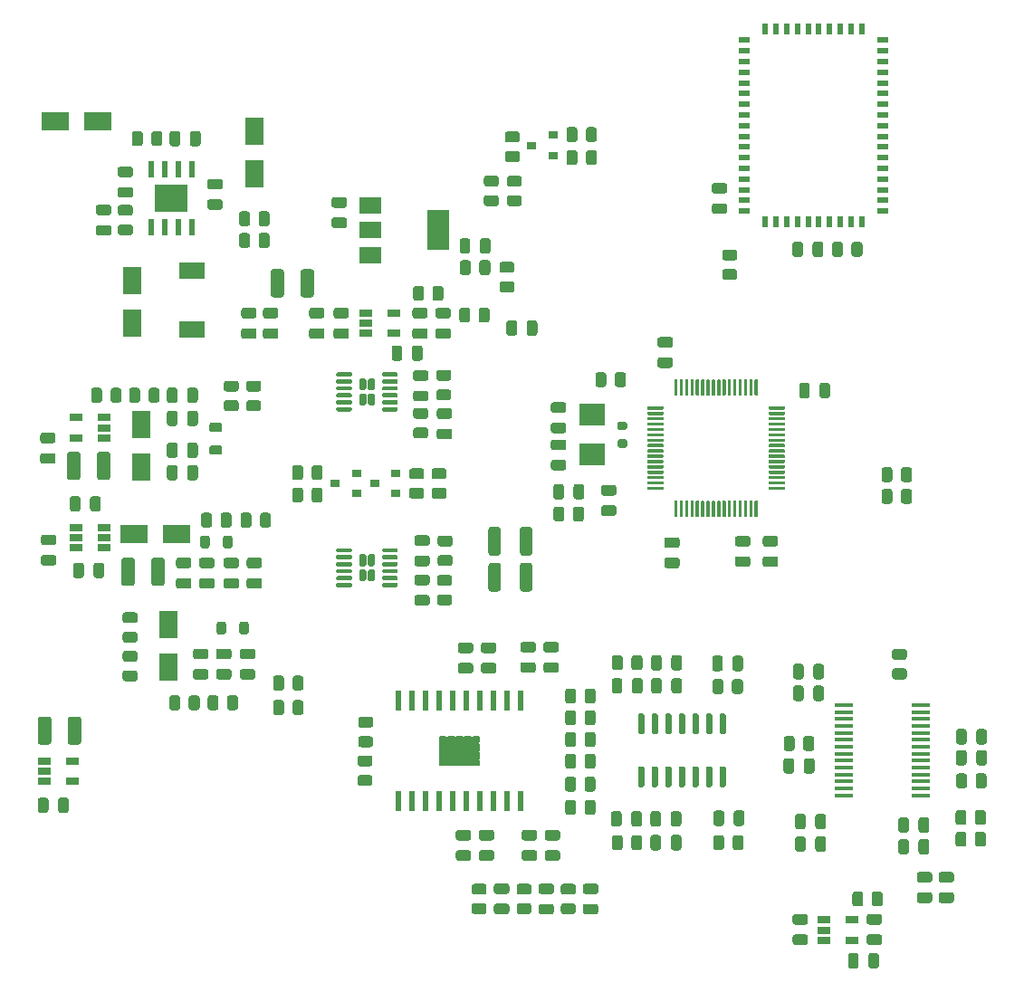
<source format=gbr>
G04 #@! TF.GenerationSoftware,KiCad,Pcbnew,5.1.9*
G04 #@! TF.CreationDate,2021-05-10T13:45:01+08:00*
G04 #@! TF.ProjectId,digital-amplifier2,64696769-7461-46c2-9d61-6d706c696669,rev?*
G04 #@! TF.SameCoordinates,Original*
G04 #@! TF.FileFunction,Paste,Top*
G04 #@! TF.FilePolarity,Positive*
%FSLAX46Y46*%
G04 Gerber Fmt 4.6, Leading zero omitted, Abs format (unit mm)*
G04 Created by KiCad (PCBNEW 5.1.9) date 2021-05-10 13:45:01*
%MOMM*%
%LPD*%
G01*
G04 APERTURE LIST*
%ADD10C,0.152400*%
%ADD11R,1.220000X0.650000*%
%ADD12R,3.810000X2.789999*%
%ADD13R,0.558000X1.969999*%
%ADD14R,0.900000X0.800000*%
%ADD15R,2.500000X1.800000*%
%ADD16R,1.800000X2.500000*%
%ADD17R,1.750000X0.450000*%
%ADD18R,1.000000X0.500000*%
%ADD19R,0.500000X1.000000*%
%ADD20R,2.400000X1.500000*%
%ADD21R,2.400000X2.000000*%
%ADD22R,0.600000X1.550000*%
%ADD23R,3.100000X2.600000*%
%ADD24R,2.000000X1.500000*%
%ADD25R,2.000000X3.800000*%
G04 APERTURE END LIST*
D10*
X93460900Y-126034070D02*
X93460900Y-125742821D01*
X92911930Y-126034070D02*
X93460900Y-126034070D01*
X92911930Y-125601400D02*
X92911930Y-126034070D01*
X93319479Y-125601400D02*
X92911930Y-125601400D01*
X93319479Y-125601400D02*
X93319479Y-125601400D01*
X93460900Y-125742821D02*
X93319479Y-125601400D01*
X93460900Y-125742821D02*
X93460900Y-125742821D01*
X94248300Y-126034070D02*
X94248300Y-125742821D01*
X93660900Y-126034070D02*
X94248300Y-126034070D01*
X93660900Y-125742821D02*
X93660900Y-126034070D01*
X93660900Y-125742821D02*
X93660900Y-125742821D01*
X93802321Y-125601400D02*
X93660900Y-125742821D01*
X93802321Y-125601400D02*
X93802321Y-125601400D01*
X94106879Y-125601400D02*
X93802321Y-125601400D01*
X94106879Y-125601400D02*
X94106879Y-125601400D01*
X94248300Y-125742821D02*
X94106879Y-125601400D01*
X94248300Y-125742821D02*
X94248300Y-125742821D01*
X95035700Y-126034070D02*
X95035700Y-125742821D01*
X94448300Y-126034070D02*
X95035700Y-126034070D01*
X94448300Y-125742821D02*
X94448300Y-126034070D01*
X94448300Y-125742821D02*
X94448300Y-125742821D01*
X94589721Y-125601400D02*
X94448300Y-125742821D01*
X94589721Y-125601400D02*
X94589721Y-125601400D01*
X94894279Y-125601400D02*
X94589721Y-125601400D01*
X94894279Y-125601400D02*
X94894279Y-125601400D01*
X95035700Y-125742821D02*
X94894279Y-125601400D01*
X95035700Y-125742821D02*
X95035700Y-125742821D01*
X95823100Y-126034070D02*
X95823100Y-125742821D01*
X95235700Y-126034070D02*
X95823100Y-126034070D01*
X95235700Y-125742821D02*
X95235700Y-126034070D01*
X95235700Y-125742821D02*
X95235700Y-125742821D01*
X95377121Y-125601400D02*
X95235700Y-125742821D01*
X95377121Y-125601400D02*
X95377121Y-125601400D01*
X95681679Y-125601400D02*
X95377121Y-125601400D01*
X95681679Y-125601400D02*
X95681679Y-125601400D01*
X95823100Y-125742821D02*
X95681679Y-125601400D01*
X95823100Y-125742821D02*
X95823100Y-125742821D01*
X96572070Y-126034070D02*
X96572070Y-125601400D01*
X96023100Y-126034070D02*
X96572070Y-126034070D01*
X96023100Y-125742821D02*
X96023100Y-126034070D01*
X96023100Y-125742821D02*
X96023100Y-125742821D01*
X96164521Y-125601400D02*
X96023100Y-125742821D01*
X96164521Y-125601400D02*
X96164521Y-125601400D01*
X96572070Y-125601400D02*
X96164521Y-125601400D01*
X93460900Y-125259979D02*
X93460900Y-124955421D01*
X93460900Y-125259979D02*
X93460900Y-125259979D01*
X93319479Y-125401400D02*
X93460900Y-125259979D01*
X93319479Y-125401400D02*
X93319479Y-125401400D01*
X92911930Y-125401400D02*
X93319479Y-125401400D01*
X92911930Y-124814000D02*
X92911930Y-125401400D01*
X93319479Y-124814000D02*
X92911930Y-124814000D01*
X93319479Y-124814000D02*
X93319479Y-124814000D01*
X93460900Y-124955421D02*
X93319479Y-124814000D01*
X93460900Y-124955421D02*
X93460900Y-124955421D01*
X94248300Y-125259979D02*
X94248300Y-124955421D01*
X94248300Y-125259979D02*
X94248300Y-125259979D01*
X94106879Y-125401400D02*
X94248300Y-125259979D01*
X94106879Y-125401400D02*
X94106879Y-125401400D01*
X93802321Y-125401400D02*
X94106879Y-125401400D01*
X93802321Y-125401400D02*
X93802321Y-125401400D01*
X93660900Y-125259979D02*
X93802321Y-125401400D01*
X93660900Y-125259979D02*
X93660900Y-125259979D01*
X93660900Y-124955421D02*
X93660900Y-125259979D01*
X93660900Y-124955421D02*
X93660900Y-124955421D01*
X93802321Y-124814000D02*
X93660900Y-124955421D01*
X93802321Y-124814000D02*
X93802321Y-124814000D01*
X94106879Y-124814000D02*
X93802321Y-124814000D01*
X94106879Y-124814000D02*
X94106879Y-124814000D01*
X94248300Y-124955421D02*
X94106879Y-124814000D01*
X94248300Y-124955421D02*
X94248300Y-124955421D01*
X95035700Y-125259979D02*
X95035700Y-124955421D01*
X95035700Y-125259979D02*
X95035700Y-125259979D01*
X94894279Y-125401400D02*
X95035700Y-125259979D01*
X94894279Y-125401400D02*
X94894279Y-125401400D01*
X94589721Y-125401400D02*
X94894279Y-125401400D01*
X94589721Y-125401400D02*
X94589721Y-125401400D01*
X94448300Y-125259979D02*
X94589721Y-125401400D01*
X94448300Y-125259979D02*
X94448300Y-125259979D01*
X94448300Y-124955421D02*
X94448300Y-125259979D01*
X94448300Y-124955421D02*
X94448300Y-124955421D01*
X94589721Y-124814000D02*
X94448300Y-124955421D01*
X94589721Y-124814000D02*
X94589721Y-124814000D01*
X94894279Y-124814000D02*
X94589721Y-124814000D01*
X94894279Y-124814000D02*
X94894279Y-124814000D01*
X95035700Y-124955421D02*
X94894279Y-124814000D01*
X95035700Y-124955421D02*
X95035700Y-124955421D01*
X95823100Y-125259979D02*
X95823100Y-124955421D01*
X95823100Y-125259979D02*
X95823100Y-125259979D01*
X95681679Y-125401400D02*
X95823100Y-125259979D01*
X95681679Y-125401400D02*
X95681679Y-125401400D01*
X95377121Y-125401400D02*
X95681679Y-125401400D01*
X95377121Y-125401400D02*
X95377121Y-125401400D01*
X95235700Y-125259979D02*
X95377121Y-125401400D01*
X95235700Y-125259979D02*
X95235700Y-125259979D01*
X95235700Y-124955421D02*
X95235700Y-125259979D01*
X95235700Y-124955421D02*
X95235700Y-124955421D01*
X95377121Y-124814000D02*
X95235700Y-124955421D01*
X95377121Y-124814000D02*
X95377121Y-124814000D01*
X95681679Y-124814000D02*
X95377121Y-124814000D01*
X95681679Y-124814000D02*
X95681679Y-124814000D01*
X95823100Y-124955421D02*
X95681679Y-124814000D01*
X95823100Y-124955421D02*
X95823100Y-124955421D01*
X96572070Y-125401400D02*
X96572070Y-124814000D01*
X96164521Y-125401400D02*
X96572070Y-125401400D01*
X96164521Y-125401400D02*
X96164521Y-125401400D01*
X96023100Y-125259979D02*
X96164521Y-125401400D01*
X96023100Y-125259979D02*
X96023100Y-125259979D01*
X96023100Y-124955421D02*
X96023100Y-125259979D01*
X96023100Y-124955421D02*
X96023100Y-124955421D01*
X96164521Y-124814000D02*
X96023100Y-124955421D01*
X96164521Y-124814000D02*
X96164521Y-124814000D01*
X96572070Y-124814000D02*
X96164521Y-124814000D01*
X93460900Y-124472579D02*
X93460900Y-124168021D01*
X93460900Y-124472579D02*
X93460900Y-124472579D01*
X93319479Y-124614000D02*
X93460900Y-124472579D01*
X93319479Y-124614000D02*
X93319479Y-124614000D01*
X92911930Y-124614000D02*
X93319479Y-124614000D01*
X92911930Y-124026600D02*
X92911930Y-124614000D01*
X93319479Y-124026600D02*
X92911930Y-124026600D01*
X93319479Y-124026600D02*
X93319479Y-124026600D01*
X93460900Y-124168021D02*
X93319479Y-124026600D01*
X93460900Y-124168021D02*
X93460900Y-124168021D01*
X94248300Y-124472579D02*
X94248300Y-124168021D01*
X94248300Y-124472579D02*
X94248300Y-124472579D01*
X94106879Y-124614000D02*
X94248300Y-124472579D01*
X94106879Y-124614000D02*
X94106879Y-124614000D01*
X93802321Y-124614000D02*
X94106879Y-124614000D01*
X93802321Y-124614000D02*
X93802321Y-124614000D01*
X93660900Y-124472579D02*
X93802321Y-124614000D01*
X93660900Y-124472579D02*
X93660900Y-124472579D01*
X93660900Y-124168021D02*
X93660900Y-124472579D01*
X93660900Y-124168021D02*
X93660900Y-124168021D01*
X93802321Y-124026600D02*
X93660900Y-124168021D01*
X93802321Y-124026600D02*
X93802321Y-124026600D01*
X94106879Y-124026600D02*
X93802321Y-124026600D01*
X94106879Y-124026600D02*
X94106879Y-124026600D01*
X94248300Y-124168021D02*
X94106879Y-124026600D01*
X94248300Y-124168021D02*
X94248300Y-124168021D01*
X95035700Y-124472579D02*
X95035700Y-124168021D01*
X95035700Y-124472579D02*
X95035700Y-124472579D01*
X94894279Y-124614000D02*
X95035700Y-124472579D01*
X94894279Y-124614000D02*
X94894279Y-124614000D01*
X94589721Y-124614000D02*
X94894279Y-124614000D01*
X94589721Y-124614000D02*
X94589721Y-124614000D01*
X94448300Y-124472579D02*
X94589721Y-124614000D01*
X94448300Y-124472579D02*
X94448300Y-124472579D01*
X94448300Y-124168021D02*
X94448300Y-124472579D01*
X94448300Y-124168021D02*
X94448300Y-124168021D01*
X94589721Y-124026600D02*
X94448300Y-124168021D01*
X94589721Y-124026600D02*
X94589721Y-124026600D01*
X94894279Y-124026600D02*
X94589721Y-124026600D01*
X94894279Y-124026600D02*
X94894279Y-124026600D01*
X95035700Y-124168021D02*
X94894279Y-124026600D01*
X95035700Y-124168021D02*
X95035700Y-124168021D01*
X95823100Y-124472579D02*
X95823100Y-124168021D01*
X95823100Y-124472579D02*
X95823100Y-124472579D01*
X95681679Y-124614000D02*
X95823100Y-124472579D01*
X95681679Y-124614000D02*
X95681679Y-124614000D01*
X95377121Y-124614000D02*
X95681679Y-124614000D01*
X95377121Y-124614000D02*
X95377121Y-124614000D01*
X95235700Y-124472579D02*
X95377121Y-124614000D01*
X95235700Y-124472579D02*
X95235700Y-124472579D01*
X95235700Y-124168021D02*
X95235700Y-124472579D01*
X95235700Y-124168021D02*
X95235700Y-124168021D01*
X95377121Y-124026600D02*
X95235700Y-124168021D01*
X95377121Y-124026600D02*
X95377121Y-124026600D01*
X95681679Y-124026600D02*
X95377121Y-124026600D01*
X95681679Y-124026600D02*
X95681679Y-124026600D01*
X95823100Y-124168021D02*
X95681679Y-124026600D01*
X95823100Y-124168021D02*
X95823100Y-124168021D01*
X96572070Y-124614000D02*
X96572070Y-124026600D01*
X96164521Y-124614000D02*
X96572070Y-124614000D01*
X96164521Y-124614000D02*
X96164521Y-124614000D01*
X96023100Y-124472579D02*
X96164521Y-124614000D01*
X96023100Y-124472579D02*
X96023100Y-124472579D01*
X96023100Y-124168021D02*
X96023100Y-124472579D01*
X96023100Y-124168021D02*
X96023100Y-124168021D01*
X96164521Y-124026600D02*
X96023100Y-124168021D01*
X96164521Y-124026600D02*
X96164521Y-124026600D01*
X96572070Y-124026600D02*
X96164521Y-124026600D01*
X93460900Y-123685179D02*
X93460900Y-123393930D01*
X93460900Y-123685179D02*
X93460900Y-123685179D01*
X93319479Y-123826600D02*
X93460900Y-123685179D01*
X93319479Y-123826600D02*
X93319479Y-123826600D01*
X92911930Y-123826600D02*
X93319479Y-123826600D01*
X92911930Y-123393930D02*
X92911930Y-123826600D01*
X93460900Y-123393930D02*
X92911930Y-123393930D01*
X94248300Y-123685179D02*
X94248300Y-123393930D01*
X94248300Y-123685179D02*
X94248300Y-123685179D01*
X94106879Y-123826600D02*
X94248300Y-123685179D01*
X94106879Y-123826600D02*
X94106879Y-123826600D01*
X93802321Y-123826600D02*
X94106879Y-123826600D01*
X93802321Y-123826600D02*
X93802321Y-123826600D01*
X93660900Y-123685179D02*
X93802321Y-123826600D01*
X93660900Y-123685179D02*
X93660900Y-123685179D01*
X93660900Y-123393930D02*
X93660900Y-123685179D01*
X94248300Y-123393930D02*
X93660900Y-123393930D01*
X95035700Y-123685179D02*
X95035700Y-123393930D01*
X95035700Y-123685179D02*
X95035700Y-123685179D01*
X94894279Y-123826600D02*
X95035700Y-123685179D01*
X94894279Y-123826600D02*
X94894279Y-123826600D01*
X94589721Y-123826600D02*
X94894279Y-123826600D01*
X94589721Y-123826600D02*
X94589721Y-123826600D01*
X94448300Y-123685179D02*
X94589721Y-123826600D01*
X94448300Y-123685179D02*
X94448300Y-123685179D01*
X94448300Y-123393930D02*
X94448300Y-123685179D01*
X95035700Y-123393930D02*
X94448300Y-123393930D01*
X95823100Y-123685179D02*
X95823100Y-123393930D01*
X95823100Y-123685179D02*
X95823100Y-123685179D01*
X95681679Y-123826600D02*
X95823100Y-123685179D01*
X95681679Y-123826600D02*
X95681679Y-123826600D01*
X95377121Y-123826600D02*
X95681679Y-123826600D01*
X95377121Y-123826600D02*
X95377121Y-123826600D01*
X95235700Y-123685179D02*
X95377121Y-123826600D01*
X95235700Y-123685179D02*
X95235700Y-123685179D01*
X95235700Y-123393930D02*
X95235700Y-123685179D01*
X95823100Y-123393930D02*
X95235700Y-123393930D01*
X96572070Y-123826600D02*
X96572070Y-123393930D01*
X96164521Y-123826600D02*
X96572070Y-123826600D01*
X96164521Y-123826600D02*
X96164521Y-123826600D01*
X96023100Y-123685179D02*
X96164521Y-123826600D01*
X96023100Y-123685179D02*
X96023100Y-123685179D01*
X96023100Y-123393930D02*
X96023100Y-123685179D01*
X96572070Y-123393930D02*
X96023100Y-123393930D01*
G36*
G01*
X78346000Y-79887500D02*
X78346000Y-82037500D01*
G75*
G02*
X78096000Y-82287500I-250000J0D01*
G01*
X77346000Y-82287500D01*
G75*
G02*
X77096000Y-82037500I0J250000D01*
G01*
X77096000Y-79887500D01*
G75*
G02*
X77346000Y-79637500I250000J0D01*
G01*
X78096000Y-79637500D01*
G75*
G02*
X78346000Y-79887500I0J-250000D01*
G01*
G37*
G36*
G01*
X81146000Y-79887500D02*
X81146000Y-82037500D01*
G75*
G02*
X80896000Y-82287500I-250000J0D01*
G01*
X80146000Y-82287500D01*
G75*
G02*
X79896000Y-82037500I0J250000D01*
G01*
X79896000Y-79887500D01*
G75*
G02*
X80146000Y-79637500I250000J0D01*
G01*
X80896000Y-79637500D01*
G75*
G02*
X81146000Y-79887500I0J-250000D01*
G01*
G37*
G36*
G01*
X90302500Y-87978000D02*
X90302500Y-87028000D01*
G75*
G02*
X90552500Y-86778000I250000J0D01*
G01*
X91052500Y-86778000D01*
G75*
G02*
X91302500Y-87028000I0J-250000D01*
G01*
X91302500Y-87978000D01*
G75*
G02*
X91052500Y-88228000I-250000J0D01*
G01*
X90552500Y-88228000D01*
G75*
G02*
X90302500Y-87978000I0J250000D01*
G01*
G37*
G36*
G01*
X88402500Y-87978000D02*
X88402500Y-87028000D01*
G75*
G02*
X88652500Y-86778000I250000J0D01*
G01*
X89152500Y-86778000D01*
G75*
G02*
X89402500Y-87028000I0J-250000D01*
G01*
X89402500Y-87978000D01*
G75*
G02*
X89152500Y-88228000I-250000J0D01*
G01*
X88652500Y-88228000D01*
G75*
G02*
X88402500Y-87978000I0J250000D01*
G01*
G37*
D11*
X88622500Y-83759000D03*
X88622500Y-85659000D03*
X86002500Y-85659000D03*
X86002500Y-84709000D03*
X86002500Y-83759000D03*
G36*
G01*
X75165000Y-76511999D02*
X75165000Y-77412001D01*
G75*
G02*
X74915001Y-77662000I-249999J0D01*
G01*
X74389999Y-77662000D01*
G75*
G02*
X74140000Y-77412001I0J249999D01*
G01*
X74140000Y-76511999D01*
G75*
G02*
X74389999Y-76262000I249999J0D01*
G01*
X74915001Y-76262000D01*
G75*
G02*
X75165000Y-76511999I0J-249999D01*
G01*
G37*
G36*
G01*
X76990000Y-76511999D02*
X76990000Y-77412001D01*
G75*
G02*
X76740001Y-77662000I-249999J0D01*
G01*
X76214999Y-77662000D01*
G75*
G02*
X75965000Y-77412001I0J249999D01*
G01*
X75965000Y-76511999D01*
G75*
G02*
X76214999Y-76262000I249999J0D01*
G01*
X76740001Y-76262000D01*
G75*
G02*
X76990000Y-76511999I0J-249999D01*
G01*
G37*
X131421500Y-140528000D03*
X131421500Y-142428000D03*
X128801500Y-142428000D03*
X128801500Y-141478000D03*
X128801500Y-140528000D03*
X58888000Y-105725000D03*
X58888000Y-104775000D03*
X58888000Y-103825000D03*
X61508000Y-103825000D03*
X61508000Y-104775000D03*
X61508000Y-105725000D03*
X58888000Y-95438000D03*
X58888000Y-93538000D03*
X61508000Y-93538000D03*
X61508000Y-94488000D03*
X61508000Y-95438000D03*
X58540500Y-125669000D03*
X58540500Y-127569000D03*
X55920500Y-127569000D03*
X55920500Y-126619000D03*
X55920500Y-125669000D03*
D12*
X94742000Y-124714000D03*
D13*
X100457000Y-129400300D03*
X99187000Y-129400300D03*
X97917000Y-129400300D03*
X96647000Y-129400300D03*
X95377000Y-129400300D03*
X94107000Y-129400300D03*
X92837000Y-129400300D03*
X91567000Y-129400300D03*
X90297000Y-129400300D03*
X89027000Y-129400300D03*
X89027000Y-120027700D03*
X90297000Y-120027700D03*
X91567000Y-120027700D03*
X92837000Y-120027700D03*
X94107000Y-120027700D03*
X95377000Y-120027700D03*
X96647000Y-120027700D03*
X97917000Y-120027700D03*
X99187000Y-120027700D03*
X100457000Y-120027700D03*
G36*
G01*
X71609000Y-102673999D02*
X71609000Y-103574001D01*
G75*
G02*
X71359001Y-103824000I-249999J0D01*
G01*
X70833999Y-103824000D01*
G75*
G02*
X70584000Y-103574001I0J249999D01*
G01*
X70584000Y-102673999D01*
G75*
G02*
X70833999Y-102424000I249999J0D01*
G01*
X71359001Y-102424000D01*
G75*
G02*
X71609000Y-102673999I0J-249999D01*
G01*
G37*
G36*
G01*
X73434000Y-102673999D02*
X73434000Y-103574001D01*
G75*
G02*
X73184001Y-103824000I-249999J0D01*
G01*
X72658999Y-103824000D01*
G75*
G02*
X72409000Y-103574001I0J249999D01*
G01*
X72409000Y-102673999D01*
G75*
G02*
X72658999Y-102424000I249999J0D01*
G01*
X73184001Y-102424000D01*
G75*
G02*
X73434000Y-102673999I0J-249999D01*
G01*
G37*
G36*
G01*
X75292000Y-102673999D02*
X75292000Y-103574001D01*
G75*
G02*
X75042001Y-103824000I-249999J0D01*
G01*
X74516999Y-103824000D01*
G75*
G02*
X74267000Y-103574001I0J249999D01*
G01*
X74267000Y-102673999D01*
G75*
G02*
X74516999Y-102424000I249999J0D01*
G01*
X75042001Y-102424000D01*
G75*
G02*
X75292000Y-102673999I0J-249999D01*
G01*
G37*
G36*
G01*
X77117000Y-102673999D02*
X77117000Y-103574001D01*
G75*
G02*
X76867001Y-103824000I-249999J0D01*
G01*
X76341999Y-103824000D01*
G75*
G02*
X76092000Y-103574001I0J249999D01*
G01*
X76092000Y-102673999D01*
G75*
G02*
X76341999Y-102424000I249999J0D01*
G01*
X76867001Y-102424000D01*
G75*
G02*
X77117000Y-102673999I0J-249999D01*
G01*
G37*
G36*
G01*
X61322000Y-90989999D02*
X61322000Y-91890001D01*
G75*
G02*
X61072001Y-92140000I-249999J0D01*
G01*
X60546999Y-92140000D01*
G75*
G02*
X60297000Y-91890001I0J249999D01*
G01*
X60297000Y-90989999D01*
G75*
G02*
X60546999Y-90740000I249999J0D01*
G01*
X61072001Y-90740000D01*
G75*
G02*
X61322000Y-90989999I0J-249999D01*
G01*
G37*
G36*
G01*
X63147000Y-90989999D02*
X63147000Y-91890001D01*
G75*
G02*
X62897001Y-92140000I-249999J0D01*
G01*
X62371999Y-92140000D01*
G75*
G02*
X62122000Y-91890001I0J249999D01*
G01*
X62122000Y-90989999D01*
G75*
G02*
X62371999Y-90740000I249999J0D01*
G01*
X62897001Y-90740000D01*
G75*
G02*
X63147000Y-90989999I0J-249999D01*
G01*
G37*
G36*
G01*
X64878000Y-90989999D02*
X64878000Y-91890001D01*
G75*
G02*
X64628001Y-92140000I-249999J0D01*
G01*
X64102999Y-92140000D01*
G75*
G02*
X63853000Y-91890001I0J249999D01*
G01*
X63853000Y-90989999D01*
G75*
G02*
X64102999Y-90740000I249999J0D01*
G01*
X64628001Y-90740000D01*
G75*
G02*
X64878000Y-90989999I0J-249999D01*
G01*
G37*
G36*
G01*
X66703000Y-90989999D02*
X66703000Y-91890001D01*
G75*
G02*
X66453001Y-92140000I-249999J0D01*
G01*
X65927999Y-92140000D01*
G75*
G02*
X65678000Y-91890001I0J249999D01*
G01*
X65678000Y-90989999D01*
G75*
G02*
X65927999Y-90740000I249999J0D01*
G01*
X66453001Y-90740000D01*
G75*
G02*
X66703000Y-90989999I0J-249999D01*
G01*
G37*
G36*
G01*
X80918000Y-101224501D02*
X80918000Y-100324499D01*
G75*
G02*
X81167999Y-100074500I249999J0D01*
G01*
X81693001Y-100074500D01*
G75*
G02*
X81943000Y-100324499I0J-249999D01*
G01*
X81943000Y-101224501D01*
G75*
G02*
X81693001Y-101474500I-249999J0D01*
G01*
X81167999Y-101474500D01*
G75*
G02*
X80918000Y-101224501I0J249999D01*
G01*
G37*
G36*
G01*
X79093000Y-101224501D02*
X79093000Y-100324499D01*
G75*
G02*
X79342999Y-100074500I249999J0D01*
G01*
X79868001Y-100074500D01*
G75*
G02*
X80118000Y-100324499I0J-249999D01*
G01*
X80118000Y-101224501D01*
G75*
G02*
X79868001Y-101474500I-249999J0D01*
G01*
X79342999Y-101474500D01*
G75*
G02*
X79093000Y-101224501I0J249999D01*
G01*
G37*
G36*
G01*
X80918000Y-99129001D02*
X80918000Y-98228999D01*
G75*
G02*
X81167999Y-97979000I249999J0D01*
G01*
X81693001Y-97979000D01*
G75*
G02*
X81943000Y-98228999I0J-249999D01*
G01*
X81943000Y-99129001D01*
G75*
G02*
X81693001Y-99379000I-249999J0D01*
G01*
X81167999Y-99379000D01*
G75*
G02*
X80918000Y-99129001I0J249999D01*
G01*
G37*
G36*
G01*
X79093000Y-99129001D02*
X79093000Y-98228999D01*
G75*
G02*
X79342999Y-97979000I249999J0D01*
G01*
X79868001Y-97979000D01*
G75*
G02*
X80118000Y-98228999I0J-249999D01*
G01*
X80118000Y-99129001D01*
G75*
G02*
X79868001Y-99379000I-249999J0D01*
G01*
X79342999Y-99379000D01*
G75*
G02*
X79093000Y-99129001I0J249999D01*
G01*
G37*
G36*
G01*
X73856001Y-91103500D02*
X72955999Y-91103500D01*
G75*
G02*
X72706000Y-90853501I0J249999D01*
G01*
X72706000Y-90328499D01*
G75*
G02*
X72955999Y-90078500I249999J0D01*
G01*
X73856001Y-90078500D01*
G75*
G02*
X74106000Y-90328499I0J-249999D01*
G01*
X74106000Y-90853501D01*
G75*
G02*
X73856001Y-91103500I-249999J0D01*
G01*
G37*
G36*
G01*
X73856001Y-92928500D02*
X72955999Y-92928500D01*
G75*
G02*
X72706000Y-92678501I0J249999D01*
G01*
X72706000Y-92153499D01*
G75*
G02*
X72955999Y-91903500I249999J0D01*
G01*
X73856001Y-91903500D01*
G75*
G02*
X74106000Y-92153499I0J-249999D01*
G01*
X74106000Y-92678501D01*
G75*
G02*
X73856001Y-92928500I-249999J0D01*
G01*
G37*
G36*
G01*
X91191501Y-99295000D02*
X90291499Y-99295000D01*
G75*
G02*
X90041500Y-99045001I0J249999D01*
G01*
X90041500Y-98519999D01*
G75*
G02*
X90291499Y-98270000I249999J0D01*
G01*
X91191501Y-98270000D01*
G75*
G02*
X91441500Y-98519999I0J-249999D01*
G01*
X91441500Y-99045001D01*
G75*
G02*
X91191501Y-99295000I-249999J0D01*
G01*
G37*
G36*
G01*
X91191501Y-101120000D02*
X90291499Y-101120000D01*
G75*
G02*
X90041500Y-100870001I0J249999D01*
G01*
X90041500Y-100344999D01*
G75*
G02*
X90291499Y-100095000I249999J0D01*
G01*
X91191501Y-100095000D01*
G75*
G02*
X91441500Y-100344999I0J-249999D01*
G01*
X91441500Y-100870001D01*
G75*
G02*
X91191501Y-101120000I-249999J0D01*
G01*
G37*
G36*
G01*
X93287001Y-99295000D02*
X92386999Y-99295000D01*
G75*
G02*
X92137000Y-99045001I0J249999D01*
G01*
X92137000Y-98519999D01*
G75*
G02*
X92386999Y-98270000I249999J0D01*
G01*
X93287001Y-98270000D01*
G75*
G02*
X93537000Y-98519999I0J-249999D01*
G01*
X93537000Y-99045001D01*
G75*
G02*
X93287001Y-99295000I-249999J0D01*
G01*
G37*
G36*
G01*
X93287001Y-101120000D02*
X92386999Y-101120000D01*
G75*
G02*
X92137000Y-100870001I0J249999D01*
G01*
X92137000Y-100344999D01*
G75*
G02*
X92386999Y-100095000I249999J0D01*
G01*
X93287001Y-100095000D01*
G75*
G02*
X93537000Y-100344999I0J-249999D01*
G01*
X93537000Y-100870001D01*
G75*
G02*
X93287001Y-101120000I-249999J0D01*
G01*
G37*
G36*
G01*
X75051499Y-91903500D02*
X75951501Y-91903500D01*
G75*
G02*
X76201500Y-92153499I0J-249999D01*
G01*
X76201500Y-92678501D01*
G75*
G02*
X75951501Y-92928500I-249999J0D01*
G01*
X75051499Y-92928500D01*
G75*
G02*
X74801500Y-92678501I0J249999D01*
G01*
X74801500Y-92153499D01*
G75*
G02*
X75051499Y-91903500I249999J0D01*
G01*
G37*
G36*
G01*
X75051499Y-90078500D02*
X75951501Y-90078500D01*
G75*
G02*
X76201500Y-90328499I0J-249999D01*
G01*
X76201500Y-90853501D01*
G75*
G02*
X75951501Y-91103500I-249999J0D01*
G01*
X75051499Y-91103500D01*
G75*
G02*
X74801500Y-90853501I0J249999D01*
G01*
X74801500Y-90328499D01*
G75*
G02*
X75051499Y-90078500I249999J0D01*
G01*
G37*
G36*
G01*
X64394501Y-112757000D02*
X63494499Y-112757000D01*
G75*
G02*
X63244500Y-112507001I0J249999D01*
G01*
X63244500Y-111981999D01*
G75*
G02*
X63494499Y-111732000I249999J0D01*
G01*
X64394501Y-111732000D01*
G75*
G02*
X64644500Y-111981999I0J-249999D01*
G01*
X64644500Y-112507001D01*
G75*
G02*
X64394501Y-112757000I-249999J0D01*
G01*
G37*
G36*
G01*
X64394501Y-114582000D02*
X63494499Y-114582000D01*
G75*
G02*
X63244500Y-114332001I0J249999D01*
G01*
X63244500Y-113806999D01*
G75*
G02*
X63494499Y-113557000I249999J0D01*
G01*
X64394501Y-113557000D01*
G75*
G02*
X64644500Y-113806999I0J-249999D01*
G01*
X64644500Y-114332001D01*
G75*
G02*
X64394501Y-114582000I-249999J0D01*
G01*
G37*
G36*
G01*
X64394501Y-116376500D02*
X63494499Y-116376500D01*
G75*
G02*
X63244500Y-116126501I0J249999D01*
G01*
X63244500Y-115601499D01*
G75*
G02*
X63494499Y-115351500I249999J0D01*
G01*
X64394501Y-115351500D01*
G75*
G02*
X64644500Y-115601499I0J-249999D01*
G01*
X64644500Y-116126501D01*
G75*
G02*
X64394501Y-116376500I-249999J0D01*
G01*
G37*
G36*
G01*
X64394501Y-118201500D02*
X63494499Y-118201500D01*
G75*
G02*
X63244500Y-117951501I0J249999D01*
G01*
X63244500Y-117426499D01*
G75*
G02*
X63494499Y-117176500I249999J0D01*
G01*
X64394501Y-117176500D01*
G75*
G02*
X64644500Y-117426499I0J-249999D01*
G01*
X64644500Y-117951501D01*
G75*
G02*
X64394501Y-118201500I-249999J0D01*
G01*
G37*
G36*
G01*
X68624500Y-119755499D02*
X68624500Y-120655501D01*
G75*
G02*
X68374501Y-120905500I-249999J0D01*
G01*
X67849499Y-120905500D01*
G75*
G02*
X67599500Y-120655501I0J249999D01*
G01*
X67599500Y-119755499D01*
G75*
G02*
X67849499Y-119505500I249999J0D01*
G01*
X68374501Y-119505500D01*
G75*
G02*
X68624500Y-119755499I0J-249999D01*
G01*
G37*
G36*
G01*
X70449500Y-119755499D02*
X70449500Y-120655501D01*
G75*
G02*
X70199501Y-120905500I-249999J0D01*
G01*
X69674499Y-120905500D01*
G75*
G02*
X69424500Y-120655501I0J249999D01*
G01*
X69424500Y-119755499D01*
G75*
G02*
X69674499Y-119505500I249999J0D01*
G01*
X70199501Y-119505500D01*
G75*
G02*
X70449500Y-119755499I0J-249999D01*
G01*
G37*
G36*
G01*
X73015500Y-120655501D02*
X73015500Y-119755499D01*
G75*
G02*
X73265499Y-119505500I249999J0D01*
G01*
X73790501Y-119505500D01*
G75*
G02*
X74040500Y-119755499I0J-249999D01*
G01*
X74040500Y-120655501D01*
G75*
G02*
X73790501Y-120905500I-249999J0D01*
G01*
X73265499Y-120905500D01*
G75*
G02*
X73015500Y-120655501I0J249999D01*
G01*
G37*
G36*
G01*
X71190500Y-120655501D02*
X71190500Y-119755499D01*
G75*
G02*
X71440499Y-119505500I249999J0D01*
G01*
X71965501Y-119505500D01*
G75*
G02*
X72215500Y-119755499I0J-249999D01*
G01*
X72215500Y-120655501D01*
G75*
G02*
X71965501Y-120905500I-249999J0D01*
G01*
X71440499Y-120905500D01*
G75*
G02*
X71190500Y-120655501I0J249999D01*
G01*
G37*
G36*
G01*
X135439999Y-116986000D02*
X136340001Y-116986000D01*
G75*
G02*
X136590000Y-117235999I0J-249999D01*
G01*
X136590000Y-117761001D01*
G75*
G02*
X136340001Y-118011000I-249999J0D01*
G01*
X135439999Y-118011000D01*
G75*
G02*
X135190000Y-117761001I0J249999D01*
G01*
X135190000Y-117235999D01*
G75*
G02*
X135439999Y-116986000I249999J0D01*
G01*
G37*
G36*
G01*
X135439999Y-115161000D02*
X136340001Y-115161000D01*
G75*
G02*
X136590000Y-115410999I0J-249999D01*
G01*
X136590000Y-115936001D01*
G75*
G02*
X136340001Y-116186000I-249999J0D01*
G01*
X135439999Y-116186000D01*
G75*
G02*
X135190000Y-115936001I0J249999D01*
G01*
X135190000Y-115410999D01*
G75*
G02*
X135439999Y-115161000I249999J0D01*
G01*
G37*
G36*
G01*
X91421000Y-81464999D02*
X91421000Y-82365001D01*
G75*
G02*
X91171001Y-82615000I-249999J0D01*
G01*
X90645999Y-82615000D01*
G75*
G02*
X90396000Y-82365001I0J249999D01*
G01*
X90396000Y-81464999D01*
G75*
G02*
X90645999Y-81215000I249999J0D01*
G01*
X91171001Y-81215000D01*
G75*
G02*
X91421000Y-81464999I0J-249999D01*
G01*
G37*
G36*
G01*
X93246000Y-81464999D02*
X93246000Y-82365001D01*
G75*
G02*
X92996001Y-82615000I-249999J0D01*
G01*
X92470999Y-82615000D01*
G75*
G02*
X92221000Y-82365001I0J249999D01*
G01*
X92221000Y-81464999D01*
G75*
G02*
X92470999Y-81215000I249999J0D01*
G01*
X92996001Y-81215000D01*
G75*
G02*
X93246000Y-81464999I0J-249999D01*
G01*
G37*
G36*
G01*
X95739000Y-83496999D02*
X95739000Y-84397001D01*
G75*
G02*
X95489001Y-84647000I-249999J0D01*
G01*
X94963999Y-84647000D01*
G75*
G02*
X94714000Y-84397001I0J249999D01*
G01*
X94714000Y-83496999D01*
G75*
G02*
X94963999Y-83247000I249999J0D01*
G01*
X95489001Y-83247000D01*
G75*
G02*
X95739000Y-83496999I0J-249999D01*
G01*
G37*
G36*
G01*
X97564000Y-83496999D02*
X97564000Y-84397001D01*
G75*
G02*
X97314001Y-84647000I-249999J0D01*
G01*
X96788999Y-84647000D01*
G75*
G02*
X96539000Y-84397001I0J249999D01*
G01*
X96539000Y-83496999D01*
G75*
G02*
X96788999Y-83247000I249999J0D01*
G01*
X97314001Y-83247000D01*
G75*
G02*
X97564000Y-83496999I0J-249999D01*
G01*
G37*
D14*
X83137500Y-99695000D03*
X85137500Y-98745000D03*
X85137500Y-100645000D03*
X86820500Y-99695000D03*
X88820500Y-98745000D03*
X88820500Y-100645000D03*
G36*
G01*
X71384000Y-104774750D02*
X71384000Y-105537250D01*
G75*
G02*
X71165250Y-105756000I-218750J0D01*
G01*
X70727750Y-105756000D01*
G75*
G02*
X70509000Y-105537250I0J218750D01*
G01*
X70509000Y-104774750D01*
G75*
G02*
X70727750Y-104556000I218750J0D01*
G01*
X71165250Y-104556000D01*
G75*
G02*
X71384000Y-104774750I0J-218750D01*
G01*
G37*
G36*
G01*
X73509000Y-104774750D02*
X73509000Y-105537250D01*
G75*
G02*
X73290250Y-105756000I-218750J0D01*
G01*
X72852750Y-105756000D01*
G75*
G02*
X72634000Y-105537250I0J218750D01*
G01*
X72634000Y-104774750D01*
G75*
G02*
X72852750Y-104556000I218750J0D01*
G01*
X73290250Y-104556000D01*
G75*
G02*
X73509000Y-104774750I0J-218750D01*
G01*
G37*
G36*
G01*
X72326750Y-94879000D02*
X71564250Y-94879000D01*
G75*
G02*
X71345500Y-94660250I0J218750D01*
G01*
X71345500Y-94222750D01*
G75*
G02*
X71564250Y-94004000I218750J0D01*
G01*
X72326750Y-94004000D01*
G75*
G02*
X72545500Y-94222750I0J-218750D01*
G01*
X72545500Y-94660250D01*
G75*
G02*
X72326750Y-94879000I-218750J0D01*
G01*
G37*
G36*
G01*
X72326750Y-97004000D02*
X71564250Y-97004000D01*
G75*
G02*
X71345500Y-96785250I0J218750D01*
G01*
X71345500Y-96347750D01*
G75*
G02*
X71564250Y-96129000I218750J0D01*
G01*
X72326750Y-96129000D01*
G75*
G02*
X72545500Y-96347750I0J-218750D01*
G01*
X72545500Y-96785250D01*
G75*
G02*
X72326750Y-97004000I-218750J0D01*
G01*
G37*
G36*
G01*
X64376000Y-106875000D02*
X64376000Y-109025000D01*
G75*
G02*
X64126000Y-109275000I-250000J0D01*
G01*
X63376000Y-109275000D01*
G75*
G02*
X63126000Y-109025000I0J250000D01*
G01*
X63126000Y-106875000D01*
G75*
G02*
X63376000Y-106625000I250000J0D01*
G01*
X64126000Y-106625000D01*
G75*
G02*
X64376000Y-106875000I0J-250000D01*
G01*
G37*
G36*
G01*
X67176000Y-106875000D02*
X67176000Y-109025000D01*
G75*
G02*
X66926000Y-109275000I-250000J0D01*
G01*
X66176000Y-109275000D01*
G75*
G02*
X65926000Y-109025000I0J250000D01*
G01*
X65926000Y-106875000D01*
G75*
G02*
X66176000Y-106625000I250000J0D01*
G01*
X66926000Y-106625000D01*
G75*
G02*
X67176000Y-106875000I0J-250000D01*
G01*
G37*
G36*
G01*
X59296000Y-96969000D02*
X59296000Y-99119000D01*
G75*
G02*
X59046000Y-99369000I-250000J0D01*
G01*
X58296000Y-99369000D01*
G75*
G02*
X58046000Y-99119000I0J250000D01*
G01*
X58046000Y-96969000D01*
G75*
G02*
X58296000Y-96719000I250000J0D01*
G01*
X59046000Y-96719000D01*
G75*
G02*
X59296000Y-96969000I0J-250000D01*
G01*
G37*
G36*
G01*
X62096000Y-96969000D02*
X62096000Y-99119000D01*
G75*
G02*
X61846000Y-99369000I-250000J0D01*
G01*
X61096000Y-99369000D01*
G75*
G02*
X60846000Y-99119000I0J250000D01*
G01*
X60846000Y-96969000D01*
G75*
G02*
X61096000Y-96719000I250000J0D01*
G01*
X61846000Y-96719000D01*
G75*
G02*
X62096000Y-96969000I0J-250000D01*
G01*
G37*
G36*
G01*
X72908000Y-112839250D02*
X72908000Y-113601750D01*
G75*
G02*
X72689250Y-113820500I-218750J0D01*
G01*
X72251750Y-113820500D01*
G75*
G02*
X72033000Y-113601750I0J218750D01*
G01*
X72033000Y-112839250D01*
G75*
G02*
X72251750Y-112620500I218750J0D01*
G01*
X72689250Y-112620500D01*
G75*
G02*
X72908000Y-112839250I0J-218750D01*
G01*
G37*
G36*
G01*
X75033000Y-112839250D02*
X75033000Y-113601750D01*
G75*
G02*
X74814250Y-113820500I-218750J0D01*
G01*
X74376750Y-113820500D01*
G75*
G02*
X74158000Y-113601750I0J218750D01*
G01*
X74158000Y-112839250D01*
G75*
G02*
X74376750Y-112620500I218750J0D01*
G01*
X74814250Y-112620500D01*
G75*
G02*
X75033000Y-112839250I0J-218750D01*
G01*
G37*
G36*
G01*
X58115500Y-123884000D02*
X58115500Y-121734000D01*
G75*
G02*
X58365500Y-121484000I250000J0D01*
G01*
X59115500Y-121484000D01*
G75*
G02*
X59365500Y-121734000I0J-250000D01*
G01*
X59365500Y-123884000D01*
G75*
G02*
X59115500Y-124134000I-250000J0D01*
G01*
X58365500Y-124134000D01*
G75*
G02*
X58115500Y-123884000I0J250000D01*
G01*
G37*
G36*
G01*
X55315500Y-123884000D02*
X55315500Y-121734000D01*
G75*
G02*
X55565500Y-121484000I250000J0D01*
G01*
X56315500Y-121484000D01*
G75*
G02*
X56565500Y-121734000I0J-250000D01*
G01*
X56565500Y-123884000D01*
G75*
G02*
X56315500Y-124134000I-250000J0D01*
G01*
X55565500Y-124134000D01*
G75*
G02*
X55315500Y-123884000I0J250000D01*
G01*
G37*
D15*
X68326000Y-104394000D03*
X64326000Y-104394000D03*
D16*
X65024000Y-98139000D03*
X65024000Y-94139000D03*
X67500500Y-116871500D03*
X67500500Y-112871500D03*
D15*
X56928000Y-65786000D03*
X60928000Y-65786000D03*
G36*
G01*
X76040000Y-107627000D02*
X75090000Y-107627000D01*
G75*
G02*
X74840000Y-107377000I0J250000D01*
G01*
X74840000Y-106877000D01*
G75*
G02*
X75090000Y-106627000I250000J0D01*
G01*
X76040000Y-106627000D01*
G75*
G02*
X76290000Y-106877000I0J-250000D01*
G01*
X76290000Y-107377000D01*
G75*
G02*
X76040000Y-107627000I-250000J0D01*
G01*
G37*
G36*
G01*
X76040000Y-109527000D02*
X75090000Y-109527000D01*
G75*
G02*
X74840000Y-109277000I0J250000D01*
G01*
X74840000Y-108777000D01*
G75*
G02*
X75090000Y-108527000I250000J0D01*
G01*
X76040000Y-108527000D01*
G75*
G02*
X76290000Y-108777000I0J-250000D01*
G01*
X76290000Y-109277000D01*
G75*
G02*
X76040000Y-109527000I-250000J0D01*
G01*
G37*
G36*
G01*
X73881000Y-107627000D02*
X72931000Y-107627000D01*
G75*
G02*
X72681000Y-107377000I0J250000D01*
G01*
X72681000Y-106877000D01*
G75*
G02*
X72931000Y-106627000I250000J0D01*
G01*
X73881000Y-106627000D01*
G75*
G02*
X74131000Y-106877000I0J-250000D01*
G01*
X74131000Y-107377000D01*
G75*
G02*
X73881000Y-107627000I-250000J0D01*
G01*
G37*
G36*
G01*
X73881000Y-109527000D02*
X72931000Y-109527000D01*
G75*
G02*
X72681000Y-109277000I0J250000D01*
G01*
X72681000Y-108777000D01*
G75*
G02*
X72931000Y-108527000I250000J0D01*
G01*
X73881000Y-108527000D01*
G75*
G02*
X74131000Y-108777000I0J-250000D01*
G01*
X74131000Y-109277000D01*
G75*
G02*
X73881000Y-109527000I-250000J0D01*
G01*
G37*
G36*
G01*
X71595000Y-107627000D02*
X70645000Y-107627000D01*
G75*
G02*
X70395000Y-107377000I0J250000D01*
G01*
X70395000Y-106877000D01*
G75*
G02*
X70645000Y-106627000I250000J0D01*
G01*
X71595000Y-106627000D01*
G75*
G02*
X71845000Y-106877000I0J-250000D01*
G01*
X71845000Y-107377000D01*
G75*
G02*
X71595000Y-107627000I-250000J0D01*
G01*
G37*
G36*
G01*
X71595000Y-109527000D02*
X70645000Y-109527000D01*
G75*
G02*
X70395000Y-109277000I0J250000D01*
G01*
X70395000Y-108777000D01*
G75*
G02*
X70645000Y-108527000I250000J0D01*
G01*
X71595000Y-108527000D01*
G75*
G02*
X71845000Y-108777000I0J-250000D01*
G01*
X71845000Y-109277000D01*
G75*
G02*
X71595000Y-109527000I-250000J0D01*
G01*
G37*
G36*
G01*
X68384000Y-96108500D02*
X68384000Y-97058500D01*
G75*
G02*
X68134000Y-97308500I-250000J0D01*
G01*
X67634000Y-97308500D01*
G75*
G02*
X67384000Y-97058500I0J250000D01*
G01*
X67384000Y-96108500D01*
G75*
G02*
X67634000Y-95858500I250000J0D01*
G01*
X68134000Y-95858500D01*
G75*
G02*
X68384000Y-96108500I0J-250000D01*
G01*
G37*
G36*
G01*
X70284000Y-96108500D02*
X70284000Y-97058500D01*
G75*
G02*
X70034000Y-97308500I-250000J0D01*
G01*
X69534000Y-97308500D01*
G75*
G02*
X69284000Y-97058500I0J250000D01*
G01*
X69284000Y-96108500D01*
G75*
G02*
X69534000Y-95858500I250000J0D01*
G01*
X70034000Y-95858500D01*
G75*
G02*
X70284000Y-96108500I0J-250000D01*
G01*
G37*
G36*
G01*
X69436000Y-107627000D02*
X68486000Y-107627000D01*
G75*
G02*
X68236000Y-107377000I0J250000D01*
G01*
X68236000Y-106877000D01*
G75*
G02*
X68486000Y-106627000I250000J0D01*
G01*
X69436000Y-106627000D01*
G75*
G02*
X69686000Y-106877000I0J-250000D01*
G01*
X69686000Y-107377000D01*
G75*
G02*
X69436000Y-107627000I-250000J0D01*
G01*
G37*
G36*
G01*
X69436000Y-109527000D02*
X68486000Y-109527000D01*
G75*
G02*
X68236000Y-109277000I0J250000D01*
G01*
X68236000Y-108777000D01*
G75*
G02*
X68486000Y-108527000I250000J0D01*
G01*
X69436000Y-108527000D01*
G75*
G02*
X69686000Y-108777000I0J-250000D01*
G01*
X69686000Y-109277000D01*
G75*
G02*
X69436000Y-109527000I-250000J0D01*
G01*
G37*
G36*
G01*
X68384000Y-98204000D02*
X68384000Y-99154000D01*
G75*
G02*
X68134000Y-99404000I-250000J0D01*
G01*
X67634000Y-99404000D01*
G75*
G02*
X67384000Y-99154000I0J250000D01*
G01*
X67384000Y-98204000D01*
G75*
G02*
X67634000Y-97954000I250000J0D01*
G01*
X68134000Y-97954000D01*
G75*
G02*
X68384000Y-98204000I0J-250000D01*
G01*
G37*
G36*
G01*
X70284000Y-98204000D02*
X70284000Y-99154000D01*
G75*
G02*
X70034000Y-99404000I-250000J0D01*
G01*
X69534000Y-99404000D01*
G75*
G02*
X69284000Y-99154000I0J250000D01*
G01*
X69284000Y-98204000D01*
G75*
G02*
X69534000Y-97954000I250000J0D01*
G01*
X70034000Y-97954000D01*
G75*
G02*
X70284000Y-98204000I0J-250000D01*
G01*
G37*
G36*
G01*
X68384000Y-90965000D02*
X68384000Y-91915000D01*
G75*
G02*
X68134000Y-92165000I-250000J0D01*
G01*
X67634000Y-92165000D01*
G75*
G02*
X67384000Y-91915000I0J250000D01*
G01*
X67384000Y-90965000D01*
G75*
G02*
X67634000Y-90715000I250000J0D01*
G01*
X68134000Y-90715000D01*
G75*
G02*
X68384000Y-90965000I0J-250000D01*
G01*
G37*
G36*
G01*
X70284000Y-90965000D02*
X70284000Y-91915000D01*
G75*
G02*
X70034000Y-92165000I-250000J0D01*
G01*
X69534000Y-92165000D01*
G75*
G02*
X69284000Y-91915000I0J250000D01*
G01*
X69284000Y-90965000D01*
G75*
G02*
X69534000Y-90715000I250000J0D01*
G01*
X70034000Y-90715000D01*
G75*
G02*
X70284000Y-90965000I0J-250000D01*
G01*
G37*
G36*
G01*
X68384000Y-93124000D02*
X68384000Y-94074000D01*
G75*
G02*
X68134000Y-94324000I-250000J0D01*
G01*
X67634000Y-94324000D01*
G75*
G02*
X67384000Y-94074000I0J250000D01*
G01*
X67384000Y-93124000D01*
G75*
G02*
X67634000Y-92874000I250000J0D01*
G01*
X68134000Y-92874000D01*
G75*
G02*
X68384000Y-93124000I0J-250000D01*
G01*
G37*
G36*
G01*
X70284000Y-93124000D02*
X70284000Y-94074000D01*
G75*
G02*
X70034000Y-94324000I-250000J0D01*
G01*
X69534000Y-94324000D01*
G75*
G02*
X69284000Y-94074000I0J250000D01*
G01*
X69284000Y-93124000D01*
G75*
G02*
X69534000Y-92874000I250000J0D01*
G01*
X70034000Y-92874000D01*
G75*
G02*
X70284000Y-93124000I0J-250000D01*
G01*
G37*
G36*
G01*
X60521000Y-108298000D02*
X60521000Y-107348000D01*
G75*
G02*
X60771000Y-107098000I250000J0D01*
G01*
X61271000Y-107098000D01*
G75*
G02*
X61521000Y-107348000I0J-250000D01*
G01*
X61521000Y-108298000D01*
G75*
G02*
X61271000Y-108548000I-250000J0D01*
G01*
X60771000Y-108548000D01*
G75*
G02*
X60521000Y-108298000I0J250000D01*
G01*
G37*
G36*
G01*
X58621000Y-108298000D02*
X58621000Y-107348000D01*
G75*
G02*
X58871000Y-107098000I250000J0D01*
G01*
X59371000Y-107098000D01*
G75*
G02*
X59621000Y-107348000I0J-250000D01*
G01*
X59621000Y-108298000D01*
G75*
G02*
X59371000Y-108548000I-250000J0D01*
G01*
X58871000Y-108548000D01*
G75*
G02*
X58621000Y-108298000I0J250000D01*
G01*
G37*
G36*
G01*
X60203500Y-102075000D02*
X60203500Y-101125000D01*
G75*
G02*
X60453500Y-100875000I250000J0D01*
G01*
X60953500Y-100875000D01*
G75*
G02*
X61203500Y-101125000I0J-250000D01*
G01*
X61203500Y-102075000D01*
G75*
G02*
X60953500Y-102325000I-250000J0D01*
G01*
X60453500Y-102325000D01*
G75*
G02*
X60203500Y-102075000I0J250000D01*
G01*
G37*
G36*
G01*
X58303500Y-102075000D02*
X58303500Y-101125000D01*
G75*
G02*
X58553500Y-100875000I250000J0D01*
G01*
X59053500Y-100875000D01*
G75*
G02*
X59303500Y-101125000I0J-250000D01*
G01*
X59303500Y-102075000D01*
G75*
G02*
X59053500Y-102325000I-250000J0D01*
G01*
X58553500Y-102325000D01*
G75*
G02*
X58303500Y-102075000I0J250000D01*
G01*
G37*
G36*
G01*
X56736000Y-95943000D02*
X55786000Y-95943000D01*
G75*
G02*
X55536000Y-95693000I0J250000D01*
G01*
X55536000Y-95193000D01*
G75*
G02*
X55786000Y-94943000I250000J0D01*
G01*
X56736000Y-94943000D01*
G75*
G02*
X56986000Y-95193000I0J-250000D01*
G01*
X56986000Y-95693000D01*
G75*
G02*
X56736000Y-95943000I-250000J0D01*
G01*
G37*
G36*
G01*
X56736000Y-97843000D02*
X55786000Y-97843000D01*
G75*
G02*
X55536000Y-97593000I0J250000D01*
G01*
X55536000Y-97093000D01*
G75*
G02*
X55786000Y-96843000I250000J0D01*
G01*
X56736000Y-96843000D01*
G75*
G02*
X56986000Y-97093000I0J-250000D01*
G01*
X56986000Y-97593000D01*
G75*
G02*
X56736000Y-97843000I-250000J0D01*
G01*
G37*
G36*
G01*
X55849500Y-106368000D02*
X56799500Y-106368000D01*
G75*
G02*
X57049500Y-106618000I0J-250000D01*
G01*
X57049500Y-107118000D01*
G75*
G02*
X56799500Y-107368000I-250000J0D01*
G01*
X55849500Y-107368000D01*
G75*
G02*
X55599500Y-107118000I0J250000D01*
G01*
X55599500Y-106618000D01*
G75*
G02*
X55849500Y-106368000I250000J0D01*
G01*
G37*
G36*
G01*
X55849500Y-104468000D02*
X56799500Y-104468000D01*
G75*
G02*
X57049500Y-104718000I0J-250000D01*
G01*
X57049500Y-105218000D01*
G75*
G02*
X56799500Y-105468000I-250000J0D01*
G01*
X55849500Y-105468000D01*
G75*
G02*
X55599500Y-105218000I0J250000D01*
G01*
X55599500Y-104718000D01*
G75*
G02*
X55849500Y-104468000I250000J0D01*
G01*
G37*
G36*
G01*
X74455000Y-117036000D02*
X75405000Y-117036000D01*
G75*
G02*
X75655000Y-117286000I0J-250000D01*
G01*
X75655000Y-117786000D01*
G75*
G02*
X75405000Y-118036000I-250000J0D01*
G01*
X74455000Y-118036000D01*
G75*
G02*
X74205000Y-117786000I0J250000D01*
G01*
X74205000Y-117286000D01*
G75*
G02*
X74455000Y-117036000I250000J0D01*
G01*
G37*
G36*
G01*
X74455000Y-115136000D02*
X75405000Y-115136000D01*
G75*
G02*
X75655000Y-115386000I0J-250000D01*
G01*
X75655000Y-115886000D01*
G75*
G02*
X75405000Y-116136000I-250000J0D01*
G01*
X74455000Y-116136000D01*
G75*
G02*
X74205000Y-115886000I0J250000D01*
G01*
X74205000Y-115386000D01*
G75*
G02*
X74455000Y-115136000I250000J0D01*
G01*
G37*
G36*
G01*
X70073500Y-117036000D02*
X71023500Y-117036000D01*
G75*
G02*
X71273500Y-117286000I0J-250000D01*
G01*
X71273500Y-117786000D01*
G75*
G02*
X71023500Y-118036000I-250000J0D01*
G01*
X70073500Y-118036000D01*
G75*
G02*
X69823500Y-117786000I0J250000D01*
G01*
X69823500Y-117286000D01*
G75*
G02*
X70073500Y-117036000I250000J0D01*
G01*
G37*
G36*
G01*
X70073500Y-115136000D02*
X71023500Y-115136000D01*
G75*
G02*
X71273500Y-115386000I0J-250000D01*
G01*
X71273500Y-115886000D01*
G75*
G02*
X71023500Y-116136000I-250000J0D01*
G01*
X70073500Y-116136000D01*
G75*
G02*
X69823500Y-115886000I0J250000D01*
G01*
X69823500Y-115386000D01*
G75*
G02*
X70073500Y-115136000I250000J0D01*
G01*
G37*
G36*
G01*
X72232500Y-117036000D02*
X73182500Y-117036000D01*
G75*
G02*
X73432500Y-117286000I0J-250000D01*
G01*
X73432500Y-117786000D01*
G75*
G02*
X73182500Y-118036000I-250000J0D01*
G01*
X72232500Y-118036000D01*
G75*
G02*
X71982500Y-117786000I0J250000D01*
G01*
X71982500Y-117286000D01*
G75*
G02*
X72232500Y-117036000I250000J0D01*
G01*
G37*
G36*
G01*
X72232500Y-115136000D02*
X73182500Y-115136000D01*
G75*
G02*
X73432500Y-115386000I0J-250000D01*
G01*
X73432500Y-115886000D01*
G75*
G02*
X73182500Y-116136000I-250000J0D01*
G01*
X72232500Y-116136000D01*
G75*
G02*
X71982500Y-115886000I0J250000D01*
G01*
X71982500Y-115386000D01*
G75*
G02*
X72232500Y-115136000I250000J0D01*
G01*
G37*
G36*
G01*
X133065500Y-141864500D02*
X134015500Y-141864500D01*
G75*
G02*
X134265500Y-142114500I0J-250000D01*
G01*
X134265500Y-142614500D01*
G75*
G02*
X134015500Y-142864500I-250000J0D01*
G01*
X133065500Y-142864500D01*
G75*
G02*
X132815500Y-142614500I0J250000D01*
G01*
X132815500Y-142114500D01*
G75*
G02*
X133065500Y-141864500I250000J0D01*
G01*
G37*
G36*
G01*
X133065500Y-139964500D02*
X134015500Y-139964500D01*
G75*
G02*
X134265500Y-140214500I0J-250000D01*
G01*
X134265500Y-140714500D01*
G75*
G02*
X134015500Y-140964500I-250000J0D01*
G01*
X133065500Y-140964500D01*
G75*
G02*
X132815500Y-140714500I0J250000D01*
G01*
X132815500Y-140214500D01*
G75*
G02*
X133065500Y-139964500I250000J0D01*
G01*
G37*
G36*
G01*
X132974500Y-144810500D02*
X132974500Y-143860500D01*
G75*
G02*
X133224500Y-143610500I250000J0D01*
G01*
X133724500Y-143610500D01*
G75*
G02*
X133974500Y-143860500I0J-250000D01*
G01*
X133974500Y-144810500D01*
G75*
G02*
X133724500Y-145060500I-250000J0D01*
G01*
X133224500Y-145060500D01*
G75*
G02*
X132974500Y-144810500I0J250000D01*
G01*
G37*
G36*
G01*
X131074500Y-144810500D02*
X131074500Y-143860500D01*
G75*
G02*
X131324500Y-143610500I250000J0D01*
G01*
X131824500Y-143610500D01*
G75*
G02*
X132074500Y-143860500I0J-250000D01*
G01*
X132074500Y-144810500D01*
G75*
G02*
X131824500Y-145060500I-250000J0D01*
G01*
X131324500Y-145060500D01*
G75*
G02*
X131074500Y-144810500I0J250000D01*
G01*
G37*
G36*
G01*
X127094000Y-140964500D02*
X126144000Y-140964500D01*
G75*
G02*
X125894000Y-140714500I0J250000D01*
G01*
X125894000Y-140214500D01*
G75*
G02*
X126144000Y-139964500I250000J0D01*
G01*
X127094000Y-139964500D01*
G75*
G02*
X127344000Y-140214500I0J-250000D01*
G01*
X127344000Y-140714500D01*
G75*
G02*
X127094000Y-140964500I-250000J0D01*
G01*
G37*
G36*
G01*
X127094000Y-142864500D02*
X126144000Y-142864500D01*
G75*
G02*
X125894000Y-142614500I0J250000D01*
G01*
X125894000Y-142114500D01*
G75*
G02*
X126144000Y-141864500I250000J0D01*
G01*
X127094000Y-141864500D01*
G75*
G02*
X127344000Y-142114500I0J-250000D01*
G01*
X127344000Y-142614500D01*
G75*
G02*
X127094000Y-142864500I-250000J0D01*
G01*
G37*
G36*
G01*
X56310500Y-129319000D02*
X56310500Y-130269000D01*
G75*
G02*
X56060500Y-130519000I-250000J0D01*
G01*
X55560500Y-130519000D01*
G75*
G02*
X55310500Y-130269000I0J250000D01*
G01*
X55310500Y-129319000D01*
G75*
G02*
X55560500Y-129069000I250000J0D01*
G01*
X56060500Y-129069000D01*
G75*
G02*
X56310500Y-129319000I0J-250000D01*
G01*
G37*
G36*
G01*
X58210500Y-129319000D02*
X58210500Y-130269000D01*
G75*
G02*
X57960500Y-130519000I-250000J0D01*
G01*
X57460500Y-130519000D01*
G75*
G02*
X57210500Y-130269000I0J250000D01*
G01*
X57210500Y-129319000D01*
G75*
G02*
X57460500Y-129069000I250000J0D01*
G01*
X57960500Y-129069000D01*
G75*
G02*
X58210500Y-129319000I0J-250000D01*
G01*
G37*
G36*
G01*
X80932000Y-85159000D02*
X81882000Y-85159000D01*
G75*
G02*
X82132000Y-85409000I0J-250000D01*
G01*
X82132000Y-85909000D01*
G75*
G02*
X81882000Y-86159000I-250000J0D01*
G01*
X80932000Y-86159000D01*
G75*
G02*
X80682000Y-85909000I0J250000D01*
G01*
X80682000Y-85409000D01*
G75*
G02*
X80932000Y-85159000I250000J0D01*
G01*
G37*
G36*
G01*
X80932000Y-83259000D02*
X81882000Y-83259000D01*
G75*
G02*
X82132000Y-83509000I0J-250000D01*
G01*
X82132000Y-84009000D01*
G75*
G02*
X81882000Y-84259000I-250000J0D01*
G01*
X80932000Y-84259000D01*
G75*
G02*
X80682000Y-84009000I0J250000D01*
G01*
X80682000Y-83509000D01*
G75*
G02*
X80932000Y-83259000I250000J0D01*
G01*
G37*
G36*
G01*
X76614000Y-85159000D02*
X77564000Y-85159000D01*
G75*
G02*
X77814000Y-85409000I0J-250000D01*
G01*
X77814000Y-85909000D01*
G75*
G02*
X77564000Y-86159000I-250000J0D01*
G01*
X76614000Y-86159000D01*
G75*
G02*
X76364000Y-85909000I0J250000D01*
G01*
X76364000Y-85409000D01*
G75*
G02*
X76614000Y-85159000I250000J0D01*
G01*
G37*
G36*
G01*
X76614000Y-83259000D02*
X77564000Y-83259000D01*
G75*
G02*
X77814000Y-83509000I0J-250000D01*
G01*
X77814000Y-84009000D01*
G75*
G02*
X77564000Y-84259000I-250000J0D01*
G01*
X76614000Y-84259000D01*
G75*
G02*
X76364000Y-84009000I0J250000D01*
G01*
X76364000Y-83509000D01*
G75*
G02*
X76614000Y-83259000I250000J0D01*
G01*
G37*
G36*
G01*
X92743000Y-85159000D02*
X93693000Y-85159000D01*
G75*
G02*
X93943000Y-85409000I0J-250000D01*
G01*
X93943000Y-85909000D01*
G75*
G02*
X93693000Y-86159000I-250000J0D01*
G01*
X92743000Y-86159000D01*
G75*
G02*
X92493000Y-85909000I0J250000D01*
G01*
X92493000Y-85409000D01*
G75*
G02*
X92743000Y-85159000I250000J0D01*
G01*
G37*
G36*
G01*
X92743000Y-83259000D02*
X93693000Y-83259000D01*
G75*
G02*
X93943000Y-83509000I0J-250000D01*
G01*
X93943000Y-84009000D01*
G75*
G02*
X93693000Y-84259000I-250000J0D01*
G01*
X92743000Y-84259000D01*
G75*
G02*
X92493000Y-84009000I0J250000D01*
G01*
X92493000Y-83509000D01*
G75*
G02*
X92743000Y-83259000I250000J0D01*
G01*
G37*
G36*
G01*
X90584000Y-85159000D02*
X91534000Y-85159000D01*
G75*
G02*
X91784000Y-85409000I0J-250000D01*
G01*
X91784000Y-85909000D01*
G75*
G02*
X91534000Y-86159000I-250000J0D01*
G01*
X90584000Y-86159000D01*
G75*
G02*
X90334000Y-85909000I0J250000D01*
G01*
X90334000Y-85409000D01*
G75*
G02*
X90584000Y-85159000I250000J0D01*
G01*
G37*
G36*
G01*
X90584000Y-83259000D02*
X91534000Y-83259000D01*
G75*
G02*
X91784000Y-83509000I0J-250000D01*
G01*
X91784000Y-84009000D01*
G75*
G02*
X91534000Y-84259000I-250000J0D01*
G01*
X90584000Y-84259000D01*
G75*
G02*
X90334000Y-84009000I0J250000D01*
G01*
X90334000Y-83509000D01*
G75*
G02*
X90584000Y-83259000I250000J0D01*
G01*
G37*
G36*
G01*
X83218000Y-85159000D02*
X84168000Y-85159000D01*
G75*
G02*
X84418000Y-85409000I0J-250000D01*
G01*
X84418000Y-85909000D01*
G75*
G02*
X84168000Y-86159000I-250000J0D01*
G01*
X83218000Y-86159000D01*
G75*
G02*
X82968000Y-85909000I0J250000D01*
G01*
X82968000Y-85409000D01*
G75*
G02*
X83218000Y-85159000I250000J0D01*
G01*
G37*
G36*
G01*
X83218000Y-83259000D02*
X84168000Y-83259000D01*
G75*
G02*
X84418000Y-83509000I0J-250000D01*
G01*
X84418000Y-84009000D01*
G75*
G02*
X84168000Y-84259000I-250000J0D01*
G01*
X83218000Y-84259000D01*
G75*
G02*
X82968000Y-84009000I0J250000D01*
G01*
X82968000Y-83509000D01*
G75*
G02*
X83218000Y-83259000I250000J0D01*
G01*
G37*
G36*
G01*
X86181000Y-108686500D02*
X86181000Y-107871500D01*
G75*
G02*
X86348500Y-107704000I167500J0D01*
G01*
X86683500Y-107704000D01*
G75*
G02*
X86851000Y-107871500I0J-167500D01*
G01*
X86851000Y-108686500D01*
G75*
G02*
X86683500Y-108854000I-167500J0D01*
G01*
X86348500Y-108854000D01*
G75*
G02*
X86181000Y-108686500I0J167500D01*
G01*
G37*
G36*
G01*
X86181000Y-107266500D02*
X86181000Y-106451500D01*
G75*
G02*
X86348500Y-106284000I167500J0D01*
G01*
X86683500Y-106284000D01*
G75*
G02*
X86851000Y-106451500I0J-167500D01*
G01*
X86851000Y-107266500D01*
G75*
G02*
X86683500Y-107434000I-167500J0D01*
G01*
X86348500Y-107434000D01*
G75*
G02*
X86181000Y-107266500I0J167500D01*
G01*
G37*
G36*
G01*
X85361000Y-108686500D02*
X85361000Y-107871500D01*
G75*
G02*
X85528500Y-107704000I167500J0D01*
G01*
X85863500Y-107704000D01*
G75*
G02*
X86031000Y-107871500I0J-167500D01*
G01*
X86031000Y-108686500D01*
G75*
G02*
X85863500Y-108854000I-167500J0D01*
G01*
X85528500Y-108854000D01*
G75*
G02*
X85361000Y-108686500I0J167500D01*
G01*
G37*
G36*
G01*
X85361000Y-107266500D02*
X85361000Y-106451500D01*
G75*
G02*
X85528500Y-106284000I167500J0D01*
G01*
X85863500Y-106284000D01*
G75*
G02*
X86031000Y-106451500I0J-167500D01*
G01*
X86031000Y-107266500D01*
G75*
G02*
X85863500Y-107434000I-167500J0D01*
G01*
X85528500Y-107434000D01*
G75*
G02*
X85361000Y-107266500I0J167500D01*
G01*
G37*
G36*
G01*
X87531000Y-106044000D02*
X87531000Y-105844000D01*
G75*
G02*
X87631000Y-105744000I100000J0D01*
G01*
X88881000Y-105744000D01*
G75*
G02*
X88981000Y-105844000I0J-100000D01*
G01*
X88981000Y-106044000D01*
G75*
G02*
X88881000Y-106144000I-100000J0D01*
G01*
X87631000Y-106144000D01*
G75*
G02*
X87531000Y-106044000I0J100000D01*
G01*
G37*
G36*
G01*
X87531000Y-106694000D02*
X87531000Y-106494000D01*
G75*
G02*
X87631000Y-106394000I100000J0D01*
G01*
X88881000Y-106394000D01*
G75*
G02*
X88981000Y-106494000I0J-100000D01*
G01*
X88981000Y-106694000D01*
G75*
G02*
X88881000Y-106794000I-100000J0D01*
G01*
X87631000Y-106794000D01*
G75*
G02*
X87531000Y-106694000I0J100000D01*
G01*
G37*
G36*
G01*
X87531000Y-107344000D02*
X87531000Y-107144000D01*
G75*
G02*
X87631000Y-107044000I100000J0D01*
G01*
X88881000Y-107044000D01*
G75*
G02*
X88981000Y-107144000I0J-100000D01*
G01*
X88981000Y-107344000D01*
G75*
G02*
X88881000Y-107444000I-100000J0D01*
G01*
X87631000Y-107444000D01*
G75*
G02*
X87531000Y-107344000I0J100000D01*
G01*
G37*
G36*
G01*
X87531000Y-107994000D02*
X87531000Y-107794000D01*
G75*
G02*
X87631000Y-107694000I100000J0D01*
G01*
X88881000Y-107694000D01*
G75*
G02*
X88981000Y-107794000I0J-100000D01*
G01*
X88981000Y-107994000D01*
G75*
G02*
X88881000Y-108094000I-100000J0D01*
G01*
X87631000Y-108094000D01*
G75*
G02*
X87531000Y-107994000I0J100000D01*
G01*
G37*
G36*
G01*
X87531000Y-108644000D02*
X87531000Y-108444000D01*
G75*
G02*
X87631000Y-108344000I100000J0D01*
G01*
X88881000Y-108344000D01*
G75*
G02*
X88981000Y-108444000I0J-100000D01*
G01*
X88981000Y-108644000D01*
G75*
G02*
X88881000Y-108744000I-100000J0D01*
G01*
X87631000Y-108744000D01*
G75*
G02*
X87531000Y-108644000I0J100000D01*
G01*
G37*
G36*
G01*
X87531000Y-109294000D02*
X87531000Y-109094000D01*
G75*
G02*
X87631000Y-108994000I100000J0D01*
G01*
X88881000Y-108994000D01*
G75*
G02*
X88981000Y-109094000I0J-100000D01*
G01*
X88981000Y-109294000D01*
G75*
G02*
X88881000Y-109394000I-100000J0D01*
G01*
X87631000Y-109394000D01*
G75*
G02*
X87531000Y-109294000I0J100000D01*
G01*
G37*
G36*
G01*
X83231000Y-109294000D02*
X83231000Y-109094000D01*
G75*
G02*
X83331000Y-108994000I100000J0D01*
G01*
X84581000Y-108994000D01*
G75*
G02*
X84681000Y-109094000I0J-100000D01*
G01*
X84681000Y-109294000D01*
G75*
G02*
X84581000Y-109394000I-100000J0D01*
G01*
X83331000Y-109394000D01*
G75*
G02*
X83231000Y-109294000I0J100000D01*
G01*
G37*
G36*
G01*
X83231000Y-108644000D02*
X83231000Y-108444000D01*
G75*
G02*
X83331000Y-108344000I100000J0D01*
G01*
X84581000Y-108344000D01*
G75*
G02*
X84681000Y-108444000I0J-100000D01*
G01*
X84681000Y-108644000D01*
G75*
G02*
X84581000Y-108744000I-100000J0D01*
G01*
X83331000Y-108744000D01*
G75*
G02*
X83231000Y-108644000I0J100000D01*
G01*
G37*
G36*
G01*
X83231000Y-107994000D02*
X83231000Y-107794000D01*
G75*
G02*
X83331000Y-107694000I100000J0D01*
G01*
X84581000Y-107694000D01*
G75*
G02*
X84681000Y-107794000I0J-100000D01*
G01*
X84681000Y-107994000D01*
G75*
G02*
X84581000Y-108094000I-100000J0D01*
G01*
X83331000Y-108094000D01*
G75*
G02*
X83231000Y-107994000I0J100000D01*
G01*
G37*
G36*
G01*
X83231000Y-107344000D02*
X83231000Y-107144000D01*
G75*
G02*
X83331000Y-107044000I100000J0D01*
G01*
X84581000Y-107044000D01*
G75*
G02*
X84681000Y-107144000I0J-100000D01*
G01*
X84681000Y-107344000D01*
G75*
G02*
X84581000Y-107444000I-100000J0D01*
G01*
X83331000Y-107444000D01*
G75*
G02*
X83231000Y-107344000I0J100000D01*
G01*
G37*
G36*
G01*
X83231000Y-106694000D02*
X83231000Y-106494000D01*
G75*
G02*
X83331000Y-106394000I100000J0D01*
G01*
X84581000Y-106394000D01*
G75*
G02*
X84681000Y-106494000I0J-100000D01*
G01*
X84681000Y-106694000D01*
G75*
G02*
X84581000Y-106794000I-100000J0D01*
G01*
X83331000Y-106794000D01*
G75*
G02*
X83231000Y-106694000I0J100000D01*
G01*
G37*
G36*
G01*
X83231000Y-106044000D02*
X83231000Y-105844000D01*
G75*
G02*
X83331000Y-105744000I100000J0D01*
G01*
X84581000Y-105744000D01*
G75*
G02*
X84681000Y-105844000I0J-100000D01*
G01*
X84681000Y-106044000D01*
G75*
G02*
X84581000Y-106144000I-100000J0D01*
G01*
X83331000Y-106144000D01*
G75*
G02*
X83231000Y-106044000I0J100000D01*
G01*
G37*
G36*
G01*
X86181000Y-92240000D02*
X86181000Y-91425000D01*
G75*
G02*
X86348500Y-91257500I167500J0D01*
G01*
X86683500Y-91257500D01*
G75*
G02*
X86851000Y-91425000I0J-167500D01*
G01*
X86851000Y-92240000D01*
G75*
G02*
X86683500Y-92407500I-167500J0D01*
G01*
X86348500Y-92407500D01*
G75*
G02*
X86181000Y-92240000I0J167500D01*
G01*
G37*
G36*
G01*
X86181000Y-90820000D02*
X86181000Y-90005000D01*
G75*
G02*
X86348500Y-89837500I167500J0D01*
G01*
X86683500Y-89837500D01*
G75*
G02*
X86851000Y-90005000I0J-167500D01*
G01*
X86851000Y-90820000D01*
G75*
G02*
X86683500Y-90987500I-167500J0D01*
G01*
X86348500Y-90987500D01*
G75*
G02*
X86181000Y-90820000I0J167500D01*
G01*
G37*
G36*
G01*
X85361000Y-92240000D02*
X85361000Y-91425000D01*
G75*
G02*
X85528500Y-91257500I167500J0D01*
G01*
X85863500Y-91257500D01*
G75*
G02*
X86031000Y-91425000I0J-167500D01*
G01*
X86031000Y-92240000D01*
G75*
G02*
X85863500Y-92407500I-167500J0D01*
G01*
X85528500Y-92407500D01*
G75*
G02*
X85361000Y-92240000I0J167500D01*
G01*
G37*
G36*
G01*
X85361000Y-90820000D02*
X85361000Y-90005000D01*
G75*
G02*
X85528500Y-89837500I167500J0D01*
G01*
X85863500Y-89837500D01*
G75*
G02*
X86031000Y-90005000I0J-167500D01*
G01*
X86031000Y-90820000D01*
G75*
G02*
X85863500Y-90987500I-167500J0D01*
G01*
X85528500Y-90987500D01*
G75*
G02*
X85361000Y-90820000I0J167500D01*
G01*
G37*
G36*
G01*
X87531000Y-89597500D02*
X87531000Y-89397500D01*
G75*
G02*
X87631000Y-89297500I100000J0D01*
G01*
X88881000Y-89297500D01*
G75*
G02*
X88981000Y-89397500I0J-100000D01*
G01*
X88981000Y-89597500D01*
G75*
G02*
X88881000Y-89697500I-100000J0D01*
G01*
X87631000Y-89697500D01*
G75*
G02*
X87531000Y-89597500I0J100000D01*
G01*
G37*
G36*
G01*
X87531000Y-90247500D02*
X87531000Y-90047500D01*
G75*
G02*
X87631000Y-89947500I100000J0D01*
G01*
X88881000Y-89947500D01*
G75*
G02*
X88981000Y-90047500I0J-100000D01*
G01*
X88981000Y-90247500D01*
G75*
G02*
X88881000Y-90347500I-100000J0D01*
G01*
X87631000Y-90347500D01*
G75*
G02*
X87531000Y-90247500I0J100000D01*
G01*
G37*
G36*
G01*
X87531000Y-90897500D02*
X87531000Y-90697500D01*
G75*
G02*
X87631000Y-90597500I100000J0D01*
G01*
X88881000Y-90597500D01*
G75*
G02*
X88981000Y-90697500I0J-100000D01*
G01*
X88981000Y-90897500D01*
G75*
G02*
X88881000Y-90997500I-100000J0D01*
G01*
X87631000Y-90997500D01*
G75*
G02*
X87531000Y-90897500I0J100000D01*
G01*
G37*
G36*
G01*
X87531000Y-91547500D02*
X87531000Y-91347500D01*
G75*
G02*
X87631000Y-91247500I100000J0D01*
G01*
X88881000Y-91247500D01*
G75*
G02*
X88981000Y-91347500I0J-100000D01*
G01*
X88981000Y-91547500D01*
G75*
G02*
X88881000Y-91647500I-100000J0D01*
G01*
X87631000Y-91647500D01*
G75*
G02*
X87531000Y-91547500I0J100000D01*
G01*
G37*
G36*
G01*
X87531000Y-92197500D02*
X87531000Y-91997500D01*
G75*
G02*
X87631000Y-91897500I100000J0D01*
G01*
X88881000Y-91897500D01*
G75*
G02*
X88981000Y-91997500I0J-100000D01*
G01*
X88981000Y-92197500D01*
G75*
G02*
X88881000Y-92297500I-100000J0D01*
G01*
X87631000Y-92297500D01*
G75*
G02*
X87531000Y-92197500I0J100000D01*
G01*
G37*
G36*
G01*
X87531000Y-92847500D02*
X87531000Y-92647500D01*
G75*
G02*
X87631000Y-92547500I100000J0D01*
G01*
X88881000Y-92547500D01*
G75*
G02*
X88981000Y-92647500I0J-100000D01*
G01*
X88981000Y-92847500D01*
G75*
G02*
X88881000Y-92947500I-100000J0D01*
G01*
X87631000Y-92947500D01*
G75*
G02*
X87531000Y-92847500I0J100000D01*
G01*
G37*
G36*
G01*
X83231000Y-92847500D02*
X83231000Y-92647500D01*
G75*
G02*
X83331000Y-92547500I100000J0D01*
G01*
X84581000Y-92547500D01*
G75*
G02*
X84681000Y-92647500I0J-100000D01*
G01*
X84681000Y-92847500D01*
G75*
G02*
X84581000Y-92947500I-100000J0D01*
G01*
X83331000Y-92947500D01*
G75*
G02*
X83231000Y-92847500I0J100000D01*
G01*
G37*
G36*
G01*
X83231000Y-92197500D02*
X83231000Y-91997500D01*
G75*
G02*
X83331000Y-91897500I100000J0D01*
G01*
X84581000Y-91897500D01*
G75*
G02*
X84681000Y-91997500I0J-100000D01*
G01*
X84681000Y-92197500D01*
G75*
G02*
X84581000Y-92297500I-100000J0D01*
G01*
X83331000Y-92297500D01*
G75*
G02*
X83231000Y-92197500I0J100000D01*
G01*
G37*
G36*
G01*
X83231000Y-91547500D02*
X83231000Y-91347500D01*
G75*
G02*
X83331000Y-91247500I100000J0D01*
G01*
X84581000Y-91247500D01*
G75*
G02*
X84681000Y-91347500I0J-100000D01*
G01*
X84681000Y-91547500D01*
G75*
G02*
X84581000Y-91647500I-100000J0D01*
G01*
X83331000Y-91647500D01*
G75*
G02*
X83231000Y-91547500I0J100000D01*
G01*
G37*
G36*
G01*
X83231000Y-90897500D02*
X83231000Y-90697500D01*
G75*
G02*
X83331000Y-90597500I100000J0D01*
G01*
X84581000Y-90597500D01*
G75*
G02*
X84681000Y-90697500I0J-100000D01*
G01*
X84681000Y-90897500D01*
G75*
G02*
X84581000Y-90997500I-100000J0D01*
G01*
X83331000Y-90997500D01*
G75*
G02*
X83231000Y-90897500I0J100000D01*
G01*
G37*
G36*
G01*
X83231000Y-90247500D02*
X83231000Y-90047500D01*
G75*
G02*
X83331000Y-89947500I100000J0D01*
G01*
X84581000Y-89947500D01*
G75*
G02*
X84681000Y-90047500I0J-100000D01*
G01*
X84681000Y-90247500D01*
G75*
G02*
X84581000Y-90347500I-100000J0D01*
G01*
X83331000Y-90347500D01*
G75*
G02*
X83231000Y-90247500I0J100000D01*
G01*
G37*
G36*
G01*
X83231000Y-89597500D02*
X83231000Y-89397500D01*
G75*
G02*
X83331000Y-89297500I100000J0D01*
G01*
X84581000Y-89297500D01*
G75*
G02*
X84681000Y-89397500I0J-100000D01*
G01*
X84681000Y-89597500D01*
G75*
G02*
X84581000Y-89697500I-100000J0D01*
G01*
X83331000Y-89697500D01*
G75*
G02*
X83231000Y-89597500I0J100000D01*
G01*
G37*
G36*
G01*
X132505500Y-138106999D02*
X132505500Y-139007001D01*
G75*
G02*
X132255501Y-139257000I-249999J0D01*
G01*
X131730499Y-139257000D01*
G75*
G02*
X131480500Y-139007001I0J249999D01*
G01*
X131480500Y-138106999D01*
G75*
G02*
X131730499Y-137857000I249999J0D01*
G01*
X132255501Y-137857000D01*
G75*
G02*
X132505500Y-138106999I0J-249999D01*
G01*
G37*
G36*
G01*
X134330500Y-138106999D02*
X134330500Y-139007001D01*
G75*
G02*
X134080501Y-139257000I-249999J0D01*
G01*
X133555499Y-139257000D01*
G75*
G02*
X133305500Y-139007001I0J249999D01*
G01*
X133305500Y-138106999D01*
G75*
G02*
X133555499Y-137857000I249999J0D01*
G01*
X134080501Y-137857000D01*
G75*
G02*
X134330500Y-138106999I0J-249999D01*
G01*
G37*
G36*
G01*
X92894999Y-110064500D02*
X93795001Y-110064500D01*
G75*
G02*
X94045000Y-110314499I0J-249999D01*
G01*
X94045000Y-110839501D01*
G75*
G02*
X93795001Y-111089500I-249999J0D01*
G01*
X92894999Y-111089500D01*
G75*
G02*
X92645000Y-110839501I0J249999D01*
G01*
X92645000Y-110314499D01*
G75*
G02*
X92894999Y-110064500I249999J0D01*
G01*
G37*
G36*
G01*
X92894999Y-108239500D02*
X93795001Y-108239500D01*
G75*
G02*
X94045000Y-108489499I0J-249999D01*
G01*
X94045000Y-109014501D01*
G75*
G02*
X93795001Y-109264500I-249999J0D01*
G01*
X92894999Y-109264500D01*
G75*
G02*
X92645000Y-109014501I0J249999D01*
G01*
X92645000Y-108489499D01*
G75*
G02*
X92894999Y-108239500I249999J0D01*
G01*
G37*
G36*
G01*
X91572501Y-93643500D02*
X90672499Y-93643500D01*
G75*
G02*
X90422500Y-93393501I0J249999D01*
G01*
X90422500Y-92868499D01*
G75*
G02*
X90672499Y-92618500I249999J0D01*
G01*
X91572501Y-92618500D01*
G75*
G02*
X91822500Y-92868499I0J-249999D01*
G01*
X91822500Y-93393501D01*
G75*
G02*
X91572501Y-93643500I-249999J0D01*
G01*
G37*
G36*
G01*
X91572501Y-95468500D02*
X90672499Y-95468500D01*
G75*
G02*
X90422500Y-95218501I0J249999D01*
G01*
X90422500Y-94693499D01*
G75*
G02*
X90672499Y-94443500I249999J0D01*
G01*
X91572501Y-94443500D01*
G75*
G02*
X91822500Y-94693499I0J-249999D01*
G01*
X91822500Y-95218501D01*
G75*
G02*
X91572501Y-95468500I-249999J0D01*
G01*
G37*
G36*
G01*
X93858501Y-105581500D02*
X92958499Y-105581500D01*
G75*
G02*
X92708500Y-105331501I0J249999D01*
G01*
X92708500Y-104806499D01*
G75*
G02*
X92958499Y-104556500I249999J0D01*
G01*
X93858501Y-104556500D01*
G75*
G02*
X94108500Y-104806499I0J-249999D01*
G01*
X94108500Y-105331501D01*
G75*
G02*
X93858501Y-105581500I-249999J0D01*
G01*
G37*
G36*
G01*
X93858501Y-107406500D02*
X92958499Y-107406500D01*
G75*
G02*
X92708500Y-107156501I0J249999D01*
G01*
X92708500Y-106631499D01*
G75*
G02*
X92958499Y-106381500I249999J0D01*
G01*
X93858501Y-106381500D01*
G75*
G02*
X94108500Y-106631499I0J-249999D01*
G01*
X94108500Y-107156501D01*
G75*
G02*
X93858501Y-107406500I-249999J0D01*
G01*
G37*
G36*
G01*
X93731501Y-90087500D02*
X92831499Y-90087500D01*
G75*
G02*
X92581500Y-89837501I0J249999D01*
G01*
X92581500Y-89312499D01*
G75*
G02*
X92831499Y-89062500I249999J0D01*
G01*
X93731501Y-89062500D01*
G75*
G02*
X93981500Y-89312499I0J-249999D01*
G01*
X93981500Y-89837501D01*
G75*
G02*
X93731501Y-90087500I-249999J0D01*
G01*
G37*
G36*
G01*
X93731501Y-91912500D02*
X92831499Y-91912500D01*
G75*
G02*
X92581500Y-91662501I0J249999D01*
G01*
X92581500Y-91137499D01*
G75*
G02*
X92831499Y-90887500I249999J0D01*
G01*
X93731501Y-90887500D01*
G75*
G02*
X93981500Y-91137499I0J-249999D01*
G01*
X93981500Y-91662501D01*
G75*
G02*
X93731501Y-91912500I-249999J0D01*
G01*
G37*
D16*
X75565000Y-66707000D03*
X75565000Y-70707000D03*
G36*
G01*
X91724500Y-105531500D02*
X90774500Y-105531500D01*
G75*
G02*
X90524500Y-105281500I0J250000D01*
G01*
X90524500Y-104781500D01*
G75*
G02*
X90774500Y-104531500I250000J0D01*
G01*
X91724500Y-104531500D01*
G75*
G02*
X91974500Y-104781500I0J-250000D01*
G01*
X91974500Y-105281500D01*
G75*
G02*
X91724500Y-105531500I-250000J0D01*
G01*
G37*
G36*
G01*
X91724500Y-107431500D02*
X90774500Y-107431500D01*
G75*
G02*
X90524500Y-107181500I0J250000D01*
G01*
X90524500Y-106681500D01*
G75*
G02*
X90774500Y-106431500I250000J0D01*
G01*
X91724500Y-106431500D01*
G75*
G02*
X91974500Y-106681500I0J-250000D01*
G01*
X91974500Y-107181500D01*
G75*
G02*
X91724500Y-107431500I-250000J0D01*
G01*
G37*
G36*
G01*
X90647500Y-91001000D02*
X91597500Y-91001000D01*
G75*
G02*
X91847500Y-91251000I0J-250000D01*
G01*
X91847500Y-91751000D01*
G75*
G02*
X91597500Y-92001000I-250000J0D01*
G01*
X90647500Y-92001000D01*
G75*
G02*
X90397500Y-91751000I0J250000D01*
G01*
X90397500Y-91251000D01*
G75*
G02*
X90647500Y-91001000I250000J0D01*
G01*
G37*
G36*
G01*
X90647500Y-89101000D02*
X91597500Y-89101000D01*
G75*
G02*
X91847500Y-89351000I0J-250000D01*
G01*
X91847500Y-89851000D01*
G75*
G02*
X91597500Y-90101000I-250000J0D01*
G01*
X90647500Y-90101000D01*
G75*
G02*
X90397500Y-89851000I0J250000D01*
G01*
X90397500Y-89351000D01*
G75*
G02*
X90647500Y-89101000I250000J0D01*
G01*
G37*
G36*
G01*
X90774500Y-110114500D02*
X91724500Y-110114500D01*
G75*
G02*
X91974500Y-110364500I0J-250000D01*
G01*
X91974500Y-110864500D01*
G75*
G02*
X91724500Y-111114500I-250000J0D01*
G01*
X90774500Y-111114500D01*
G75*
G02*
X90524500Y-110864500I0J250000D01*
G01*
X90524500Y-110364500D01*
G75*
G02*
X90774500Y-110114500I250000J0D01*
G01*
G37*
G36*
G01*
X90774500Y-108214500D02*
X91724500Y-108214500D01*
G75*
G02*
X91974500Y-108464500I0J-250000D01*
G01*
X91974500Y-108964500D01*
G75*
G02*
X91724500Y-109214500I-250000J0D01*
G01*
X90774500Y-109214500D01*
G75*
G02*
X90524500Y-108964500I0J250000D01*
G01*
X90524500Y-108464500D01*
G75*
G02*
X90774500Y-108214500I250000J0D01*
G01*
G37*
G36*
G01*
X93820000Y-93657000D02*
X92870000Y-93657000D01*
G75*
G02*
X92620000Y-93407000I0J250000D01*
G01*
X92620000Y-92907000D01*
G75*
G02*
X92870000Y-92657000I250000J0D01*
G01*
X93820000Y-92657000D01*
G75*
G02*
X94070000Y-92907000I0J-250000D01*
G01*
X94070000Y-93407000D01*
G75*
G02*
X93820000Y-93657000I-250000J0D01*
G01*
G37*
G36*
G01*
X93820000Y-95557000D02*
X92870000Y-95557000D01*
G75*
G02*
X92620000Y-95307000I0J250000D01*
G01*
X92620000Y-94807000D01*
G75*
G02*
X92870000Y-94557000I250000J0D01*
G01*
X93820000Y-94557000D01*
G75*
G02*
X94070000Y-94807000I0J-250000D01*
G01*
X94070000Y-95307000D01*
G75*
G02*
X93820000Y-95557000I-250000J0D01*
G01*
G37*
G36*
G01*
X83977500Y-73908500D02*
X83027500Y-73908500D01*
G75*
G02*
X82777500Y-73658500I0J250000D01*
G01*
X82777500Y-73158500D01*
G75*
G02*
X83027500Y-72908500I250000J0D01*
G01*
X83977500Y-72908500D01*
G75*
G02*
X84227500Y-73158500I0J-250000D01*
G01*
X84227500Y-73658500D01*
G75*
G02*
X83977500Y-73908500I-250000J0D01*
G01*
G37*
G36*
G01*
X83977500Y-75808500D02*
X83027500Y-75808500D01*
G75*
G02*
X82777500Y-75558500I0J250000D01*
G01*
X82777500Y-75058500D01*
G75*
G02*
X83027500Y-74808500I250000J0D01*
G01*
X83977500Y-74808500D01*
G75*
G02*
X84227500Y-75058500I0J-250000D01*
G01*
X84227500Y-75558500D01*
G75*
G02*
X83977500Y-75808500I-250000J0D01*
G01*
G37*
G36*
G01*
X142157500Y-130486999D02*
X142157500Y-131387001D01*
G75*
G02*
X141907501Y-131637000I-249999J0D01*
G01*
X141382499Y-131637000D01*
G75*
G02*
X141132500Y-131387001I0J249999D01*
G01*
X141132500Y-130486999D01*
G75*
G02*
X141382499Y-130237000I249999J0D01*
G01*
X141907501Y-130237000D01*
G75*
G02*
X142157500Y-130486999I0J-249999D01*
G01*
G37*
G36*
G01*
X143982500Y-130486999D02*
X143982500Y-131387001D01*
G75*
G02*
X143732501Y-131637000I-249999J0D01*
G01*
X143207499Y-131637000D01*
G75*
G02*
X142957500Y-131387001I0J249999D01*
G01*
X142957500Y-130486999D01*
G75*
G02*
X143207499Y-130237000I249999J0D01*
G01*
X143732501Y-130237000D01*
G75*
G02*
X143982500Y-130486999I0J-249999D01*
G01*
G37*
G36*
G01*
X119198350Y-126150500D02*
X119498350Y-126150500D01*
G75*
G02*
X119648350Y-126300500I0J-150000D01*
G01*
X119648350Y-127950500D01*
G75*
G02*
X119498350Y-128100500I-150000J0D01*
G01*
X119198350Y-128100500D01*
G75*
G02*
X119048350Y-127950500I0J150000D01*
G01*
X119048350Y-126300500D01*
G75*
G02*
X119198350Y-126150500I150000J0D01*
G01*
G37*
G36*
G01*
X117928350Y-126150500D02*
X118228350Y-126150500D01*
G75*
G02*
X118378350Y-126300500I0J-150000D01*
G01*
X118378350Y-127950500D01*
G75*
G02*
X118228350Y-128100500I-150000J0D01*
G01*
X117928350Y-128100500D01*
G75*
G02*
X117778350Y-127950500I0J150000D01*
G01*
X117778350Y-126300500D01*
G75*
G02*
X117928350Y-126150500I150000J0D01*
G01*
G37*
G36*
G01*
X116658350Y-126150500D02*
X116958350Y-126150500D01*
G75*
G02*
X117108350Y-126300500I0J-150000D01*
G01*
X117108350Y-127950500D01*
G75*
G02*
X116958350Y-128100500I-150000J0D01*
G01*
X116658350Y-128100500D01*
G75*
G02*
X116508350Y-127950500I0J150000D01*
G01*
X116508350Y-126300500D01*
G75*
G02*
X116658350Y-126150500I150000J0D01*
G01*
G37*
G36*
G01*
X115388350Y-126150500D02*
X115688350Y-126150500D01*
G75*
G02*
X115838350Y-126300500I0J-150000D01*
G01*
X115838350Y-127950500D01*
G75*
G02*
X115688350Y-128100500I-150000J0D01*
G01*
X115388350Y-128100500D01*
G75*
G02*
X115238350Y-127950500I0J150000D01*
G01*
X115238350Y-126300500D01*
G75*
G02*
X115388350Y-126150500I150000J0D01*
G01*
G37*
G36*
G01*
X114118350Y-126150500D02*
X114418350Y-126150500D01*
G75*
G02*
X114568350Y-126300500I0J-150000D01*
G01*
X114568350Y-127950500D01*
G75*
G02*
X114418350Y-128100500I-150000J0D01*
G01*
X114118350Y-128100500D01*
G75*
G02*
X113968350Y-127950500I0J150000D01*
G01*
X113968350Y-126300500D01*
G75*
G02*
X114118350Y-126150500I150000J0D01*
G01*
G37*
G36*
G01*
X112848350Y-126150500D02*
X113148350Y-126150500D01*
G75*
G02*
X113298350Y-126300500I0J-150000D01*
G01*
X113298350Y-127950500D01*
G75*
G02*
X113148350Y-128100500I-150000J0D01*
G01*
X112848350Y-128100500D01*
G75*
G02*
X112698350Y-127950500I0J150000D01*
G01*
X112698350Y-126300500D01*
G75*
G02*
X112848350Y-126150500I150000J0D01*
G01*
G37*
G36*
G01*
X111578350Y-126150500D02*
X111878350Y-126150500D01*
G75*
G02*
X112028350Y-126300500I0J-150000D01*
G01*
X112028350Y-127950500D01*
G75*
G02*
X111878350Y-128100500I-150000J0D01*
G01*
X111578350Y-128100500D01*
G75*
G02*
X111428350Y-127950500I0J150000D01*
G01*
X111428350Y-126300500D01*
G75*
G02*
X111578350Y-126150500I150000J0D01*
G01*
G37*
G36*
G01*
X111578350Y-121200500D02*
X111878350Y-121200500D01*
G75*
G02*
X112028350Y-121350500I0J-150000D01*
G01*
X112028350Y-123000500D01*
G75*
G02*
X111878350Y-123150500I-150000J0D01*
G01*
X111578350Y-123150500D01*
G75*
G02*
X111428350Y-123000500I0J150000D01*
G01*
X111428350Y-121350500D01*
G75*
G02*
X111578350Y-121200500I150000J0D01*
G01*
G37*
G36*
G01*
X112848350Y-121200500D02*
X113148350Y-121200500D01*
G75*
G02*
X113298350Y-121350500I0J-150000D01*
G01*
X113298350Y-123000500D01*
G75*
G02*
X113148350Y-123150500I-150000J0D01*
G01*
X112848350Y-123150500D01*
G75*
G02*
X112698350Y-123000500I0J150000D01*
G01*
X112698350Y-121350500D01*
G75*
G02*
X112848350Y-121200500I150000J0D01*
G01*
G37*
G36*
G01*
X114118350Y-121200500D02*
X114418350Y-121200500D01*
G75*
G02*
X114568350Y-121350500I0J-150000D01*
G01*
X114568350Y-123000500D01*
G75*
G02*
X114418350Y-123150500I-150000J0D01*
G01*
X114118350Y-123150500D01*
G75*
G02*
X113968350Y-123000500I0J150000D01*
G01*
X113968350Y-121350500D01*
G75*
G02*
X114118350Y-121200500I150000J0D01*
G01*
G37*
G36*
G01*
X115388350Y-121200500D02*
X115688350Y-121200500D01*
G75*
G02*
X115838350Y-121350500I0J-150000D01*
G01*
X115838350Y-123000500D01*
G75*
G02*
X115688350Y-123150500I-150000J0D01*
G01*
X115388350Y-123150500D01*
G75*
G02*
X115238350Y-123000500I0J150000D01*
G01*
X115238350Y-121350500D01*
G75*
G02*
X115388350Y-121200500I150000J0D01*
G01*
G37*
G36*
G01*
X116658350Y-121200500D02*
X116958350Y-121200500D01*
G75*
G02*
X117108350Y-121350500I0J-150000D01*
G01*
X117108350Y-123000500D01*
G75*
G02*
X116958350Y-123150500I-150000J0D01*
G01*
X116658350Y-123150500D01*
G75*
G02*
X116508350Y-123000500I0J150000D01*
G01*
X116508350Y-121350500D01*
G75*
G02*
X116658350Y-121200500I150000J0D01*
G01*
G37*
G36*
G01*
X117928350Y-121200500D02*
X118228350Y-121200500D01*
G75*
G02*
X118378350Y-121350500I0J-150000D01*
G01*
X118378350Y-123000500D01*
G75*
G02*
X118228350Y-123150500I-150000J0D01*
G01*
X117928350Y-123150500D01*
G75*
G02*
X117778350Y-123000500I0J150000D01*
G01*
X117778350Y-121350500D01*
G75*
G02*
X117928350Y-121200500I150000J0D01*
G01*
G37*
G36*
G01*
X119198350Y-121200500D02*
X119498350Y-121200500D01*
G75*
G02*
X119648350Y-121350500I0J-150000D01*
G01*
X119648350Y-123000500D01*
G75*
G02*
X119498350Y-123150500I-150000J0D01*
G01*
X119198350Y-123150500D01*
G75*
G02*
X119048350Y-123000500I0J150000D01*
G01*
X119048350Y-121350500D01*
G75*
G02*
X119198350Y-121200500I150000J0D01*
G01*
G37*
D17*
X130702500Y-128875500D03*
X130702500Y-128225500D03*
X130702500Y-127575500D03*
X130702500Y-126925500D03*
X130702500Y-126275500D03*
X130702500Y-125625500D03*
X130702500Y-124975500D03*
X130702500Y-124325500D03*
X130702500Y-123675500D03*
X130702500Y-123025500D03*
X130702500Y-122375500D03*
X130702500Y-121725500D03*
X130702500Y-121075500D03*
X130702500Y-120425500D03*
X137902500Y-120425500D03*
X137902500Y-121075500D03*
X137902500Y-121725500D03*
X137902500Y-122375500D03*
X137902500Y-123025500D03*
X137902500Y-123675500D03*
X137902500Y-124325500D03*
X137902500Y-124975500D03*
X137902500Y-125625500D03*
X137902500Y-126275500D03*
X137902500Y-126925500D03*
X137902500Y-127575500D03*
X137902500Y-128225500D03*
X137902500Y-128875500D03*
D18*
X121348500Y-58213500D03*
X121348500Y-59213500D03*
X121348500Y-60213500D03*
X121348500Y-61213500D03*
X121348500Y-62213500D03*
X121348500Y-63213500D03*
X121348500Y-64213500D03*
X121348500Y-65213500D03*
X121348500Y-66213500D03*
X121348500Y-67213500D03*
X121348500Y-68213500D03*
X121348500Y-69213500D03*
X121348500Y-70213500D03*
X121348500Y-71213500D03*
X121348500Y-72213500D03*
X121348500Y-73213500D03*
X121348500Y-74213500D03*
D19*
X123348500Y-75213500D03*
X124348500Y-75213500D03*
X125348500Y-75213500D03*
X126348500Y-75213500D03*
X127348500Y-75213500D03*
X128348500Y-75213500D03*
X129348500Y-75213500D03*
X130348500Y-75213500D03*
X131348500Y-75213500D03*
X132348500Y-75213500D03*
X132348500Y-57213500D03*
X125348500Y-57213500D03*
X128348500Y-57213500D03*
X126348500Y-57213500D03*
X131348500Y-57213500D03*
X127348500Y-57213500D03*
X124348500Y-57213500D03*
X129348500Y-57213500D03*
X130348500Y-57213500D03*
X123348500Y-57213500D03*
D18*
X134348500Y-69213500D03*
X134348500Y-73213500D03*
X134348500Y-61213500D03*
X134348500Y-62213500D03*
X134348500Y-59213500D03*
X134348500Y-64213500D03*
X134348500Y-68213500D03*
X134348500Y-71213500D03*
X134348500Y-60213500D03*
X134348500Y-72213500D03*
X134348500Y-63213500D03*
X134348500Y-65213500D03*
X134348500Y-58213500D03*
X134348500Y-66213500D03*
X134348500Y-67213500D03*
X134348500Y-74213500D03*
X134348500Y-70213500D03*
G36*
G01*
X110257000Y-94698000D02*
X109707000Y-94698000D01*
G75*
G02*
X109507000Y-94498000I0J200000D01*
G01*
X109507000Y-94098000D01*
G75*
G02*
X109707000Y-93898000I200000J0D01*
G01*
X110257000Y-93898000D01*
G75*
G02*
X110457000Y-94098000I0J-200000D01*
G01*
X110457000Y-94498000D01*
G75*
G02*
X110257000Y-94698000I-200000J0D01*
G01*
G37*
G36*
G01*
X110257000Y-96348000D02*
X109707000Y-96348000D01*
G75*
G02*
X109507000Y-96148000I0J200000D01*
G01*
X109507000Y-95748000D01*
G75*
G02*
X109707000Y-95548000I200000J0D01*
G01*
X110257000Y-95548000D01*
G75*
G02*
X110457000Y-95748000I0J-200000D01*
G01*
X110457000Y-96148000D01*
G75*
G02*
X110257000Y-96348000I-200000J0D01*
G01*
G37*
G36*
G01*
X136036000Y-101351501D02*
X136036000Y-100451499D01*
G75*
G02*
X136285999Y-100201500I249999J0D01*
G01*
X136811001Y-100201500D01*
G75*
G02*
X137061000Y-100451499I0J-249999D01*
G01*
X137061000Y-101351501D01*
G75*
G02*
X136811001Y-101601500I-249999J0D01*
G01*
X136285999Y-101601500D01*
G75*
G02*
X136036000Y-101351501I0J249999D01*
G01*
G37*
G36*
G01*
X134211000Y-101351501D02*
X134211000Y-100451499D01*
G75*
G02*
X134460999Y-100201500I249999J0D01*
G01*
X134986001Y-100201500D01*
G75*
G02*
X135236000Y-100451499I0J-249999D01*
G01*
X135236000Y-101351501D01*
G75*
G02*
X134986001Y-101601500I-249999J0D01*
G01*
X134460999Y-101601500D01*
G75*
G02*
X134211000Y-101351501I0J249999D01*
G01*
G37*
G36*
G01*
X113659500Y-118143000D02*
X113659500Y-119093000D01*
G75*
G02*
X113409500Y-119343000I-250000J0D01*
G01*
X112909500Y-119343000D01*
G75*
G02*
X112659500Y-119093000I0J250000D01*
G01*
X112659500Y-118143000D01*
G75*
G02*
X112909500Y-117893000I250000J0D01*
G01*
X113409500Y-117893000D01*
G75*
G02*
X113659500Y-118143000I0J-250000D01*
G01*
G37*
G36*
G01*
X115559500Y-118143000D02*
X115559500Y-119093000D01*
G75*
G02*
X115309500Y-119343000I-250000J0D01*
G01*
X114809500Y-119343000D01*
G75*
G02*
X114559500Y-119093000I0J250000D01*
G01*
X114559500Y-118143000D01*
G75*
G02*
X114809500Y-117893000I250000J0D01*
G01*
X115309500Y-117893000D01*
G75*
G02*
X115559500Y-118143000I0J-250000D01*
G01*
G37*
G36*
G01*
X113659500Y-115984000D02*
X113659500Y-116934000D01*
G75*
G02*
X113409500Y-117184000I-250000J0D01*
G01*
X112909500Y-117184000D01*
G75*
G02*
X112659500Y-116934000I0J250000D01*
G01*
X112659500Y-115984000D01*
G75*
G02*
X112909500Y-115734000I250000J0D01*
G01*
X113409500Y-115734000D01*
G75*
G02*
X113659500Y-115984000I0J-250000D01*
G01*
G37*
G36*
G01*
X115559500Y-115984000D02*
X115559500Y-116934000D01*
G75*
G02*
X115309500Y-117184000I-250000J0D01*
G01*
X114809500Y-117184000D01*
G75*
G02*
X114559500Y-116934000I0J250000D01*
G01*
X114559500Y-115984000D01*
G75*
G02*
X114809500Y-115734000I250000J0D01*
G01*
X115309500Y-115734000D01*
G75*
G02*
X115559500Y-115984000I0J-250000D01*
G01*
G37*
G36*
G01*
X113596000Y-130589000D02*
X113596000Y-131539000D01*
G75*
G02*
X113346000Y-131789000I-250000J0D01*
G01*
X112846000Y-131789000D01*
G75*
G02*
X112596000Y-131539000I0J250000D01*
G01*
X112596000Y-130589000D01*
G75*
G02*
X112846000Y-130339000I250000J0D01*
G01*
X113346000Y-130339000D01*
G75*
G02*
X113596000Y-130589000I0J-250000D01*
G01*
G37*
G36*
G01*
X115496000Y-130589000D02*
X115496000Y-131539000D01*
G75*
G02*
X115246000Y-131789000I-250000J0D01*
G01*
X114746000Y-131789000D01*
G75*
G02*
X114496000Y-131539000I0J250000D01*
G01*
X114496000Y-130589000D01*
G75*
G02*
X114746000Y-130339000I250000J0D01*
G01*
X115246000Y-130339000D01*
G75*
G02*
X115496000Y-130589000I0J-250000D01*
G01*
G37*
G36*
G01*
X113596000Y-132811500D02*
X113596000Y-133761500D01*
G75*
G02*
X113346000Y-134011500I-250000J0D01*
G01*
X112846000Y-134011500D01*
G75*
G02*
X112596000Y-133761500I0J250000D01*
G01*
X112596000Y-132811500D01*
G75*
G02*
X112846000Y-132561500I250000J0D01*
G01*
X113346000Y-132561500D01*
G75*
G02*
X113596000Y-132811500I0J-250000D01*
G01*
G37*
G36*
G01*
X115496000Y-132811500D02*
X115496000Y-133761500D01*
G75*
G02*
X115246000Y-134011500I-250000J0D01*
G01*
X114746000Y-134011500D01*
G75*
G02*
X114496000Y-133761500I0J250000D01*
G01*
X114496000Y-132811500D01*
G75*
G02*
X114746000Y-132561500I250000J0D01*
G01*
X115246000Y-132561500D01*
G75*
G02*
X115496000Y-132811500I0J-250000D01*
G01*
G37*
G36*
G01*
X119501500Y-130525500D02*
X119501500Y-131475500D01*
G75*
G02*
X119251500Y-131725500I-250000J0D01*
G01*
X118751500Y-131725500D01*
G75*
G02*
X118501500Y-131475500I0J250000D01*
G01*
X118501500Y-130525500D01*
G75*
G02*
X118751500Y-130275500I250000J0D01*
G01*
X119251500Y-130275500D01*
G75*
G02*
X119501500Y-130525500I0J-250000D01*
G01*
G37*
G36*
G01*
X121401500Y-130525500D02*
X121401500Y-131475500D01*
G75*
G02*
X121151500Y-131725500I-250000J0D01*
G01*
X120651500Y-131725500D01*
G75*
G02*
X120401500Y-131475500I0J250000D01*
G01*
X120401500Y-130525500D01*
G75*
G02*
X120651500Y-130275500I250000J0D01*
G01*
X121151500Y-130275500D01*
G75*
G02*
X121401500Y-130525500I0J-250000D01*
G01*
G37*
G36*
G01*
X119374500Y-116047500D02*
X119374500Y-116997500D01*
G75*
G02*
X119124500Y-117247500I-250000J0D01*
G01*
X118624500Y-117247500D01*
G75*
G02*
X118374500Y-116997500I0J250000D01*
G01*
X118374500Y-116047500D01*
G75*
G02*
X118624500Y-115797500I250000J0D01*
G01*
X119124500Y-115797500D01*
G75*
G02*
X119374500Y-116047500I0J-250000D01*
G01*
G37*
G36*
G01*
X121274500Y-116047500D02*
X121274500Y-116997500D01*
G75*
G02*
X121024500Y-117247500I-250000J0D01*
G01*
X120524500Y-117247500D01*
G75*
G02*
X120274500Y-116997500I0J250000D01*
G01*
X120274500Y-116047500D01*
G75*
G02*
X120524500Y-115797500I250000J0D01*
G01*
X121024500Y-115797500D01*
G75*
G02*
X121274500Y-116047500I0J-250000D01*
G01*
G37*
G36*
G01*
X127121500Y-132938500D02*
X127121500Y-133888500D01*
G75*
G02*
X126871500Y-134138500I-250000J0D01*
G01*
X126371500Y-134138500D01*
G75*
G02*
X126121500Y-133888500I0J250000D01*
G01*
X126121500Y-132938500D01*
G75*
G02*
X126371500Y-132688500I250000J0D01*
G01*
X126871500Y-132688500D01*
G75*
G02*
X127121500Y-132938500I0J-250000D01*
G01*
G37*
G36*
G01*
X129021500Y-132938500D02*
X129021500Y-133888500D01*
G75*
G02*
X128771500Y-134138500I-250000J0D01*
G01*
X128271500Y-134138500D01*
G75*
G02*
X128021500Y-133888500I0J250000D01*
G01*
X128021500Y-132938500D01*
G75*
G02*
X128271500Y-132688500I250000J0D01*
G01*
X128771500Y-132688500D01*
G75*
G02*
X129021500Y-132938500I0J-250000D01*
G01*
G37*
G36*
G01*
X98604500Y-107357999D02*
X98604500Y-109558001D01*
G75*
G02*
X98354501Y-109808000I-249999J0D01*
G01*
X97704499Y-109808000D01*
G75*
G02*
X97454500Y-109558001I0J249999D01*
G01*
X97454500Y-107357999D01*
G75*
G02*
X97704499Y-107108000I249999J0D01*
G01*
X98354501Y-107108000D01*
G75*
G02*
X98604500Y-107357999I0J-249999D01*
G01*
G37*
G36*
G01*
X101554500Y-107357999D02*
X101554500Y-109558001D01*
G75*
G02*
X101304501Y-109808000I-249999J0D01*
G01*
X100654499Y-109808000D01*
G75*
G02*
X100404500Y-109558001I0J249999D01*
G01*
X100404500Y-107357999D01*
G75*
G02*
X100654499Y-107108000I249999J0D01*
G01*
X101304501Y-107108000D01*
G75*
G02*
X101554500Y-107357999I0J-249999D01*
G01*
G37*
G36*
G01*
X98604500Y-103992499D02*
X98604500Y-106192501D01*
G75*
G02*
X98354501Y-106442500I-249999J0D01*
G01*
X97704499Y-106442500D01*
G75*
G02*
X97454500Y-106192501I0J249999D01*
G01*
X97454500Y-103992499D01*
G75*
G02*
X97704499Y-103742500I249999J0D01*
G01*
X98354501Y-103742500D01*
G75*
G02*
X98604500Y-103992499I0J-249999D01*
G01*
G37*
G36*
G01*
X101554500Y-103992499D02*
X101554500Y-106192501D01*
G75*
G02*
X101304501Y-106442500I-249999J0D01*
G01*
X100654499Y-106442500D01*
G75*
G02*
X100404500Y-106192501I0J249999D01*
G01*
X100404500Y-103992499D01*
G75*
G02*
X100654499Y-103742500I249999J0D01*
G01*
X101304501Y-103742500D01*
G75*
G02*
X101554500Y-103992499I0J-249999D01*
G01*
G37*
G36*
G01*
X103538000Y-93988000D02*
X104488000Y-93988000D01*
G75*
G02*
X104738000Y-94238000I0J-250000D01*
G01*
X104738000Y-94738000D01*
G75*
G02*
X104488000Y-94988000I-250000J0D01*
G01*
X103538000Y-94988000D01*
G75*
G02*
X103288000Y-94738000I0J250000D01*
G01*
X103288000Y-94238000D01*
G75*
G02*
X103538000Y-93988000I250000J0D01*
G01*
G37*
G36*
G01*
X103538000Y-92088000D02*
X104488000Y-92088000D01*
G75*
G02*
X104738000Y-92338000I0J-250000D01*
G01*
X104738000Y-92838000D01*
G75*
G02*
X104488000Y-93088000I-250000J0D01*
G01*
X103538000Y-93088000D01*
G75*
G02*
X103288000Y-92838000I0J250000D01*
G01*
X103288000Y-92338000D01*
G75*
G02*
X103538000Y-92088000I250000J0D01*
G01*
G37*
G36*
G01*
X108479000Y-89529499D02*
X108479000Y-90429501D01*
G75*
G02*
X108229001Y-90679500I-249999J0D01*
G01*
X107703999Y-90679500D01*
G75*
G02*
X107454000Y-90429501I0J249999D01*
G01*
X107454000Y-89529499D01*
G75*
G02*
X107703999Y-89279500I249999J0D01*
G01*
X108229001Y-89279500D01*
G75*
G02*
X108479000Y-89529499I0J-249999D01*
G01*
G37*
G36*
G01*
X110304000Y-89529499D02*
X110304000Y-90429501D01*
G75*
G02*
X110054001Y-90679500I-249999J0D01*
G01*
X109528999Y-90679500D01*
G75*
G02*
X109279000Y-90429501I0J249999D01*
G01*
X109279000Y-89529499D01*
G75*
G02*
X109528999Y-89279500I249999J0D01*
G01*
X110054001Y-89279500D01*
G75*
G02*
X110304000Y-89529499I0J-249999D01*
G01*
G37*
G36*
G01*
X104515500Y-99982000D02*
X104515500Y-100932000D01*
G75*
G02*
X104265500Y-101182000I-250000J0D01*
G01*
X103765500Y-101182000D01*
G75*
G02*
X103515500Y-100932000I0J250000D01*
G01*
X103515500Y-99982000D01*
G75*
G02*
X103765500Y-99732000I250000J0D01*
G01*
X104265500Y-99732000D01*
G75*
G02*
X104515500Y-99982000I0J-250000D01*
G01*
G37*
G36*
G01*
X106415500Y-99982000D02*
X106415500Y-100932000D01*
G75*
G02*
X106165500Y-101182000I-250000J0D01*
G01*
X105665500Y-101182000D01*
G75*
G02*
X105415500Y-100932000I0J250000D01*
G01*
X105415500Y-99982000D01*
G75*
G02*
X105665500Y-99732000I250000J0D01*
G01*
X106165500Y-99732000D01*
G75*
G02*
X106415500Y-99982000I0J-250000D01*
G01*
G37*
G36*
G01*
X114142500Y-106622000D02*
X115092500Y-106622000D01*
G75*
G02*
X115342500Y-106872000I0J-250000D01*
G01*
X115342500Y-107372000D01*
G75*
G02*
X115092500Y-107622000I-250000J0D01*
G01*
X114142500Y-107622000D01*
G75*
G02*
X113892500Y-107372000I0J250000D01*
G01*
X113892500Y-106872000D01*
G75*
G02*
X114142500Y-106622000I250000J0D01*
G01*
G37*
G36*
G01*
X114142500Y-104722000D02*
X115092500Y-104722000D01*
G75*
G02*
X115342500Y-104972000I0J-250000D01*
G01*
X115342500Y-105472000D01*
G75*
G02*
X115092500Y-105722000I-250000J0D01*
G01*
X114142500Y-105722000D01*
G75*
G02*
X113892500Y-105472000I0J250000D01*
G01*
X113892500Y-104972000D01*
G75*
G02*
X114142500Y-104722000I250000J0D01*
G01*
G37*
G36*
G01*
X123350000Y-106495000D02*
X124300000Y-106495000D01*
G75*
G02*
X124550000Y-106745000I0J-250000D01*
G01*
X124550000Y-107245000D01*
G75*
G02*
X124300000Y-107495000I-250000J0D01*
G01*
X123350000Y-107495000D01*
G75*
G02*
X123100000Y-107245000I0J250000D01*
G01*
X123100000Y-106745000D01*
G75*
G02*
X123350000Y-106495000I250000J0D01*
G01*
G37*
G36*
G01*
X123350000Y-104595000D02*
X124300000Y-104595000D01*
G75*
G02*
X124550000Y-104845000I0J-250000D01*
G01*
X124550000Y-105345000D01*
G75*
G02*
X124300000Y-105595000I-250000J0D01*
G01*
X123350000Y-105595000D01*
G75*
G02*
X123100000Y-105345000I0J250000D01*
G01*
X123100000Y-104845000D01*
G75*
G02*
X123350000Y-104595000I250000J0D01*
G01*
G37*
G36*
G01*
X109187000Y-100832500D02*
X108237000Y-100832500D01*
G75*
G02*
X107987000Y-100582500I0J250000D01*
G01*
X107987000Y-100082500D01*
G75*
G02*
X108237000Y-99832500I250000J0D01*
G01*
X109187000Y-99832500D01*
G75*
G02*
X109437000Y-100082500I0J-250000D01*
G01*
X109437000Y-100582500D01*
G75*
G02*
X109187000Y-100832500I-250000J0D01*
G01*
G37*
G36*
G01*
X109187000Y-102732500D02*
X108237000Y-102732500D01*
G75*
G02*
X107987000Y-102482500I0J250000D01*
G01*
X107987000Y-101982500D01*
G75*
G02*
X108237000Y-101732500I250000J0D01*
G01*
X109187000Y-101732500D01*
G75*
G02*
X109437000Y-101982500I0J-250000D01*
G01*
X109437000Y-102482500D01*
G75*
G02*
X109187000Y-102732500I-250000J0D01*
G01*
G37*
G36*
G01*
X128402500Y-91470500D02*
X128402500Y-90520500D01*
G75*
G02*
X128652500Y-90270500I250000J0D01*
G01*
X129152500Y-90270500D01*
G75*
G02*
X129402500Y-90520500I0J-250000D01*
G01*
X129402500Y-91470500D01*
G75*
G02*
X129152500Y-91720500I-250000J0D01*
G01*
X128652500Y-91720500D01*
G75*
G02*
X128402500Y-91470500I0J250000D01*
G01*
G37*
G36*
G01*
X126502500Y-91470500D02*
X126502500Y-90520500D01*
G75*
G02*
X126752500Y-90270500I250000J0D01*
G01*
X127252500Y-90270500D01*
G75*
G02*
X127502500Y-90520500I0J-250000D01*
G01*
X127502500Y-91470500D01*
G75*
G02*
X127252500Y-91720500I-250000J0D01*
G01*
X126752500Y-91720500D01*
G75*
G02*
X126502500Y-91470500I0J250000D01*
G01*
G37*
G36*
G01*
X86429001Y-122536000D02*
X85528999Y-122536000D01*
G75*
G02*
X85279000Y-122286001I0J249999D01*
G01*
X85279000Y-121760999D01*
G75*
G02*
X85528999Y-121511000I249999J0D01*
G01*
X86429001Y-121511000D01*
G75*
G02*
X86679000Y-121760999I0J-249999D01*
G01*
X86679000Y-122286001D01*
G75*
G02*
X86429001Y-122536000I-249999J0D01*
G01*
G37*
G36*
G01*
X86429001Y-124361000D02*
X85528999Y-124361000D01*
G75*
G02*
X85279000Y-124111001I0J249999D01*
G01*
X85279000Y-123585999D01*
G75*
G02*
X85528999Y-123336000I249999J0D01*
G01*
X86429001Y-123336000D01*
G75*
G02*
X86679000Y-123585999I0J-249999D01*
G01*
X86679000Y-124111001D01*
G75*
G02*
X86429001Y-124361000I-249999J0D01*
G01*
G37*
G36*
G01*
X106445000Y-130434501D02*
X106445000Y-129534499D01*
G75*
G02*
X106694999Y-129284500I249999J0D01*
G01*
X107220001Y-129284500D01*
G75*
G02*
X107470000Y-129534499I0J-249999D01*
G01*
X107470000Y-130434501D01*
G75*
G02*
X107220001Y-130684500I-249999J0D01*
G01*
X106694999Y-130684500D01*
G75*
G02*
X106445000Y-130434501I0J249999D01*
G01*
G37*
G36*
G01*
X104620000Y-130434501D02*
X104620000Y-129534499D01*
G75*
G02*
X104869999Y-129284500I249999J0D01*
G01*
X105395001Y-129284500D01*
G75*
G02*
X105645000Y-129534499I0J-249999D01*
G01*
X105645000Y-130434501D01*
G75*
G02*
X105395001Y-130684500I-249999J0D01*
G01*
X104869999Y-130684500D01*
G75*
G02*
X104620000Y-130434501I0J249999D01*
G01*
G37*
G36*
G01*
X106445000Y-128275501D02*
X106445000Y-127375499D01*
G75*
G02*
X106694999Y-127125500I249999J0D01*
G01*
X107220001Y-127125500D01*
G75*
G02*
X107470000Y-127375499I0J-249999D01*
G01*
X107470000Y-128275501D01*
G75*
G02*
X107220001Y-128525500I-249999J0D01*
G01*
X106694999Y-128525500D01*
G75*
G02*
X106445000Y-128275501I0J249999D01*
G01*
G37*
G36*
G01*
X104620000Y-128275501D02*
X104620000Y-127375499D01*
G75*
G02*
X104869999Y-127125500I249999J0D01*
G01*
X105395001Y-127125500D01*
G75*
G02*
X105645000Y-127375499I0J-249999D01*
G01*
X105645000Y-128275501D01*
G75*
G02*
X105395001Y-128525500I-249999J0D01*
G01*
X104869999Y-128525500D01*
G75*
G02*
X104620000Y-128275501I0J249999D01*
G01*
G37*
G36*
G01*
X106445000Y-124084501D02*
X106445000Y-123184499D01*
G75*
G02*
X106694999Y-122934500I249999J0D01*
G01*
X107220001Y-122934500D01*
G75*
G02*
X107470000Y-123184499I0J-249999D01*
G01*
X107470000Y-124084501D01*
G75*
G02*
X107220001Y-124334500I-249999J0D01*
G01*
X106694999Y-124334500D01*
G75*
G02*
X106445000Y-124084501I0J249999D01*
G01*
G37*
G36*
G01*
X104620000Y-124084501D02*
X104620000Y-123184499D01*
G75*
G02*
X104869999Y-122934500I249999J0D01*
G01*
X105395001Y-122934500D01*
G75*
G02*
X105645000Y-123184499I0J-249999D01*
G01*
X105645000Y-124084501D01*
G75*
G02*
X105395001Y-124334500I-249999J0D01*
G01*
X104869999Y-124334500D01*
G75*
G02*
X104620000Y-124084501I0J249999D01*
G01*
G37*
G36*
G01*
X114845000Y-91418000D02*
X114845000Y-90018000D01*
G75*
G02*
X114920000Y-89943000I75000J0D01*
G01*
X115070000Y-89943000D01*
G75*
G02*
X115145000Y-90018000I0J-75000D01*
G01*
X115145000Y-91418000D01*
G75*
G02*
X115070000Y-91493000I-75000J0D01*
G01*
X114920000Y-91493000D01*
G75*
G02*
X114845000Y-91418000I0J75000D01*
G01*
G37*
G36*
G01*
X115345000Y-91418000D02*
X115345000Y-90018000D01*
G75*
G02*
X115420000Y-89943000I75000J0D01*
G01*
X115570000Y-89943000D01*
G75*
G02*
X115645000Y-90018000I0J-75000D01*
G01*
X115645000Y-91418000D01*
G75*
G02*
X115570000Y-91493000I-75000J0D01*
G01*
X115420000Y-91493000D01*
G75*
G02*
X115345000Y-91418000I0J75000D01*
G01*
G37*
G36*
G01*
X115845000Y-91418000D02*
X115845000Y-90018000D01*
G75*
G02*
X115920000Y-89943000I75000J0D01*
G01*
X116070000Y-89943000D01*
G75*
G02*
X116145000Y-90018000I0J-75000D01*
G01*
X116145000Y-91418000D01*
G75*
G02*
X116070000Y-91493000I-75000J0D01*
G01*
X115920000Y-91493000D01*
G75*
G02*
X115845000Y-91418000I0J75000D01*
G01*
G37*
G36*
G01*
X116345000Y-91418000D02*
X116345000Y-90018000D01*
G75*
G02*
X116420000Y-89943000I75000J0D01*
G01*
X116570000Y-89943000D01*
G75*
G02*
X116645000Y-90018000I0J-75000D01*
G01*
X116645000Y-91418000D01*
G75*
G02*
X116570000Y-91493000I-75000J0D01*
G01*
X116420000Y-91493000D01*
G75*
G02*
X116345000Y-91418000I0J75000D01*
G01*
G37*
G36*
G01*
X116845000Y-91418000D02*
X116845000Y-90018000D01*
G75*
G02*
X116920000Y-89943000I75000J0D01*
G01*
X117070000Y-89943000D01*
G75*
G02*
X117145000Y-90018000I0J-75000D01*
G01*
X117145000Y-91418000D01*
G75*
G02*
X117070000Y-91493000I-75000J0D01*
G01*
X116920000Y-91493000D01*
G75*
G02*
X116845000Y-91418000I0J75000D01*
G01*
G37*
G36*
G01*
X117345000Y-91418000D02*
X117345000Y-90018000D01*
G75*
G02*
X117420000Y-89943000I75000J0D01*
G01*
X117570000Y-89943000D01*
G75*
G02*
X117645000Y-90018000I0J-75000D01*
G01*
X117645000Y-91418000D01*
G75*
G02*
X117570000Y-91493000I-75000J0D01*
G01*
X117420000Y-91493000D01*
G75*
G02*
X117345000Y-91418000I0J75000D01*
G01*
G37*
G36*
G01*
X117845000Y-91418000D02*
X117845000Y-90018000D01*
G75*
G02*
X117920000Y-89943000I75000J0D01*
G01*
X118070000Y-89943000D01*
G75*
G02*
X118145000Y-90018000I0J-75000D01*
G01*
X118145000Y-91418000D01*
G75*
G02*
X118070000Y-91493000I-75000J0D01*
G01*
X117920000Y-91493000D01*
G75*
G02*
X117845000Y-91418000I0J75000D01*
G01*
G37*
G36*
G01*
X118345000Y-91418000D02*
X118345000Y-90018000D01*
G75*
G02*
X118420000Y-89943000I75000J0D01*
G01*
X118570000Y-89943000D01*
G75*
G02*
X118645000Y-90018000I0J-75000D01*
G01*
X118645000Y-91418000D01*
G75*
G02*
X118570000Y-91493000I-75000J0D01*
G01*
X118420000Y-91493000D01*
G75*
G02*
X118345000Y-91418000I0J75000D01*
G01*
G37*
G36*
G01*
X118845000Y-91418000D02*
X118845000Y-90018000D01*
G75*
G02*
X118920000Y-89943000I75000J0D01*
G01*
X119070000Y-89943000D01*
G75*
G02*
X119145000Y-90018000I0J-75000D01*
G01*
X119145000Y-91418000D01*
G75*
G02*
X119070000Y-91493000I-75000J0D01*
G01*
X118920000Y-91493000D01*
G75*
G02*
X118845000Y-91418000I0J75000D01*
G01*
G37*
G36*
G01*
X119345000Y-91418000D02*
X119345000Y-90018000D01*
G75*
G02*
X119420000Y-89943000I75000J0D01*
G01*
X119570000Y-89943000D01*
G75*
G02*
X119645000Y-90018000I0J-75000D01*
G01*
X119645000Y-91418000D01*
G75*
G02*
X119570000Y-91493000I-75000J0D01*
G01*
X119420000Y-91493000D01*
G75*
G02*
X119345000Y-91418000I0J75000D01*
G01*
G37*
G36*
G01*
X119845000Y-91418000D02*
X119845000Y-90018000D01*
G75*
G02*
X119920000Y-89943000I75000J0D01*
G01*
X120070000Y-89943000D01*
G75*
G02*
X120145000Y-90018000I0J-75000D01*
G01*
X120145000Y-91418000D01*
G75*
G02*
X120070000Y-91493000I-75000J0D01*
G01*
X119920000Y-91493000D01*
G75*
G02*
X119845000Y-91418000I0J75000D01*
G01*
G37*
G36*
G01*
X120345000Y-91418000D02*
X120345000Y-90018000D01*
G75*
G02*
X120420000Y-89943000I75000J0D01*
G01*
X120570000Y-89943000D01*
G75*
G02*
X120645000Y-90018000I0J-75000D01*
G01*
X120645000Y-91418000D01*
G75*
G02*
X120570000Y-91493000I-75000J0D01*
G01*
X120420000Y-91493000D01*
G75*
G02*
X120345000Y-91418000I0J75000D01*
G01*
G37*
G36*
G01*
X120845000Y-91418000D02*
X120845000Y-90018000D01*
G75*
G02*
X120920000Y-89943000I75000J0D01*
G01*
X121070000Y-89943000D01*
G75*
G02*
X121145000Y-90018000I0J-75000D01*
G01*
X121145000Y-91418000D01*
G75*
G02*
X121070000Y-91493000I-75000J0D01*
G01*
X120920000Y-91493000D01*
G75*
G02*
X120845000Y-91418000I0J75000D01*
G01*
G37*
G36*
G01*
X121345000Y-91418000D02*
X121345000Y-90018000D01*
G75*
G02*
X121420000Y-89943000I75000J0D01*
G01*
X121570000Y-89943000D01*
G75*
G02*
X121645000Y-90018000I0J-75000D01*
G01*
X121645000Y-91418000D01*
G75*
G02*
X121570000Y-91493000I-75000J0D01*
G01*
X121420000Y-91493000D01*
G75*
G02*
X121345000Y-91418000I0J75000D01*
G01*
G37*
G36*
G01*
X121845000Y-91418000D02*
X121845000Y-90018000D01*
G75*
G02*
X121920000Y-89943000I75000J0D01*
G01*
X122070000Y-89943000D01*
G75*
G02*
X122145000Y-90018000I0J-75000D01*
G01*
X122145000Y-91418000D01*
G75*
G02*
X122070000Y-91493000I-75000J0D01*
G01*
X121920000Y-91493000D01*
G75*
G02*
X121845000Y-91418000I0J75000D01*
G01*
G37*
G36*
G01*
X122345000Y-91418000D02*
X122345000Y-90018000D01*
G75*
G02*
X122420000Y-89943000I75000J0D01*
G01*
X122570000Y-89943000D01*
G75*
G02*
X122645000Y-90018000I0J-75000D01*
G01*
X122645000Y-91418000D01*
G75*
G02*
X122570000Y-91493000I-75000J0D01*
G01*
X122420000Y-91493000D01*
G75*
G02*
X122345000Y-91418000I0J75000D01*
G01*
G37*
G36*
G01*
X123645000Y-92718000D02*
X123645000Y-92568000D01*
G75*
G02*
X123720000Y-92493000I75000J0D01*
G01*
X125120000Y-92493000D01*
G75*
G02*
X125195000Y-92568000I0J-75000D01*
G01*
X125195000Y-92718000D01*
G75*
G02*
X125120000Y-92793000I-75000J0D01*
G01*
X123720000Y-92793000D01*
G75*
G02*
X123645000Y-92718000I0J75000D01*
G01*
G37*
G36*
G01*
X123645000Y-93218000D02*
X123645000Y-93068000D01*
G75*
G02*
X123720000Y-92993000I75000J0D01*
G01*
X125120000Y-92993000D01*
G75*
G02*
X125195000Y-93068000I0J-75000D01*
G01*
X125195000Y-93218000D01*
G75*
G02*
X125120000Y-93293000I-75000J0D01*
G01*
X123720000Y-93293000D01*
G75*
G02*
X123645000Y-93218000I0J75000D01*
G01*
G37*
G36*
G01*
X123645000Y-93718000D02*
X123645000Y-93568000D01*
G75*
G02*
X123720000Y-93493000I75000J0D01*
G01*
X125120000Y-93493000D01*
G75*
G02*
X125195000Y-93568000I0J-75000D01*
G01*
X125195000Y-93718000D01*
G75*
G02*
X125120000Y-93793000I-75000J0D01*
G01*
X123720000Y-93793000D01*
G75*
G02*
X123645000Y-93718000I0J75000D01*
G01*
G37*
G36*
G01*
X123645000Y-94218000D02*
X123645000Y-94068000D01*
G75*
G02*
X123720000Y-93993000I75000J0D01*
G01*
X125120000Y-93993000D01*
G75*
G02*
X125195000Y-94068000I0J-75000D01*
G01*
X125195000Y-94218000D01*
G75*
G02*
X125120000Y-94293000I-75000J0D01*
G01*
X123720000Y-94293000D01*
G75*
G02*
X123645000Y-94218000I0J75000D01*
G01*
G37*
G36*
G01*
X123645000Y-94718000D02*
X123645000Y-94568000D01*
G75*
G02*
X123720000Y-94493000I75000J0D01*
G01*
X125120000Y-94493000D01*
G75*
G02*
X125195000Y-94568000I0J-75000D01*
G01*
X125195000Y-94718000D01*
G75*
G02*
X125120000Y-94793000I-75000J0D01*
G01*
X123720000Y-94793000D01*
G75*
G02*
X123645000Y-94718000I0J75000D01*
G01*
G37*
G36*
G01*
X123645000Y-95218000D02*
X123645000Y-95068000D01*
G75*
G02*
X123720000Y-94993000I75000J0D01*
G01*
X125120000Y-94993000D01*
G75*
G02*
X125195000Y-95068000I0J-75000D01*
G01*
X125195000Y-95218000D01*
G75*
G02*
X125120000Y-95293000I-75000J0D01*
G01*
X123720000Y-95293000D01*
G75*
G02*
X123645000Y-95218000I0J75000D01*
G01*
G37*
G36*
G01*
X123645000Y-95718000D02*
X123645000Y-95568000D01*
G75*
G02*
X123720000Y-95493000I75000J0D01*
G01*
X125120000Y-95493000D01*
G75*
G02*
X125195000Y-95568000I0J-75000D01*
G01*
X125195000Y-95718000D01*
G75*
G02*
X125120000Y-95793000I-75000J0D01*
G01*
X123720000Y-95793000D01*
G75*
G02*
X123645000Y-95718000I0J75000D01*
G01*
G37*
G36*
G01*
X123645000Y-96218000D02*
X123645000Y-96068000D01*
G75*
G02*
X123720000Y-95993000I75000J0D01*
G01*
X125120000Y-95993000D01*
G75*
G02*
X125195000Y-96068000I0J-75000D01*
G01*
X125195000Y-96218000D01*
G75*
G02*
X125120000Y-96293000I-75000J0D01*
G01*
X123720000Y-96293000D01*
G75*
G02*
X123645000Y-96218000I0J75000D01*
G01*
G37*
G36*
G01*
X123645000Y-96718000D02*
X123645000Y-96568000D01*
G75*
G02*
X123720000Y-96493000I75000J0D01*
G01*
X125120000Y-96493000D01*
G75*
G02*
X125195000Y-96568000I0J-75000D01*
G01*
X125195000Y-96718000D01*
G75*
G02*
X125120000Y-96793000I-75000J0D01*
G01*
X123720000Y-96793000D01*
G75*
G02*
X123645000Y-96718000I0J75000D01*
G01*
G37*
G36*
G01*
X123645000Y-97218000D02*
X123645000Y-97068000D01*
G75*
G02*
X123720000Y-96993000I75000J0D01*
G01*
X125120000Y-96993000D01*
G75*
G02*
X125195000Y-97068000I0J-75000D01*
G01*
X125195000Y-97218000D01*
G75*
G02*
X125120000Y-97293000I-75000J0D01*
G01*
X123720000Y-97293000D01*
G75*
G02*
X123645000Y-97218000I0J75000D01*
G01*
G37*
G36*
G01*
X123645000Y-97718000D02*
X123645000Y-97568000D01*
G75*
G02*
X123720000Y-97493000I75000J0D01*
G01*
X125120000Y-97493000D01*
G75*
G02*
X125195000Y-97568000I0J-75000D01*
G01*
X125195000Y-97718000D01*
G75*
G02*
X125120000Y-97793000I-75000J0D01*
G01*
X123720000Y-97793000D01*
G75*
G02*
X123645000Y-97718000I0J75000D01*
G01*
G37*
G36*
G01*
X123645000Y-98218000D02*
X123645000Y-98068000D01*
G75*
G02*
X123720000Y-97993000I75000J0D01*
G01*
X125120000Y-97993000D01*
G75*
G02*
X125195000Y-98068000I0J-75000D01*
G01*
X125195000Y-98218000D01*
G75*
G02*
X125120000Y-98293000I-75000J0D01*
G01*
X123720000Y-98293000D01*
G75*
G02*
X123645000Y-98218000I0J75000D01*
G01*
G37*
G36*
G01*
X123645000Y-98718000D02*
X123645000Y-98568000D01*
G75*
G02*
X123720000Y-98493000I75000J0D01*
G01*
X125120000Y-98493000D01*
G75*
G02*
X125195000Y-98568000I0J-75000D01*
G01*
X125195000Y-98718000D01*
G75*
G02*
X125120000Y-98793000I-75000J0D01*
G01*
X123720000Y-98793000D01*
G75*
G02*
X123645000Y-98718000I0J75000D01*
G01*
G37*
G36*
G01*
X123645000Y-99218000D02*
X123645000Y-99068000D01*
G75*
G02*
X123720000Y-98993000I75000J0D01*
G01*
X125120000Y-98993000D01*
G75*
G02*
X125195000Y-99068000I0J-75000D01*
G01*
X125195000Y-99218000D01*
G75*
G02*
X125120000Y-99293000I-75000J0D01*
G01*
X123720000Y-99293000D01*
G75*
G02*
X123645000Y-99218000I0J75000D01*
G01*
G37*
G36*
G01*
X123645000Y-99718000D02*
X123645000Y-99568000D01*
G75*
G02*
X123720000Y-99493000I75000J0D01*
G01*
X125120000Y-99493000D01*
G75*
G02*
X125195000Y-99568000I0J-75000D01*
G01*
X125195000Y-99718000D01*
G75*
G02*
X125120000Y-99793000I-75000J0D01*
G01*
X123720000Y-99793000D01*
G75*
G02*
X123645000Y-99718000I0J75000D01*
G01*
G37*
G36*
G01*
X123645000Y-100218000D02*
X123645000Y-100068000D01*
G75*
G02*
X123720000Y-99993000I75000J0D01*
G01*
X125120000Y-99993000D01*
G75*
G02*
X125195000Y-100068000I0J-75000D01*
G01*
X125195000Y-100218000D01*
G75*
G02*
X125120000Y-100293000I-75000J0D01*
G01*
X123720000Y-100293000D01*
G75*
G02*
X123645000Y-100218000I0J75000D01*
G01*
G37*
G36*
G01*
X122345000Y-102768000D02*
X122345000Y-101368000D01*
G75*
G02*
X122420000Y-101293000I75000J0D01*
G01*
X122570000Y-101293000D01*
G75*
G02*
X122645000Y-101368000I0J-75000D01*
G01*
X122645000Y-102768000D01*
G75*
G02*
X122570000Y-102843000I-75000J0D01*
G01*
X122420000Y-102843000D01*
G75*
G02*
X122345000Y-102768000I0J75000D01*
G01*
G37*
G36*
G01*
X121845000Y-102768000D02*
X121845000Y-101368000D01*
G75*
G02*
X121920000Y-101293000I75000J0D01*
G01*
X122070000Y-101293000D01*
G75*
G02*
X122145000Y-101368000I0J-75000D01*
G01*
X122145000Y-102768000D01*
G75*
G02*
X122070000Y-102843000I-75000J0D01*
G01*
X121920000Y-102843000D01*
G75*
G02*
X121845000Y-102768000I0J75000D01*
G01*
G37*
G36*
G01*
X121345000Y-102768000D02*
X121345000Y-101368000D01*
G75*
G02*
X121420000Y-101293000I75000J0D01*
G01*
X121570000Y-101293000D01*
G75*
G02*
X121645000Y-101368000I0J-75000D01*
G01*
X121645000Y-102768000D01*
G75*
G02*
X121570000Y-102843000I-75000J0D01*
G01*
X121420000Y-102843000D01*
G75*
G02*
X121345000Y-102768000I0J75000D01*
G01*
G37*
G36*
G01*
X120845000Y-102768000D02*
X120845000Y-101368000D01*
G75*
G02*
X120920000Y-101293000I75000J0D01*
G01*
X121070000Y-101293000D01*
G75*
G02*
X121145000Y-101368000I0J-75000D01*
G01*
X121145000Y-102768000D01*
G75*
G02*
X121070000Y-102843000I-75000J0D01*
G01*
X120920000Y-102843000D01*
G75*
G02*
X120845000Y-102768000I0J75000D01*
G01*
G37*
G36*
G01*
X120345000Y-102768000D02*
X120345000Y-101368000D01*
G75*
G02*
X120420000Y-101293000I75000J0D01*
G01*
X120570000Y-101293000D01*
G75*
G02*
X120645000Y-101368000I0J-75000D01*
G01*
X120645000Y-102768000D01*
G75*
G02*
X120570000Y-102843000I-75000J0D01*
G01*
X120420000Y-102843000D01*
G75*
G02*
X120345000Y-102768000I0J75000D01*
G01*
G37*
G36*
G01*
X119845000Y-102768000D02*
X119845000Y-101368000D01*
G75*
G02*
X119920000Y-101293000I75000J0D01*
G01*
X120070000Y-101293000D01*
G75*
G02*
X120145000Y-101368000I0J-75000D01*
G01*
X120145000Y-102768000D01*
G75*
G02*
X120070000Y-102843000I-75000J0D01*
G01*
X119920000Y-102843000D01*
G75*
G02*
X119845000Y-102768000I0J75000D01*
G01*
G37*
G36*
G01*
X119345000Y-102768000D02*
X119345000Y-101368000D01*
G75*
G02*
X119420000Y-101293000I75000J0D01*
G01*
X119570000Y-101293000D01*
G75*
G02*
X119645000Y-101368000I0J-75000D01*
G01*
X119645000Y-102768000D01*
G75*
G02*
X119570000Y-102843000I-75000J0D01*
G01*
X119420000Y-102843000D01*
G75*
G02*
X119345000Y-102768000I0J75000D01*
G01*
G37*
G36*
G01*
X118845000Y-102768000D02*
X118845000Y-101368000D01*
G75*
G02*
X118920000Y-101293000I75000J0D01*
G01*
X119070000Y-101293000D01*
G75*
G02*
X119145000Y-101368000I0J-75000D01*
G01*
X119145000Y-102768000D01*
G75*
G02*
X119070000Y-102843000I-75000J0D01*
G01*
X118920000Y-102843000D01*
G75*
G02*
X118845000Y-102768000I0J75000D01*
G01*
G37*
G36*
G01*
X118345000Y-102768000D02*
X118345000Y-101368000D01*
G75*
G02*
X118420000Y-101293000I75000J0D01*
G01*
X118570000Y-101293000D01*
G75*
G02*
X118645000Y-101368000I0J-75000D01*
G01*
X118645000Y-102768000D01*
G75*
G02*
X118570000Y-102843000I-75000J0D01*
G01*
X118420000Y-102843000D01*
G75*
G02*
X118345000Y-102768000I0J75000D01*
G01*
G37*
G36*
G01*
X117845000Y-102768000D02*
X117845000Y-101368000D01*
G75*
G02*
X117920000Y-101293000I75000J0D01*
G01*
X118070000Y-101293000D01*
G75*
G02*
X118145000Y-101368000I0J-75000D01*
G01*
X118145000Y-102768000D01*
G75*
G02*
X118070000Y-102843000I-75000J0D01*
G01*
X117920000Y-102843000D01*
G75*
G02*
X117845000Y-102768000I0J75000D01*
G01*
G37*
G36*
G01*
X117345000Y-102768000D02*
X117345000Y-101368000D01*
G75*
G02*
X117420000Y-101293000I75000J0D01*
G01*
X117570000Y-101293000D01*
G75*
G02*
X117645000Y-101368000I0J-75000D01*
G01*
X117645000Y-102768000D01*
G75*
G02*
X117570000Y-102843000I-75000J0D01*
G01*
X117420000Y-102843000D01*
G75*
G02*
X117345000Y-102768000I0J75000D01*
G01*
G37*
G36*
G01*
X116845000Y-102768000D02*
X116845000Y-101368000D01*
G75*
G02*
X116920000Y-101293000I75000J0D01*
G01*
X117070000Y-101293000D01*
G75*
G02*
X117145000Y-101368000I0J-75000D01*
G01*
X117145000Y-102768000D01*
G75*
G02*
X117070000Y-102843000I-75000J0D01*
G01*
X116920000Y-102843000D01*
G75*
G02*
X116845000Y-102768000I0J75000D01*
G01*
G37*
G36*
G01*
X116345000Y-102768000D02*
X116345000Y-101368000D01*
G75*
G02*
X116420000Y-101293000I75000J0D01*
G01*
X116570000Y-101293000D01*
G75*
G02*
X116645000Y-101368000I0J-75000D01*
G01*
X116645000Y-102768000D01*
G75*
G02*
X116570000Y-102843000I-75000J0D01*
G01*
X116420000Y-102843000D01*
G75*
G02*
X116345000Y-102768000I0J75000D01*
G01*
G37*
G36*
G01*
X115845000Y-102768000D02*
X115845000Y-101368000D01*
G75*
G02*
X115920000Y-101293000I75000J0D01*
G01*
X116070000Y-101293000D01*
G75*
G02*
X116145000Y-101368000I0J-75000D01*
G01*
X116145000Y-102768000D01*
G75*
G02*
X116070000Y-102843000I-75000J0D01*
G01*
X115920000Y-102843000D01*
G75*
G02*
X115845000Y-102768000I0J75000D01*
G01*
G37*
G36*
G01*
X115345000Y-102768000D02*
X115345000Y-101368000D01*
G75*
G02*
X115420000Y-101293000I75000J0D01*
G01*
X115570000Y-101293000D01*
G75*
G02*
X115645000Y-101368000I0J-75000D01*
G01*
X115645000Y-102768000D01*
G75*
G02*
X115570000Y-102843000I-75000J0D01*
G01*
X115420000Y-102843000D01*
G75*
G02*
X115345000Y-102768000I0J75000D01*
G01*
G37*
G36*
G01*
X114845000Y-102768000D02*
X114845000Y-101368000D01*
G75*
G02*
X114920000Y-101293000I75000J0D01*
G01*
X115070000Y-101293000D01*
G75*
G02*
X115145000Y-101368000I0J-75000D01*
G01*
X115145000Y-102768000D01*
G75*
G02*
X115070000Y-102843000I-75000J0D01*
G01*
X114920000Y-102843000D01*
G75*
G02*
X114845000Y-102768000I0J75000D01*
G01*
G37*
G36*
G01*
X112295000Y-100218000D02*
X112295000Y-100068000D01*
G75*
G02*
X112370000Y-99993000I75000J0D01*
G01*
X113770000Y-99993000D01*
G75*
G02*
X113845000Y-100068000I0J-75000D01*
G01*
X113845000Y-100218000D01*
G75*
G02*
X113770000Y-100293000I-75000J0D01*
G01*
X112370000Y-100293000D01*
G75*
G02*
X112295000Y-100218000I0J75000D01*
G01*
G37*
G36*
G01*
X112295000Y-99718000D02*
X112295000Y-99568000D01*
G75*
G02*
X112370000Y-99493000I75000J0D01*
G01*
X113770000Y-99493000D01*
G75*
G02*
X113845000Y-99568000I0J-75000D01*
G01*
X113845000Y-99718000D01*
G75*
G02*
X113770000Y-99793000I-75000J0D01*
G01*
X112370000Y-99793000D01*
G75*
G02*
X112295000Y-99718000I0J75000D01*
G01*
G37*
G36*
G01*
X112295000Y-99218000D02*
X112295000Y-99068000D01*
G75*
G02*
X112370000Y-98993000I75000J0D01*
G01*
X113770000Y-98993000D01*
G75*
G02*
X113845000Y-99068000I0J-75000D01*
G01*
X113845000Y-99218000D01*
G75*
G02*
X113770000Y-99293000I-75000J0D01*
G01*
X112370000Y-99293000D01*
G75*
G02*
X112295000Y-99218000I0J75000D01*
G01*
G37*
G36*
G01*
X112295000Y-98718000D02*
X112295000Y-98568000D01*
G75*
G02*
X112370000Y-98493000I75000J0D01*
G01*
X113770000Y-98493000D01*
G75*
G02*
X113845000Y-98568000I0J-75000D01*
G01*
X113845000Y-98718000D01*
G75*
G02*
X113770000Y-98793000I-75000J0D01*
G01*
X112370000Y-98793000D01*
G75*
G02*
X112295000Y-98718000I0J75000D01*
G01*
G37*
G36*
G01*
X112295000Y-98218000D02*
X112295000Y-98068000D01*
G75*
G02*
X112370000Y-97993000I75000J0D01*
G01*
X113770000Y-97993000D01*
G75*
G02*
X113845000Y-98068000I0J-75000D01*
G01*
X113845000Y-98218000D01*
G75*
G02*
X113770000Y-98293000I-75000J0D01*
G01*
X112370000Y-98293000D01*
G75*
G02*
X112295000Y-98218000I0J75000D01*
G01*
G37*
G36*
G01*
X112295000Y-97718000D02*
X112295000Y-97568000D01*
G75*
G02*
X112370000Y-97493000I75000J0D01*
G01*
X113770000Y-97493000D01*
G75*
G02*
X113845000Y-97568000I0J-75000D01*
G01*
X113845000Y-97718000D01*
G75*
G02*
X113770000Y-97793000I-75000J0D01*
G01*
X112370000Y-97793000D01*
G75*
G02*
X112295000Y-97718000I0J75000D01*
G01*
G37*
G36*
G01*
X112295000Y-97218000D02*
X112295000Y-97068000D01*
G75*
G02*
X112370000Y-96993000I75000J0D01*
G01*
X113770000Y-96993000D01*
G75*
G02*
X113845000Y-97068000I0J-75000D01*
G01*
X113845000Y-97218000D01*
G75*
G02*
X113770000Y-97293000I-75000J0D01*
G01*
X112370000Y-97293000D01*
G75*
G02*
X112295000Y-97218000I0J75000D01*
G01*
G37*
G36*
G01*
X112295000Y-96718000D02*
X112295000Y-96568000D01*
G75*
G02*
X112370000Y-96493000I75000J0D01*
G01*
X113770000Y-96493000D01*
G75*
G02*
X113845000Y-96568000I0J-75000D01*
G01*
X113845000Y-96718000D01*
G75*
G02*
X113770000Y-96793000I-75000J0D01*
G01*
X112370000Y-96793000D01*
G75*
G02*
X112295000Y-96718000I0J75000D01*
G01*
G37*
G36*
G01*
X112295000Y-96218000D02*
X112295000Y-96068000D01*
G75*
G02*
X112370000Y-95993000I75000J0D01*
G01*
X113770000Y-95993000D01*
G75*
G02*
X113845000Y-96068000I0J-75000D01*
G01*
X113845000Y-96218000D01*
G75*
G02*
X113770000Y-96293000I-75000J0D01*
G01*
X112370000Y-96293000D01*
G75*
G02*
X112295000Y-96218000I0J75000D01*
G01*
G37*
G36*
G01*
X112295000Y-95718000D02*
X112295000Y-95568000D01*
G75*
G02*
X112370000Y-95493000I75000J0D01*
G01*
X113770000Y-95493000D01*
G75*
G02*
X113845000Y-95568000I0J-75000D01*
G01*
X113845000Y-95718000D01*
G75*
G02*
X113770000Y-95793000I-75000J0D01*
G01*
X112370000Y-95793000D01*
G75*
G02*
X112295000Y-95718000I0J75000D01*
G01*
G37*
G36*
G01*
X112295000Y-95218000D02*
X112295000Y-95068000D01*
G75*
G02*
X112370000Y-94993000I75000J0D01*
G01*
X113770000Y-94993000D01*
G75*
G02*
X113845000Y-95068000I0J-75000D01*
G01*
X113845000Y-95218000D01*
G75*
G02*
X113770000Y-95293000I-75000J0D01*
G01*
X112370000Y-95293000D01*
G75*
G02*
X112295000Y-95218000I0J75000D01*
G01*
G37*
G36*
G01*
X112295000Y-94718000D02*
X112295000Y-94568000D01*
G75*
G02*
X112370000Y-94493000I75000J0D01*
G01*
X113770000Y-94493000D01*
G75*
G02*
X113845000Y-94568000I0J-75000D01*
G01*
X113845000Y-94718000D01*
G75*
G02*
X113770000Y-94793000I-75000J0D01*
G01*
X112370000Y-94793000D01*
G75*
G02*
X112295000Y-94718000I0J75000D01*
G01*
G37*
G36*
G01*
X112295000Y-94218000D02*
X112295000Y-94068000D01*
G75*
G02*
X112370000Y-93993000I75000J0D01*
G01*
X113770000Y-93993000D01*
G75*
G02*
X113845000Y-94068000I0J-75000D01*
G01*
X113845000Y-94218000D01*
G75*
G02*
X113770000Y-94293000I-75000J0D01*
G01*
X112370000Y-94293000D01*
G75*
G02*
X112295000Y-94218000I0J75000D01*
G01*
G37*
G36*
G01*
X112295000Y-93718000D02*
X112295000Y-93568000D01*
G75*
G02*
X112370000Y-93493000I75000J0D01*
G01*
X113770000Y-93493000D01*
G75*
G02*
X113845000Y-93568000I0J-75000D01*
G01*
X113845000Y-93718000D01*
G75*
G02*
X113770000Y-93793000I-75000J0D01*
G01*
X112370000Y-93793000D01*
G75*
G02*
X112295000Y-93718000I0J75000D01*
G01*
G37*
G36*
G01*
X112295000Y-93218000D02*
X112295000Y-93068000D01*
G75*
G02*
X112370000Y-92993000I75000J0D01*
G01*
X113770000Y-92993000D01*
G75*
G02*
X113845000Y-93068000I0J-75000D01*
G01*
X113845000Y-93218000D01*
G75*
G02*
X113770000Y-93293000I-75000J0D01*
G01*
X112370000Y-93293000D01*
G75*
G02*
X112295000Y-93218000I0J75000D01*
G01*
G37*
G36*
G01*
X112295000Y-92718000D02*
X112295000Y-92568000D01*
G75*
G02*
X112370000Y-92493000I75000J0D01*
G01*
X113770000Y-92493000D01*
G75*
G02*
X113845000Y-92568000I0J-75000D01*
G01*
X113845000Y-92718000D01*
G75*
G02*
X113770000Y-92793000I-75000J0D01*
G01*
X112370000Y-92793000D01*
G75*
G02*
X112295000Y-92718000I0J75000D01*
G01*
G37*
G36*
G01*
X104565500Y-102102499D02*
X104565500Y-103002501D01*
G75*
G02*
X104315501Y-103252500I-249999J0D01*
G01*
X103790499Y-103252500D01*
G75*
G02*
X103540500Y-103002501I0J249999D01*
G01*
X103540500Y-102102499D01*
G75*
G02*
X103790499Y-101852500I249999J0D01*
G01*
X104315501Y-101852500D01*
G75*
G02*
X104565500Y-102102499I0J-249999D01*
G01*
G37*
G36*
G01*
X106390500Y-102102499D02*
X106390500Y-103002501D01*
G75*
G02*
X106140501Y-103252500I-249999J0D01*
G01*
X105615499Y-103252500D01*
G75*
G02*
X105365500Y-103002501I0J249999D01*
G01*
X105365500Y-102102499D01*
G75*
G02*
X105615499Y-101852500I249999J0D01*
G01*
X106140501Y-101852500D01*
G75*
G02*
X106390500Y-102102499I0J-249999D01*
G01*
G37*
D20*
X69723000Y-85300000D03*
X69723000Y-79800000D03*
G36*
G01*
X110876500Y-119093000D02*
X110876500Y-118143000D01*
G75*
G02*
X111126500Y-117893000I250000J0D01*
G01*
X111626500Y-117893000D01*
G75*
G02*
X111876500Y-118143000I0J-250000D01*
G01*
X111876500Y-119093000D01*
G75*
G02*
X111626500Y-119343000I-250000J0D01*
G01*
X111126500Y-119343000D01*
G75*
G02*
X110876500Y-119093000I0J250000D01*
G01*
G37*
G36*
G01*
X108976500Y-119093000D02*
X108976500Y-118143000D01*
G75*
G02*
X109226500Y-117893000I250000J0D01*
G01*
X109726500Y-117893000D01*
G75*
G02*
X109976500Y-118143000I0J-250000D01*
G01*
X109976500Y-119093000D01*
G75*
G02*
X109726500Y-119343000I-250000J0D01*
G01*
X109226500Y-119343000D01*
G75*
G02*
X108976500Y-119093000I0J250000D01*
G01*
G37*
G36*
G01*
X110813000Y-131539000D02*
X110813000Y-130589000D01*
G75*
G02*
X111063000Y-130339000I250000J0D01*
G01*
X111563000Y-130339000D01*
G75*
G02*
X111813000Y-130589000I0J-250000D01*
G01*
X111813000Y-131539000D01*
G75*
G02*
X111563000Y-131789000I-250000J0D01*
G01*
X111063000Y-131789000D01*
G75*
G02*
X110813000Y-131539000I0J250000D01*
G01*
G37*
G36*
G01*
X108913000Y-131539000D02*
X108913000Y-130589000D01*
G75*
G02*
X109163000Y-130339000I250000J0D01*
G01*
X109663000Y-130339000D01*
G75*
G02*
X109913000Y-130589000I0J-250000D01*
G01*
X109913000Y-131539000D01*
G75*
G02*
X109663000Y-131789000I-250000J0D01*
G01*
X109163000Y-131789000D01*
G75*
G02*
X108913000Y-131539000I0J250000D01*
G01*
G37*
G36*
G01*
X137673500Y-132110500D02*
X137673500Y-131160500D01*
G75*
G02*
X137923500Y-130910500I250000J0D01*
G01*
X138423500Y-130910500D01*
G75*
G02*
X138673500Y-131160500I0J-250000D01*
G01*
X138673500Y-132110500D01*
G75*
G02*
X138423500Y-132360500I-250000J0D01*
G01*
X137923500Y-132360500D01*
G75*
G02*
X137673500Y-132110500I0J250000D01*
G01*
G37*
G36*
G01*
X135773500Y-132110500D02*
X135773500Y-131160500D01*
G75*
G02*
X136023500Y-130910500I250000J0D01*
G01*
X136523500Y-130910500D01*
G75*
G02*
X136773500Y-131160500I0J-250000D01*
G01*
X136773500Y-132110500D01*
G75*
G02*
X136523500Y-132360500I-250000J0D01*
G01*
X136023500Y-132360500D01*
G75*
G02*
X135773500Y-132110500I0J250000D01*
G01*
G37*
G36*
G01*
X63975000Y-71051000D02*
X63025000Y-71051000D01*
G75*
G02*
X62775000Y-70801000I0J250000D01*
G01*
X62775000Y-70301000D01*
G75*
G02*
X63025000Y-70051000I250000J0D01*
G01*
X63975000Y-70051000D01*
G75*
G02*
X64225000Y-70301000I0J-250000D01*
G01*
X64225000Y-70801000D01*
G75*
G02*
X63975000Y-71051000I-250000J0D01*
G01*
G37*
G36*
G01*
X63975000Y-72951000D02*
X63025000Y-72951000D01*
G75*
G02*
X62775000Y-72701000I0J250000D01*
G01*
X62775000Y-72201000D01*
G75*
G02*
X63025000Y-71951000I250000J0D01*
G01*
X63975000Y-71951000D01*
G75*
G02*
X64225000Y-72201000I0J-250000D01*
G01*
X64225000Y-72701000D01*
G75*
G02*
X63975000Y-72951000I-250000J0D01*
G01*
G37*
G36*
G01*
X99159300Y-138087000D02*
X98209300Y-138087000D01*
G75*
G02*
X97959300Y-137837000I0J250000D01*
G01*
X97959300Y-137337000D01*
G75*
G02*
X98209300Y-137087000I250000J0D01*
G01*
X99159300Y-137087000D01*
G75*
G02*
X99409300Y-137337000I0J-250000D01*
G01*
X99409300Y-137837000D01*
G75*
G02*
X99159300Y-138087000I-250000J0D01*
G01*
G37*
G36*
G01*
X99159300Y-139987000D02*
X98209300Y-139987000D01*
G75*
G02*
X97959300Y-139737000I0J250000D01*
G01*
X97959300Y-139237000D01*
G75*
G02*
X98209300Y-138987000I250000J0D01*
G01*
X99159300Y-138987000D01*
G75*
G02*
X99409300Y-139237000I0J-250000D01*
G01*
X99409300Y-139737000D01*
G75*
G02*
X99159300Y-139987000I-250000J0D01*
G01*
G37*
G36*
G01*
X104488000Y-96578000D02*
X103538000Y-96578000D01*
G75*
G02*
X103288000Y-96328000I0J250000D01*
G01*
X103288000Y-95828000D01*
G75*
G02*
X103538000Y-95578000I250000J0D01*
G01*
X104488000Y-95578000D01*
G75*
G02*
X104738000Y-95828000I0J-250000D01*
G01*
X104738000Y-96328000D01*
G75*
G02*
X104488000Y-96578000I-250000J0D01*
G01*
G37*
G36*
G01*
X104488000Y-98478000D02*
X103538000Y-98478000D01*
G75*
G02*
X103288000Y-98228000I0J250000D01*
G01*
X103288000Y-97728000D01*
G75*
G02*
X103538000Y-97478000I250000J0D01*
G01*
X104488000Y-97478000D01*
G75*
G02*
X104738000Y-97728000I0J-250000D01*
G01*
X104738000Y-98228000D01*
G75*
G02*
X104488000Y-98478000I-250000J0D01*
G01*
G37*
G36*
G01*
X114457500Y-86989500D02*
X113507500Y-86989500D01*
G75*
G02*
X113257500Y-86739500I0J250000D01*
G01*
X113257500Y-86239500D01*
G75*
G02*
X113507500Y-85989500I250000J0D01*
G01*
X114457500Y-85989500D01*
G75*
G02*
X114707500Y-86239500I0J-250000D01*
G01*
X114707500Y-86739500D01*
G75*
G02*
X114457500Y-86989500I-250000J0D01*
G01*
G37*
G36*
G01*
X114457500Y-88889500D02*
X113507500Y-88889500D01*
G75*
G02*
X113257500Y-88639500I0J250000D01*
G01*
X113257500Y-88139500D01*
G75*
G02*
X113507500Y-87889500I250000J0D01*
G01*
X114457500Y-87889500D01*
G75*
G02*
X114707500Y-88139500I0J-250000D01*
G01*
X114707500Y-88639500D01*
G75*
G02*
X114457500Y-88889500I-250000J0D01*
G01*
G37*
G36*
G01*
X72357000Y-72194000D02*
X71407000Y-72194000D01*
G75*
G02*
X71157000Y-71944000I0J250000D01*
G01*
X71157000Y-71444000D01*
G75*
G02*
X71407000Y-71194000I250000J0D01*
G01*
X72357000Y-71194000D01*
G75*
G02*
X72607000Y-71444000I0J-250000D01*
G01*
X72607000Y-71944000D01*
G75*
G02*
X72357000Y-72194000I-250000J0D01*
G01*
G37*
G36*
G01*
X72357000Y-74094000D02*
X71407000Y-74094000D01*
G75*
G02*
X71157000Y-73844000I0J250000D01*
G01*
X71157000Y-73344000D01*
G75*
G02*
X71407000Y-73094000I250000J0D01*
G01*
X72357000Y-73094000D01*
G75*
G02*
X72607000Y-73344000I0J-250000D01*
G01*
X72607000Y-73844000D01*
G75*
G02*
X72357000Y-74094000I-250000J0D01*
G01*
G37*
G36*
G01*
X118587500Y-73475000D02*
X119537500Y-73475000D01*
G75*
G02*
X119787500Y-73725000I0J-250000D01*
G01*
X119787500Y-74225000D01*
G75*
G02*
X119537500Y-74475000I-250000J0D01*
G01*
X118587500Y-74475000D01*
G75*
G02*
X118337500Y-74225000I0J250000D01*
G01*
X118337500Y-73725000D01*
G75*
G02*
X118587500Y-73475000I250000J0D01*
G01*
G37*
G36*
G01*
X118587500Y-71575000D02*
X119537500Y-71575000D01*
G75*
G02*
X119787500Y-71825000I0J-250000D01*
G01*
X119787500Y-72325000D01*
G75*
G02*
X119537500Y-72575000I-250000J0D01*
G01*
X118587500Y-72575000D01*
G75*
G02*
X118337500Y-72325000I0J250000D01*
G01*
X118337500Y-71825000D01*
G75*
G02*
X118587500Y-71575000I250000J0D01*
G01*
G37*
G36*
G01*
X97947500Y-115564500D02*
X96997500Y-115564500D01*
G75*
G02*
X96747500Y-115314500I0J250000D01*
G01*
X96747500Y-114814500D01*
G75*
G02*
X96997500Y-114564500I250000J0D01*
G01*
X97947500Y-114564500D01*
G75*
G02*
X98197500Y-114814500I0J-250000D01*
G01*
X98197500Y-115314500D01*
G75*
G02*
X97947500Y-115564500I-250000J0D01*
G01*
G37*
G36*
G01*
X97947500Y-117464500D02*
X96997500Y-117464500D01*
G75*
G02*
X96747500Y-117214500I0J250000D01*
G01*
X96747500Y-116714500D01*
G75*
G02*
X96997500Y-116464500I250000J0D01*
G01*
X97947500Y-116464500D01*
G75*
G02*
X98197500Y-116714500I0J-250000D01*
G01*
X98197500Y-117214500D01*
G75*
G02*
X97947500Y-117464500I-250000J0D01*
G01*
G37*
G36*
G01*
X100807500Y-133990500D02*
X101757500Y-133990500D01*
G75*
G02*
X102007500Y-134240500I0J-250000D01*
G01*
X102007500Y-134740500D01*
G75*
G02*
X101757500Y-134990500I-250000J0D01*
G01*
X100807500Y-134990500D01*
G75*
G02*
X100557500Y-134740500I0J250000D01*
G01*
X100557500Y-134240500D01*
G75*
G02*
X100807500Y-133990500I250000J0D01*
G01*
G37*
G36*
G01*
X100807500Y-132090500D02*
X101757500Y-132090500D01*
G75*
G02*
X102007500Y-132340500I0J-250000D01*
G01*
X102007500Y-132840500D01*
G75*
G02*
X101757500Y-133090500I-250000J0D01*
G01*
X100807500Y-133090500D01*
G75*
G02*
X100557500Y-132840500I0J250000D01*
G01*
X100557500Y-132340500D01*
G75*
G02*
X100807500Y-132090500I250000J0D01*
G01*
G37*
G36*
G01*
X101630500Y-115501000D02*
X100680500Y-115501000D01*
G75*
G02*
X100430500Y-115251000I0J250000D01*
G01*
X100430500Y-114751000D01*
G75*
G02*
X100680500Y-114501000I250000J0D01*
G01*
X101630500Y-114501000D01*
G75*
G02*
X101880500Y-114751000I0J-250000D01*
G01*
X101880500Y-115251000D01*
G75*
G02*
X101630500Y-115501000I-250000J0D01*
G01*
G37*
G36*
G01*
X101630500Y-117401000D02*
X100680500Y-117401000D01*
G75*
G02*
X100430500Y-117151000I0J250000D01*
G01*
X100430500Y-116651000D01*
G75*
G02*
X100680500Y-116401000I250000J0D01*
G01*
X101630500Y-116401000D01*
G75*
G02*
X101880500Y-116651000I0J-250000D01*
G01*
X101880500Y-117151000D01*
G75*
G02*
X101630500Y-117401000I-250000J0D01*
G01*
G37*
G36*
G01*
X139796500Y-137927500D02*
X140746500Y-137927500D01*
G75*
G02*
X140996500Y-138177500I0J-250000D01*
G01*
X140996500Y-138677500D01*
G75*
G02*
X140746500Y-138927500I-250000J0D01*
G01*
X139796500Y-138927500D01*
G75*
G02*
X139546500Y-138677500I0J250000D01*
G01*
X139546500Y-138177500D01*
G75*
G02*
X139796500Y-137927500I250000J0D01*
G01*
G37*
G36*
G01*
X139796500Y-136027500D02*
X140746500Y-136027500D01*
G75*
G02*
X140996500Y-136277500I0J-250000D01*
G01*
X140996500Y-136777500D01*
G75*
G02*
X140746500Y-137027500I-250000J0D01*
G01*
X139796500Y-137027500D01*
G75*
G02*
X139546500Y-136777500I0J250000D01*
G01*
X139546500Y-136277500D01*
G75*
G02*
X139796500Y-136027500I250000J0D01*
G01*
G37*
G36*
G01*
X127121500Y-130843000D02*
X127121500Y-131793000D01*
G75*
G02*
X126871500Y-132043000I-250000J0D01*
G01*
X126371500Y-132043000D01*
G75*
G02*
X126121500Y-131793000I0J250000D01*
G01*
X126121500Y-130843000D01*
G75*
G02*
X126371500Y-130593000I250000J0D01*
G01*
X126871500Y-130593000D01*
G75*
G02*
X127121500Y-130843000I0J-250000D01*
G01*
G37*
G36*
G01*
X129021500Y-130843000D02*
X129021500Y-131793000D01*
G75*
G02*
X128771500Y-132043000I-250000J0D01*
G01*
X128271500Y-132043000D01*
G75*
G02*
X128021500Y-131793000I0J250000D01*
G01*
X128021500Y-130843000D01*
G75*
G02*
X128271500Y-130593000I250000J0D01*
G01*
X128771500Y-130593000D01*
G75*
G02*
X129021500Y-130843000I0J-250000D01*
G01*
G37*
G36*
G01*
X126931000Y-116809500D02*
X126931000Y-117759500D01*
G75*
G02*
X126681000Y-118009500I-250000J0D01*
G01*
X126181000Y-118009500D01*
G75*
G02*
X125931000Y-117759500I0J250000D01*
G01*
X125931000Y-116809500D01*
G75*
G02*
X126181000Y-116559500I250000J0D01*
G01*
X126681000Y-116559500D01*
G75*
G02*
X126931000Y-116809500I0J-250000D01*
G01*
G37*
G36*
G01*
X128831000Y-116809500D02*
X128831000Y-117759500D01*
G75*
G02*
X128581000Y-118009500I-250000J0D01*
G01*
X128081000Y-118009500D01*
G75*
G02*
X127831000Y-117759500I0J250000D01*
G01*
X127831000Y-116809500D01*
G75*
G02*
X128081000Y-116559500I250000J0D01*
G01*
X128581000Y-116559500D01*
G75*
G02*
X128831000Y-116809500I0J-250000D01*
G01*
G37*
G36*
G01*
X126931000Y-118841500D02*
X126931000Y-119791500D01*
G75*
G02*
X126681000Y-120041500I-250000J0D01*
G01*
X126181000Y-120041500D01*
G75*
G02*
X125931000Y-119791500I0J250000D01*
G01*
X125931000Y-118841500D01*
G75*
G02*
X126181000Y-118591500I250000J0D01*
G01*
X126681000Y-118591500D01*
G75*
G02*
X126931000Y-118841500I0J-250000D01*
G01*
G37*
G36*
G01*
X128831000Y-118841500D02*
X128831000Y-119791500D01*
G75*
G02*
X128581000Y-120041500I-250000J0D01*
G01*
X128081000Y-120041500D01*
G75*
G02*
X127831000Y-119791500I0J250000D01*
G01*
X127831000Y-118841500D01*
G75*
G02*
X128081000Y-118591500I250000J0D01*
G01*
X128581000Y-118591500D01*
G75*
G02*
X128831000Y-118841500I0J-250000D01*
G01*
G37*
G36*
G01*
X126042000Y-125636000D02*
X126042000Y-126586000D01*
G75*
G02*
X125792000Y-126836000I-250000J0D01*
G01*
X125292000Y-126836000D01*
G75*
G02*
X125042000Y-126586000I0J250000D01*
G01*
X125042000Y-125636000D01*
G75*
G02*
X125292000Y-125386000I250000J0D01*
G01*
X125792000Y-125386000D01*
G75*
G02*
X126042000Y-125636000I0J-250000D01*
G01*
G37*
G36*
G01*
X127942000Y-125636000D02*
X127942000Y-126586000D01*
G75*
G02*
X127692000Y-126836000I-250000J0D01*
G01*
X127192000Y-126836000D01*
G75*
G02*
X126942000Y-126586000I0J250000D01*
G01*
X126942000Y-125636000D01*
G75*
G02*
X127192000Y-125386000I250000J0D01*
G01*
X127692000Y-125386000D01*
G75*
G02*
X127942000Y-125636000I0J-250000D01*
G01*
G37*
G36*
G01*
X137764500Y-137927500D02*
X138714500Y-137927500D01*
G75*
G02*
X138964500Y-138177500I0J-250000D01*
G01*
X138964500Y-138677500D01*
G75*
G02*
X138714500Y-138927500I-250000J0D01*
G01*
X137764500Y-138927500D01*
G75*
G02*
X137514500Y-138677500I0J250000D01*
G01*
X137514500Y-138177500D01*
G75*
G02*
X137764500Y-137927500I250000J0D01*
G01*
G37*
G36*
G01*
X137764500Y-136027500D02*
X138714500Y-136027500D01*
G75*
G02*
X138964500Y-136277500I0J-250000D01*
G01*
X138964500Y-136777500D01*
G75*
G02*
X138714500Y-137027500I-250000J0D01*
G01*
X137764500Y-137027500D01*
G75*
G02*
X137514500Y-136777500I0J250000D01*
G01*
X137514500Y-136277500D01*
G75*
G02*
X137764500Y-136027500I250000J0D01*
G01*
G37*
G36*
G01*
X137673500Y-134142500D02*
X137673500Y-133192500D01*
G75*
G02*
X137923500Y-132942500I250000J0D01*
G01*
X138423500Y-132942500D01*
G75*
G02*
X138673500Y-133192500I0J-250000D01*
G01*
X138673500Y-134142500D01*
G75*
G02*
X138423500Y-134392500I-250000J0D01*
G01*
X137923500Y-134392500D01*
G75*
G02*
X137673500Y-134142500I0J250000D01*
G01*
G37*
G36*
G01*
X135773500Y-134142500D02*
X135773500Y-133192500D01*
G75*
G02*
X136023500Y-132942500I250000J0D01*
G01*
X136523500Y-132942500D01*
G75*
G02*
X136773500Y-133192500I0J-250000D01*
G01*
X136773500Y-134142500D01*
G75*
G02*
X136523500Y-134392500I-250000J0D01*
G01*
X136023500Y-134392500D01*
G75*
G02*
X135773500Y-134142500I0J250000D01*
G01*
G37*
G36*
G01*
X106445000Y-120020501D02*
X106445000Y-119120499D01*
G75*
G02*
X106694999Y-118870500I249999J0D01*
G01*
X107220001Y-118870500D01*
G75*
G02*
X107470000Y-119120499I0J-249999D01*
G01*
X107470000Y-120020501D01*
G75*
G02*
X107220001Y-120270500I-249999J0D01*
G01*
X106694999Y-120270500D01*
G75*
G02*
X106445000Y-120020501I0J249999D01*
G01*
G37*
G36*
G01*
X104620000Y-120020501D02*
X104620000Y-119120499D01*
G75*
G02*
X104869999Y-118870500I249999J0D01*
G01*
X105395001Y-118870500D01*
G75*
G02*
X105645000Y-119120499I0J-249999D01*
G01*
X105645000Y-120020501D01*
G75*
G02*
X105395001Y-120270500I-249999J0D01*
G01*
X104869999Y-120270500D01*
G75*
G02*
X104620000Y-120020501I0J249999D01*
G01*
G37*
G36*
G01*
X79140000Y-118814001D02*
X79140000Y-117913999D01*
G75*
G02*
X79389999Y-117664000I249999J0D01*
G01*
X79915001Y-117664000D01*
G75*
G02*
X80165000Y-117913999I0J-249999D01*
G01*
X80165000Y-118814001D01*
G75*
G02*
X79915001Y-119064000I-249999J0D01*
G01*
X79389999Y-119064000D01*
G75*
G02*
X79140000Y-118814001I0J249999D01*
G01*
G37*
G36*
G01*
X77315000Y-118814001D02*
X77315000Y-117913999D01*
G75*
G02*
X77564999Y-117664000I249999J0D01*
G01*
X78090001Y-117664000D01*
G75*
G02*
X78340000Y-117913999I0J-249999D01*
G01*
X78340000Y-118814001D01*
G75*
G02*
X78090001Y-119064000I-249999J0D01*
G01*
X77564999Y-119064000D01*
G75*
G02*
X77315000Y-118814001I0J249999D01*
G01*
G37*
G36*
G01*
X142957500Y-133419001D02*
X142957500Y-132518999D01*
G75*
G02*
X143207499Y-132269000I249999J0D01*
G01*
X143732501Y-132269000D01*
G75*
G02*
X143982500Y-132518999I0J-249999D01*
G01*
X143982500Y-133419001D01*
G75*
G02*
X143732501Y-133669000I-249999J0D01*
G01*
X143207499Y-133669000D01*
G75*
G02*
X142957500Y-133419001I0J249999D01*
G01*
G37*
G36*
G01*
X141132500Y-133419001D02*
X141132500Y-132518999D01*
G75*
G02*
X141382499Y-132269000I249999J0D01*
G01*
X141907501Y-132269000D01*
G75*
G02*
X142157500Y-132518999I0J-249999D01*
G01*
X142157500Y-133419001D01*
G75*
G02*
X141907501Y-133669000I-249999J0D01*
G01*
X141382499Y-133669000D01*
G75*
G02*
X141132500Y-133419001I0J249999D01*
G01*
G37*
G36*
G01*
X85465499Y-126955500D02*
X86365501Y-126955500D01*
G75*
G02*
X86615500Y-127205499I0J-249999D01*
G01*
X86615500Y-127730501D01*
G75*
G02*
X86365501Y-127980500I-249999J0D01*
G01*
X85465499Y-127980500D01*
G75*
G02*
X85215500Y-127730501I0J249999D01*
G01*
X85215500Y-127205499D01*
G75*
G02*
X85465499Y-126955500I249999J0D01*
G01*
G37*
G36*
G01*
X85465499Y-125130500D02*
X86365501Y-125130500D01*
G75*
G02*
X86615500Y-125380499I0J-249999D01*
G01*
X86615500Y-125905501D01*
G75*
G02*
X86365501Y-126155500I-249999J0D01*
G01*
X85465499Y-126155500D01*
G75*
G02*
X85215500Y-125905501I0J249999D01*
G01*
X85215500Y-125380499D01*
G75*
G02*
X85465499Y-125130500I249999J0D01*
G01*
G37*
G36*
G01*
X106445000Y-126116501D02*
X106445000Y-125216499D01*
G75*
G02*
X106694999Y-124966500I249999J0D01*
G01*
X107220001Y-124966500D01*
G75*
G02*
X107470000Y-125216499I0J-249999D01*
G01*
X107470000Y-126116501D01*
G75*
G02*
X107220001Y-126366500I-249999J0D01*
G01*
X106694999Y-126366500D01*
G75*
G02*
X106445000Y-126116501I0J249999D01*
G01*
G37*
G36*
G01*
X104620000Y-126116501D02*
X104620000Y-125216499D01*
G75*
G02*
X104869999Y-124966500I249999J0D01*
G01*
X105395001Y-124966500D01*
G75*
G02*
X105645000Y-125216499I0J-249999D01*
G01*
X105645000Y-126116501D01*
G75*
G02*
X105395001Y-126366500I-249999J0D01*
G01*
X104869999Y-126366500D01*
G75*
G02*
X104620000Y-126116501I0J249999D01*
G01*
G37*
G36*
G01*
X143021000Y-127958001D02*
X143021000Y-127057999D01*
G75*
G02*
X143270999Y-126808000I249999J0D01*
G01*
X143796001Y-126808000D01*
G75*
G02*
X144046000Y-127057999I0J-249999D01*
G01*
X144046000Y-127958001D01*
G75*
G02*
X143796001Y-128208000I-249999J0D01*
G01*
X143270999Y-128208000D01*
G75*
G02*
X143021000Y-127958001I0J249999D01*
G01*
G37*
G36*
G01*
X141196000Y-127958001D02*
X141196000Y-127057999D01*
G75*
G02*
X141445999Y-126808000I249999J0D01*
G01*
X141971001Y-126808000D01*
G75*
G02*
X142221000Y-127057999I0J-249999D01*
G01*
X142221000Y-127958001D01*
G75*
G02*
X141971001Y-128208000I-249999J0D01*
G01*
X141445999Y-128208000D01*
G75*
G02*
X141196000Y-127958001I0J249999D01*
G01*
G37*
G36*
G01*
X126092000Y-123565499D02*
X126092000Y-124465501D01*
G75*
G02*
X125842001Y-124715500I-249999J0D01*
G01*
X125316999Y-124715500D01*
G75*
G02*
X125067000Y-124465501I0J249999D01*
G01*
X125067000Y-123565499D01*
G75*
G02*
X125316999Y-123315500I249999J0D01*
G01*
X125842001Y-123315500D01*
G75*
G02*
X126092000Y-123565499I0J-249999D01*
G01*
G37*
G36*
G01*
X127917000Y-123565499D02*
X127917000Y-124465501D01*
G75*
G02*
X127667001Y-124715500I-249999J0D01*
G01*
X127141999Y-124715500D01*
G75*
G02*
X126892000Y-124465501I0J249999D01*
G01*
X126892000Y-123565499D01*
G75*
G02*
X127141999Y-123315500I249999J0D01*
G01*
X127667001Y-123315500D01*
G75*
G02*
X127917000Y-123565499I0J-249999D01*
G01*
G37*
G36*
G01*
X110811500Y-133736501D02*
X110811500Y-132836499D01*
G75*
G02*
X111061499Y-132586500I249999J0D01*
G01*
X111586501Y-132586500D01*
G75*
G02*
X111836500Y-132836499I0J-249999D01*
G01*
X111836500Y-133736501D01*
G75*
G02*
X111586501Y-133986500I-249999J0D01*
G01*
X111061499Y-133986500D01*
G75*
G02*
X110811500Y-133736501I0J249999D01*
G01*
G37*
G36*
G01*
X108986500Y-133736501D02*
X108986500Y-132836499D01*
G75*
G02*
X109236499Y-132586500I249999J0D01*
G01*
X109761501Y-132586500D01*
G75*
G02*
X110011500Y-132836499I0J-249999D01*
G01*
X110011500Y-133736501D01*
G75*
G02*
X109761501Y-133986500I-249999J0D01*
G01*
X109236499Y-133986500D01*
G75*
G02*
X108986500Y-133736501I0J249999D01*
G01*
G37*
G36*
G01*
X119488000Y-132836499D02*
X119488000Y-133736501D01*
G75*
G02*
X119238001Y-133986500I-249999J0D01*
G01*
X118712999Y-133986500D01*
G75*
G02*
X118463000Y-133736501I0J249999D01*
G01*
X118463000Y-132836499D01*
G75*
G02*
X118712999Y-132586500I249999J0D01*
G01*
X119238001Y-132586500D01*
G75*
G02*
X119488000Y-132836499I0J-249999D01*
G01*
G37*
G36*
G01*
X121313000Y-132836499D02*
X121313000Y-133736501D01*
G75*
G02*
X121063001Y-133986500I-249999J0D01*
G01*
X120537999Y-133986500D01*
G75*
G02*
X120288000Y-133736501I0J249999D01*
G01*
X120288000Y-132836499D01*
G75*
G02*
X120537999Y-132586500I249999J0D01*
G01*
X121063001Y-132586500D01*
G75*
G02*
X121313000Y-132836499I0J-249999D01*
G01*
G37*
G36*
G01*
X119424500Y-118231499D02*
X119424500Y-119131501D01*
G75*
G02*
X119174501Y-119381500I-249999J0D01*
G01*
X118649499Y-119381500D01*
G75*
G02*
X118399500Y-119131501I0J249999D01*
G01*
X118399500Y-118231499D01*
G75*
G02*
X118649499Y-117981500I249999J0D01*
G01*
X119174501Y-117981500D01*
G75*
G02*
X119424500Y-118231499I0J-249999D01*
G01*
G37*
G36*
G01*
X121249500Y-118231499D02*
X121249500Y-119131501D01*
G75*
G02*
X120999501Y-119381500I-249999J0D01*
G01*
X120474499Y-119381500D01*
G75*
G02*
X120224500Y-119131501I0J249999D01*
G01*
X120224500Y-118231499D01*
G75*
G02*
X120474499Y-117981500I249999J0D01*
G01*
X120999501Y-117981500D01*
G75*
G02*
X121249500Y-118231499I0J-249999D01*
G01*
G37*
G36*
G01*
X99637001Y-79991000D02*
X98736999Y-79991000D01*
G75*
G02*
X98487000Y-79741001I0J249999D01*
G01*
X98487000Y-79215999D01*
G75*
G02*
X98736999Y-78966000I249999J0D01*
G01*
X99637001Y-78966000D01*
G75*
G02*
X99887000Y-79215999I0J-249999D01*
G01*
X99887000Y-79741001D01*
G75*
G02*
X99637001Y-79991000I-249999J0D01*
G01*
G37*
G36*
G01*
X99637001Y-81816000D02*
X98736999Y-81816000D01*
G75*
G02*
X98487000Y-81566001I0J249999D01*
G01*
X98487000Y-81040999D01*
G75*
G02*
X98736999Y-80791000I249999J0D01*
G01*
X99637001Y-80791000D01*
G75*
G02*
X99887000Y-81040999I0J-249999D01*
G01*
X99887000Y-81566001D01*
G75*
G02*
X99637001Y-81816000I-249999J0D01*
G01*
G37*
G36*
G01*
X110826500Y-116909001D02*
X110826500Y-116008999D01*
G75*
G02*
X111076499Y-115759000I249999J0D01*
G01*
X111601501Y-115759000D01*
G75*
G02*
X111851500Y-116008999I0J-249999D01*
G01*
X111851500Y-116909001D01*
G75*
G02*
X111601501Y-117159000I-249999J0D01*
G01*
X111076499Y-117159000D01*
G75*
G02*
X110826500Y-116909001I0J249999D01*
G01*
G37*
G36*
G01*
X109001500Y-116909001D02*
X109001500Y-116008999D01*
G75*
G02*
X109251499Y-115759000I249999J0D01*
G01*
X109776501Y-115759000D01*
G75*
G02*
X110026500Y-116008999I0J-249999D01*
G01*
X110026500Y-116909001D01*
G75*
G02*
X109776501Y-117159000I-249999J0D01*
G01*
X109251499Y-117159000D01*
G75*
G02*
X109001500Y-116909001I0J249999D01*
G01*
G37*
G36*
G01*
X103789500Y-115501000D02*
X102839500Y-115501000D01*
G75*
G02*
X102589500Y-115251000I0J250000D01*
G01*
X102589500Y-114751000D01*
G75*
G02*
X102839500Y-114501000I250000J0D01*
G01*
X103789500Y-114501000D01*
G75*
G02*
X104039500Y-114751000I0J-250000D01*
G01*
X104039500Y-115251000D01*
G75*
G02*
X103789500Y-115501000I-250000J0D01*
G01*
G37*
G36*
G01*
X103789500Y-117401000D02*
X102839500Y-117401000D01*
G75*
G02*
X102589500Y-117151000I0J250000D01*
G01*
X102589500Y-116651000D01*
G75*
G02*
X102839500Y-116401000I250000J0D01*
G01*
X103789500Y-116401000D01*
G75*
G02*
X104039500Y-116651000I0J-250000D01*
G01*
X104039500Y-117151000D01*
G75*
G02*
X103789500Y-117401000I-250000J0D01*
G01*
G37*
G36*
G01*
X102966500Y-133990500D02*
X103916500Y-133990500D01*
G75*
G02*
X104166500Y-134240500I0J-250000D01*
G01*
X104166500Y-134740500D01*
G75*
G02*
X103916500Y-134990500I-250000J0D01*
G01*
X102966500Y-134990500D01*
G75*
G02*
X102716500Y-134740500I0J250000D01*
G01*
X102716500Y-134240500D01*
G75*
G02*
X102966500Y-133990500I250000J0D01*
G01*
G37*
G36*
G01*
X102966500Y-132090500D02*
X103916500Y-132090500D01*
G75*
G02*
X104166500Y-132340500I0J-250000D01*
G01*
X104166500Y-132840500D01*
G75*
G02*
X103916500Y-133090500I-250000J0D01*
G01*
X102966500Y-133090500D01*
G75*
G02*
X102716500Y-132840500I0J250000D01*
G01*
X102716500Y-132340500D01*
G75*
G02*
X102966500Y-132090500I250000J0D01*
G01*
G37*
G36*
G01*
X143071000Y-123855500D02*
X143071000Y-122905500D01*
G75*
G02*
X143321000Y-122655500I250000J0D01*
G01*
X143821000Y-122655500D01*
G75*
G02*
X144071000Y-122905500I0J-250000D01*
G01*
X144071000Y-123855500D01*
G75*
G02*
X143821000Y-124105500I-250000J0D01*
G01*
X143321000Y-124105500D01*
G75*
G02*
X143071000Y-123855500I0J250000D01*
G01*
G37*
G36*
G01*
X141171000Y-123855500D02*
X141171000Y-122905500D01*
G75*
G02*
X141421000Y-122655500I250000J0D01*
G01*
X141921000Y-122655500D01*
G75*
G02*
X142171000Y-122905500I0J-250000D01*
G01*
X142171000Y-123855500D01*
G75*
G02*
X141921000Y-124105500I-250000J0D01*
G01*
X141421000Y-124105500D01*
G75*
G02*
X141171000Y-123855500I0J250000D01*
G01*
G37*
G36*
G01*
X143071000Y-125824000D02*
X143071000Y-124874000D01*
G75*
G02*
X143321000Y-124624000I250000J0D01*
G01*
X143821000Y-124624000D01*
G75*
G02*
X144071000Y-124874000I0J-250000D01*
G01*
X144071000Y-125824000D01*
G75*
G02*
X143821000Y-126074000I-250000J0D01*
G01*
X143321000Y-126074000D01*
G75*
G02*
X143071000Y-125824000I0J250000D01*
G01*
G37*
G36*
G01*
X141171000Y-125824000D02*
X141171000Y-124874000D01*
G75*
G02*
X141421000Y-124624000I250000J0D01*
G01*
X141921000Y-124624000D01*
G75*
G02*
X142171000Y-124874000I0J-250000D01*
G01*
X142171000Y-125824000D01*
G75*
G02*
X141921000Y-126074000I-250000J0D01*
G01*
X141421000Y-126074000D01*
G75*
G02*
X141171000Y-125824000I0J250000D01*
G01*
G37*
G36*
G01*
X79140000Y-121100001D02*
X79140000Y-120199999D01*
G75*
G02*
X79389999Y-119950000I249999J0D01*
G01*
X79915001Y-119950000D01*
G75*
G02*
X80165000Y-120199999I0J-249999D01*
G01*
X80165000Y-121100001D01*
G75*
G02*
X79915001Y-121350000I-249999J0D01*
G01*
X79389999Y-121350000D01*
G75*
G02*
X79140000Y-121100001I0J249999D01*
G01*
G37*
G36*
G01*
X77315000Y-121100001D02*
X77315000Y-120199999D01*
G75*
G02*
X77564999Y-119950000I249999J0D01*
G01*
X78090001Y-119950000D01*
G75*
G02*
X78340000Y-120199999I0J-249999D01*
G01*
X78340000Y-121100001D01*
G75*
G02*
X78090001Y-121350000I-249999J0D01*
G01*
X77564999Y-121350000D01*
G75*
G02*
X77315000Y-121100001I0J249999D01*
G01*
G37*
D14*
X101489000Y-68072000D03*
X103489000Y-67122000D03*
X103489000Y-69022000D03*
D16*
X64135000Y-84677000D03*
X64135000Y-80677000D03*
G36*
G01*
X69538000Y-67912000D02*
X69538000Y-66962000D01*
G75*
G02*
X69788000Y-66712000I250000J0D01*
G01*
X70288000Y-66712000D01*
G75*
G02*
X70538000Y-66962000I0J-250000D01*
G01*
X70538000Y-67912000D01*
G75*
G02*
X70288000Y-68162000I-250000J0D01*
G01*
X69788000Y-68162000D01*
G75*
G02*
X69538000Y-67912000I0J250000D01*
G01*
G37*
G36*
G01*
X67638000Y-67912000D02*
X67638000Y-66962000D01*
G75*
G02*
X67888000Y-66712000I250000J0D01*
G01*
X68388000Y-66712000D01*
G75*
G02*
X68638000Y-66962000I0J-250000D01*
G01*
X68638000Y-67912000D01*
G75*
G02*
X68388000Y-68162000I-250000J0D01*
G01*
X67888000Y-68162000D01*
G75*
G02*
X67638000Y-67912000I0J250000D01*
G01*
G37*
G36*
G01*
X120746500Y-106495000D02*
X121696500Y-106495000D01*
G75*
G02*
X121946500Y-106745000I0J-250000D01*
G01*
X121946500Y-107245000D01*
G75*
G02*
X121696500Y-107495000I-250000J0D01*
G01*
X120746500Y-107495000D01*
G75*
G02*
X120496500Y-107245000I0J250000D01*
G01*
X120496500Y-106745000D01*
G75*
G02*
X120746500Y-106495000I250000J0D01*
G01*
G37*
G36*
G01*
X120746500Y-104595000D02*
X121696500Y-104595000D01*
G75*
G02*
X121946500Y-104845000I0J-250000D01*
G01*
X121946500Y-105345000D01*
G75*
G02*
X121696500Y-105595000I-250000J0D01*
G01*
X120746500Y-105595000D01*
G75*
G02*
X120496500Y-105345000I0J250000D01*
G01*
X120496500Y-104845000D01*
G75*
G02*
X120746500Y-104595000I250000J0D01*
G01*
G37*
G36*
G01*
X100134000Y-84678500D02*
X100134000Y-85628500D01*
G75*
G02*
X99884000Y-85878500I-250000J0D01*
G01*
X99384000Y-85878500D01*
G75*
G02*
X99134000Y-85628500I0J250000D01*
G01*
X99134000Y-84678500D01*
G75*
G02*
X99384000Y-84428500I250000J0D01*
G01*
X99884000Y-84428500D01*
G75*
G02*
X100134000Y-84678500I0J-250000D01*
G01*
G37*
G36*
G01*
X102034000Y-84678500D02*
X102034000Y-85628500D01*
G75*
G02*
X101784000Y-85878500I-250000J0D01*
G01*
X101284000Y-85878500D01*
G75*
G02*
X101034000Y-85628500I0J250000D01*
G01*
X101034000Y-84678500D01*
G75*
G02*
X101284000Y-84428500I250000J0D01*
G01*
X101784000Y-84428500D01*
G75*
G02*
X102034000Y-84678500I0J-250000D01*
G01*
G37*
G36*
G01*
X103330900Y-138107000D02*
X102380900Y-138107000D01*
G75*
G02*
X102130900Y-137857000I0J250000D01*
G01*
X102130900Y-137357000D01*
G75*
G02*
X102380900Y-137107000I250000J0D01*
G01*
X103330900Y-137107000D01*
G75*
G02*
X103580900Y-137357000I0J-250000D01*
G01*
X103580900Y-137857000D01*
G75*
G02*
X103330900Y-138107000I-250000J0D01*
G01*
G37*
G36*
G01*
X103330900Y-140007000D02*
X102380900Y-140007000D01*
G75*
G02*
X102130900Y-139757000I0J250000D01*
G01*
X102130900Y-139257000D01*
G75*
G02*
X102380900Y-139007000I250000J0D01*
G01*
X103330900Y-139007000D01*
G75*
G02*
X103580900Y-139257000I0J-250000D01*
G01*
X103580900Y-139757000D01*
G75*
G02*
X103330900Y-140007000I-250000J0D01*
G01*
G37*
G36*
G01*
X61943000Y-74607000D02*
X60993000Y-74607000D01*
G75*
G02*
X60743000Y-74357000I0J250000D01*
G01*
X60743000Y-73857000D01*
G75*
G02*
X60993000Y-73607000I250000J0D01*
G01*
X61943000Y-73607000D01*
G75*
G02*
X62193000Y-73857000I0J-250000D01*
G01*
X62193000Y-74357000D01*
G75*
G02*
X61943000Y-74607000I-250000J0D01*
G01*
G37*
G36*
G01*
X61943000Y-76507000D02*
X60993000Y-76507000D01*
G75*
G02*
X60743000Y-76257000I0J250000D01*
G01*
X60743000Y-75757000D01*
G75*
G02*
X60993000Y-75507000I250000J0D01*
G01*
X61943000Y-75507000D01*
G75*
G02*
X62193000Y-75757000I0J-250000D01*
G01*
X62193000Y-76257000D01*
G75*
G02*
X61943000Y-76507000I-250000J0D01*
G01*
G37*
G36*
G01*
X74582000Y-85159000D02*
X75532000Y-85159000D01*
G75*
G02*
X75782000Y-85409000I0J-250000D01*
G01*
X75782000Y-85909000D01*
G75*
G02*
X75532000Y-86159000I-250000J0D01*
G01*
X74582000Y-86159000D01*
G75*
G02*
X74332000Y-85909000I0J250000D01*
G01*
X74332000Y-85409000D01*
G75*
G02*
X74582000Y-85159000I250000J0D01*
G01*
G37*
G36*
G01*
X74582000Y-83259000D02*
X75532000Y-83259000D01*
G75*
G02*
X75782000Y-83509000I0J-250000D01*
G01*
X75782000Y-84009000D01*
G75*
G02*
X75532000Y-84259000I-250000J0D01*
G01*
X74582000Y-84259000D01*
G75*
G02*
X74332000Y-84009000I0J250000D01*
G01*
X74332000Y-83509000D01*
G75*
G02*
X74582000Y-83259000I250000J0D01*
G01*
G37*
G36*
G01*
X95752500Y-76995000D02*
X95752500Y-77945000D01*
G75*
G02*
X95502500Y-78195000I-250000J0D01*
G01*
X95002500Y-78195000D01*
G75*
G02*
X94752500Y-77945000I0J250000D01*
G01*
X94752500Y-76995000D01*
G75*
G02*
X95002500Y-76745000I250000J0D01*
G01*
X95502500Y-76745000D01*
G75*
G02*
X95752500Y-76995000I0J-250000D01*
G01*
G37*
G36*
G01*
X97652500Y-76995000D02*
X97652500Y-77945000D01*
G75*
G02*
X97402500Y-78195000I-250000J0D01*
G01*
X96902500Y-78195000D01*
G75*
G02*
X96652500Y-77945000I0J250000D01*
G01*
X96652500Y-76995000D01*
G75*
G02*
X96902500Y-76745000I250000J0D01*
G01*
X97402500Y-76745000D01*
G75*
G02*
X97652500Y-76995000I0J-250000D01*
G01*
G37*
G36*
G01*
X126867500Y-77312500D02*
X126867500Y-78262500D01*
G75*
G02*
X126617500Y-78512500I-250000J0D01*
G01*
X126117500Y-78512500D01*
G75*
G02*
X125867500Y-78262500I0J250000D01*
G01*
X125867500Y-77312500D01*
G75*
G02*
X126117500Y-77062500I250000J0D01*
G01*
X126617500Y-77062500D01*
G75*
G02*
X126867500Y-77312500I0J-250000D01*
G01*
G37*
G36*
G01*
X128767500Y-77312500D02*
X128767500Y-78262500D01*
G75*
G02*
X128517500Y-78512500I-250000J0D01*
G01*
X128017500Y-78512500D01*
G75*
G02*
X127767500Y-78262500I0J250000D01*
G01*
X127767500Y-77312500D01*
G75*
G02*
X128017500Y-77062500I250000J0D01*
G01*
X128517500Y-77062500D01*
G75*
G02*
X128767500Y-77312500I0J-250000D01*
G01*
G37*
G36*
G01*
X95788500Y-115564500D02*
X94838500Y-115564500D01*
G75*
G02*
X94588500Y-115314500I0J250000D01*
G01*
X94588500Y-114814500D01*
G75*
G02*
X94838500Y-114564500I250000J0D01*
G01*
X95788500Y-114564500D01*
G75*
G02*
X96038500Y-114814500I0J-250000D01*
G01*
X96038500Y-115314500D01*
G75*
G02*
X95788500Y-115564500I-250000J0D01*
G01*
G37*
G36*
G01*
X95788500Y-117464500D02*
X94838500Y-117464500D01*
G75*
G02*
X94588500Y-117214500I0J250000D01*
G01*
X94588500Y-116714500D01*
G75*
G02*
X94838500Y-116464500I250000J0D01*
G01*
X95788500Y-116464500D01*
G75*
G02*
X96038500Y-116714500I0J-250000D01*
G01*
X96038500Y-117214500D01*
G75*
G02*
X95788500Y-117464500I-250000J0D01*
G01*
G37*
G36*
G01*
X94648000Y-133990500D02*
X95598000Y-133990500D01*
G75*
G02*
X95848000Y-134240500I0J-250000D01*
G01*
X95848000Y-134740500D01*
G75*
G02*
X95598000Y-134990500I-250000J0D01*
G01*
X94648000Y-134990500D01*
G75*
G02*
X94398000Y-134740500I0J250000D01*
G01*
X94398000Y-134240500D01*
G75*
G02*
X94648000Y-133990500I250000J0D01*
G01*
G37*
G36*
G01*
X94648000Y-132090500D02*
X95598000Y-132090500D01*
G75*
G02*
X95848000Y-132340500I0J-250000D01*
G01*
X95848000Y-132840500D01*
G75*
G02*
X95598000Y-133090500I-250000J0D01*
G01*
X94648000Y-133090500D01*
G75*
G02*
X94398000Y-132840500I0J250000D01*
G01*
X94398000Y-132340500D01*
G75*
G02*
X94648000Y-132090500I250000J0D01*
G01*
G37*
G36*
G01*
X96807000Y-133990500D02*
X97757000Y-133990500D01*
G75*
G02*
X98007000Y-134240500I0J-250000D01*
G01*
X98007000Y-134740500D01*
G75*
G02*
X97757000Y-134990500I-250000J0D01*
G01*
X96807000Y-134990500D01*
G75*
G02*
X96557000Y-134740500I0J250000D01*
G01*
X96557000Y-134240500D01*
G75*
G02*
X96807000Y-133990500I250000J0D01*
G01*
G37*
G36*
G01*
X96807000Y-132090500D02*
X97757000Y-132090500D01*
G75*
G02*
X98007000Y-132340500I0J-250000D01*
G01*
X98007000Y-132840500D01*
G75*
G02*
X97757000Y-133090500I-250000J0D01*
G01*
X96807000Y-133090500D01*
G75*
G02*
X96557000Y-132840500I0J250000D01*
G01*
X96557000Y-132340500D01*
G75*
G02*
X96807000Y-132090500I250000J0D01*
G01*
G37*
G36*
G01*
X107472500Y-138107000D02*
X106522500Y-138107000D01*
G75*
G02*
X106272500Y-137857000I0J250000D01*
G01*
X106272500Y-137357000D01*
G75*
G02*
X106522500Y-137107000I250000J0D01*
G01*
X107472500Y-137107000D01*
G75*
G02*
X107722500Y-137357000I0J-250000D01*
G01*
X107722500Y-137857000D01*
G75*
G02*
X107472500Y-138107000I-250000J0D01*
G01*
G37*
G36*
G01*
X107472500Y-140007000D02*
X106522500Y-140007000D01*
G75*
G02*
X106272500Y-139757000I0J250000D01*
G01*
X106272500Y-139257000D01*
G75*
G02*
X106522500Y-139007000I250000J0D01*
G01*
X107472500Y-139007000D01*
G75*
G02*
X107722500Y-139257000I0J-250000D01*
G01*
X107722500Y-139757000D01*
G75*
G02*
X107472500Y-140007000I-250000J0D01*
G01*
G37*
D21*
X107188000Y-96973000D03*
X107188000Y-93273000D03*
D22*
X69723000Y-75725000D03*
X68453000Y-75725000D03*
X67183000Y-75725000D03*
X65913000Y-75725000D03*
X65913000Y-70325000D03*
X67183000Y-70325000D03*
X68453000Y-70325000D03*
X69723000Y-70325000D03*
D23*
X67818000Y-73025000D03*
D24*
X86448500Y-73709500D03*
X86448500Y-78309500D03*
X86448500Y-76009500D03*
D25*
X92748500Y-76009500D03*
G36*
G01*
X96133499Y-138957000D02*
X97033501Y-138957000D01*
G75*
G02*
X97283500Y-139206999I0J-249999D01*
G01*
X97283500Y-139732001D01*
G75*
G02*
X97033501Y-139982000I-249999J0D01*
G01*
X96133499Y-139982000D01*
G75*
G02*
X95883500Y-139732001I0J249999D01*
G01*
X95883500Y-139206999D01*
G75*
G02*
X96133499Y-138957000I249999J0D01*
G01*
G37*
G36*
G01*
X96133499Y-137132000D02*
X97033501Y-137132000D01*
G75*
G02*
X97283500Y-137381999I0J-249999D01*
G01*
X97283500Y-137907001D01*
G75*
G02*
X97033501Y-138157000I-249999J0D01*
G01*
X96133499Y-138157000D01*
G75*
G02*
X95883500Y-137907001I0J249999D01*
G01*
X95883500Y-137381999D01*
G75*
G02*
X96133499Y-137132000I249999J0D01*
G01*
G37*
G36*
G01*
X100335099Y-138957000D02*
X101235101Y-138957000D01*
G75*
G02*
X101485100Y-139206999I0J-249999D01*
G01*
X101485100Y-139732001D01*
G75*
G02*
X101235101Y-139982000I-249999J0D01*
G01*
X100335099Y-139982000D01*
G75*
G02*
X100085100Y-139732001I0J249999D01*
G01*
X100085100Y-139206999D01*
G75*
G02*
X100335099Y-138957000I249999J0D01*
G01*
G37*
G36*
G01*
X100335099Y-137132000D02*
X101235101Y-137132000D01*
G75*
G02*
X101485100Y-137381999I0J-249999D01*
G01*
X101485100Y-137907001D01*
G75*
G02*
X101235101Y-138157000I-249999J0D01*
G01*
X100335099Y-138157000D01*
G75*
G02*
X100085100Y-137907001I0J249999D01*
G01*
X100085100Y-137381999D01*
G75*
G02*
X100335099Y-137132000I249999J0D01*
G01*
G37*
G36*
G01*
X104476699Y-138957000D02*
X105376701Y-138957000D01*
G75*
G02*
X105626700Y-139206999I0J-249999D01*
G01*
X105626700Y-139732001D01*
G75*
G02*
X105376701Y-139982000I-249999J0D01*
G01*
X104476699Y-139982000D01*
G75*
G02*
X104226700Y-139732001I0J249999D01*
G01*
X104226700Y-139206999D01*
G75*
G02*
X104476699Y-138957000I249999J0D01*
G01*
G37*
G36*
G01*
X104476699Y-137132000D02*
X105376701Y-137132000D01*
G75*
G02*
X105626700Y-137381999I0J-249999D01*
G01*
X105626700Y-137907001D01*
G75*
G02*
X105376701Y-138157000I-249999J0D01*
G01*
X104476699Y-138157000D01*
G75*
G02*
X104226700Y-137907001I0J249999D01*
G01*
X104226700Y-137381999D01*
G75*
G02*
X104476699Y-137132000I249999J0D01*
G01*
G37*
G36*
G01*
X65132000Y-66986999D02*
X65132000Y-67887001D01*
G75*
G02*
X64882001Y-68137000I-249999J0D01*
G01*
X64356999Y-68137000D01*
G75*
G02*
X64107000Y-67887001I0J249999D01*
G01*
X64107000Y-66986999D01*
G75*
G02*
X64356999Y-66737000I249999J0D01*
G01*
X64882001Y-66737000D01*
G75*
G02*
X65132000Y-66986999I0J-249999D01*
G01*
G37*
G36*
G01*
X66957000Y-66986999D02*
X66957000Y-67887001D01*
G75*
G02*
X66707001Y-68137000I-249999J0D01*
G01*
X66181999Y-68137000D01*
G75*
G02*
X65932000Y-67887001I0J249999D01*
G01*
X65932000Y-66986999D01*
G75*
G02*
X66181999Y-66737000I249999J0D01*
G01*
X66707001Y-66737000D01*
G75*
G02*
X66957000Y-66986999I0J-249999D01*
G01*
G37*
G36*
G01*
X63950001Y-74657000D02*
X63049999Y-74657000D01*
G75*
G02*
X62800000Y-74407001I0J249999D01*
G01*
X62800000Y-73881999D01*
G75*
G02*
X63049999Y-73632000I249999J0D01*
G01*
X63950001Y-73632000D01*
G75*
G02*
X64200000Y-73881999I0J-249999D01*
G01*
X64200000Y-74407001D01*
G75*
G02*
X63950001Y-74657000I-249999J0D01*
G01*
G37*
G36*
G01*
X63950001Y-76482000D02*
X63049999Y-76482000D01*
G75*
G02*
X62800000Y-76232001I0J249999D01*
G01*
X62800000Y-75706999D01*
G75*
G02*
X63049999Y-75457000I249999J0D01*
G01*
X63950001Y-75457000D01*
G75*
G02*
X64200000Y-75706999I0J-249999D01*
G01*
X64200000Y-76232001D01*
G75*
G02*
X63950001Y-76482000I-249999J0D01*
G01*
G37*
G36*
G01*
X75965000Y-75380001D02*
X75965000Y-74479999D01*
G75*
G02*
X76214999Y-74230000I249999J0D01*
G01*
X76740001Y-74230000D01*
G75*
G02*
X76990000Y-74479999I0J-249999D01*
G01*
X76990000Y-75380001D01*
G75*
G02*
X76740001Y-75630000I-249999J0D01*
G01*
X76214999Y-75630000D01*
G75*
G02*
X75965000Y-75380001I0J249999D01*
G01*
G37*
G36*
G01*
X74140000Y-75380001D02*
X74140000Y-74479999D01*
G75*
G02*
X74389999Y-74230000I249999J0D01*
G01*
X74915001Y-74230000D01*
G75*
G02*
X75165000Y-74479999I0J-249999D01*
G01*
X75165000Y-75380001D01*
G75*
G02*
X74915001Y-75630000I-249999J0D01*
G01*
X74389999Y-75630000D01*
G75*
G02*
X74140000Y-75380001I0J249999D01*
G01*
G37*
G36*
G01*
X95802500Y-79051999D02*
X95802500Y-79952001D01*
G75*
G02*
X95552501Y-80202000I-249999J0D01*
G01*
X95027499Y-80202000D01*
G75*
G02*
X94777500Y-79952001I0J249999D01*
G01*
X94777500Y-79051999D01*
G75*
G02*
X95027499Y-78802000I249999J0D01*
G01*
X95552501Y-78802000D01*
G75*
G02*
X95802500Y-79051999I0J-249999D01*
G01*
G37*
G36*
G01*
X97627500Y-79051999D02*
X97627500Y-79952001D01*
G75*
G02*
X97377501Y-80202000I-249999J0D01*
G01*
X96852499Y-80202000D01*
G75*
G02*
X96602500Y-79952001I0J249999D01*
G01*
X96602500Y-79051999D01*
G75*
G02*
X96852499Y-78802000I249999J0D01*
G01*
X97377501Y-78802000D01*
G75*
G02*
X97627500Y-79051999I0J-249999D01*
G01*
G37*
G36*
G01*
X131400500Y-78237501D02*
X131400500Y-77337499D01*
G75*
G02*
X131650499Y-77087500I249999J0D01*
G01*
X132175501Y-77087500D01*
G75*
G02*
X132425500Y-77337499I0J-249999D01*
G01*
X132425500Y-78237501D01*
G75*
G02*
X132175501Y-78487500I-249999J0D01*
G01*
X131650499Y-78487500D01*
G75*
G02*
X131400500Y-78237501I0J249999D01*
G01*
G37*
G36*
G01*
X129575500Y-78237501D02*
X129575500Y-77337499D01*
G75*
G02*
X129825499Y-77087500I249999J0D01*
G01*
X130350501Y-77087500D01*
G75*
G02*
X130600500Y-77337499I0J-249999D01*
G01*
X130600500Y-78237501D01*
G75*
G02*
X130350501Y-78487500I-249999J0D01*
G01*
X129825499Y-78487500D01*
G75*
G02*
X129575500Y-78237501I0J249999D01*
G01*
G37*
G36*
G01*
X106445000Y-122052501D02*
X106445000Y-121152499D01*
G75*
G02*
X106694999Y-120902500I249999J0D01*
G01*
X107220001Y-120902500D01*
G75*
G02*
X107470000Y-121152499I0J-249999D01*
G01*
X107470000Y-122052501D01*
G75*
G02*
X107220001Y-122302500I-249999J0D01*
G01*
X106694999Y-122302500D01*
G75*
G02*
X106445000Y-122052501I0J249999D01*
G01*
G37*
G36*
G01*
X104620000Y-122052501D02*
X104620000Y-121152499D01*
G75*
G02*
X104869999Y-120902500I249999J0D01*
G01*
X105395001Y-120902500D01*
G75*
G02*
X105645000Y-121152499I0J-249999D01*
G01*
X105645000Y-122052501D01*
G75*
G02*
X105395001Y-122302500I-249999J0D01*
G01*
X104869999Y-122302500D01*
G75*
G02*
X104620000Y-122052501I0J249999D01*
G01*
G37*
G36*
G01*
X105772000Y-68764999D02*
X105772000Y-69665001D01*
G75*
G02*
X105522001Y-69915000I-249999J0D01*
G01*
X104996999Y-69915000D01*
G75*
G02*
X104747000Y-69665001I0J249999D01*
G01*
X104747000Y-68764999D01*
G75*
G02*
X104996999Y-68515000I249999J0D01*
G01*
X105522001Y-68515000D01*
G75*
G02*
X105772000Y-68764999I0J-249999D01*
G01*
G37*
G36*
G01*
X107597000Y-68764999D02*
X107597000Y-69665001D01*
G75*
G02*
X107347001Y-69915000I-249999J0D01*
G01*
X106821999Y-69915000D01*
G75*
G02*
X106572000Y-69665001I0J249999D01*
G01*
X106572000Y-68764999D01*
G75*
G02*
X106821999Y-68515000I249999J0D01*
G01*
X107347001Y-68515000D01*
G75*
G02*
X107597000Y-68764999I0J-249999D01*
G01*
G37*
G36*
G01*
X136036000Y-99319501D02*
X136036000Y-98419499D01*
G75*
G02*
X136285999Y-98169500I249999J0D01*
G01*
X136811001Y-98169500D01*
G75*
G02*
X137061000Y-98419499I0J-249999D01*
G01*
X137061000Y-99319501D01*
G75*
G02*
X136811001Y-99569500I-249999J0D01*
G01*
X136285999Y-99569500D01*
G75*
G02*
X136036000Y-99319501I0J249999D01*
G01*
G37*
G36*
G01*
X134211000Y-99319501D02*
X134211000Y-98419499D01*
G75*
G02*
X134460999Y-98169500I249999J0D01*
G01*
X134986001Y-98169500D01*
G75*
G02*
X135236000Y-98419499I0J-249999D01*
G01*
X135236000Y-99319501D01*
G75*
G02*
X134986001Y-99569500I-249999J0D01*
G01*
X134460999Y-99569500D01*
G75*
G02*
X134211000Y-99319501I0J249999D01*
G01*
G37*
G36*
G01*
X106572000Y-67506001D02*
X106572000Y-66605999D01*
G75*
G02*
X106821999Y-66356000I249999J0D01*
G01*
X107347001Y-66356000D01*
G75*
G02*
X107597000Y-66605999I0J-249999D01*
G01*
X107597000Y-67506001D01*
G75*
G02*
X107347001Y-67756000I-249999J0D01*
G01*
X106821999Y-67756000D01*
G75*
G02*
X106572000Y-67506001I0J249999D01*
G01*
G37*
G36*
G01*
X104747000Y-67506001D02*
X104747000Y-66605999D01*
G75*
G02*
X104996999Y-66356000I249999J0D01*
G01*
X105522001Y-66356000D01*
G75*
G02*
X105772000Y-66605999I0J-249999D01*
G01*
X105772000Y-67506001D01*
G75*
G02*
X105522001Y-67756000I-249999J0D01*
G01*
X104996999Y-67756000D01*
G75*
G02*
X104747000Y-67506001I0J249999D01*
G01*
G37*
G36*
G01*
X100335501Y-71926500D02*
X99435499Y-71926500D01*
G75*
G02*
X99185500Y-71676501I0J249999D01*
G01*
X99185500Y-71151499D01*
G75*
G02*
X99435499Y-70901500I249999J0D01*
G01*
X100335501Y-70901500D01*
G75*
G02*
X100585500Y-71151499I0J-249999D01*
G01*
X100585500Y-71676501D01*
G75*
G02*
X100335501Y-71926500I-249999J0D01*
G01*
G37*
G36*
G01*
X100335501Y-73751500D02*
X99435499Y-73751500D01*
G75*
G02*
X99185500Y-73501501I0J249999D01*
G01*
X99185500Y-72976499D01*
G75*
G02*
X99435499Y-72726500I249999J0D01*
G01*
X100335501Y-72726500D01*
G75*
G02*
X100585500Y-72976499I0J-249999D01*
G01*
X100585500Y-73501501D01*
G75*
G02*
X100335501Y-73751500I-249999J0D01*
G01*
G37*
G36*
G01*
X99244999Y-68599000D02*
X100145001Y-68599000D01*
G75*
G02*
X100395000Y-68848999I0J-249999D01*
G01*
X100395000Y-69374001D01*
G75*
G02*
X100145001Y-69624000I-249999J0D01*
G01*
X99244999Y-69624000D01*
G75*
G02*
X98995000Y-69374001I0J249999D01*
G01*
X98995000Y-68848999D01*
G75*
G02*
X99244999Y-68599000I249999J0D01*
G01*
G37*
G36*
G01*
X99244999Y-66774000D02*
X100145001Y-66774000D01*
G75*
G02*
X100395000Y-67023999I0J-249999D01*
G01*
X100395000Y-67549001D01*
G75*
G02*
X100145001Y-67799000I-249999J0D01*
G01*
X99244999Y-67799000D01*
G75*
G02*
X98995000Y-67549001I0J249999D01*
G01*
X98995000Y-67023999D01*
G75*
G02*
X99244999Y-66774000I249999J0D01*
G01*
G37*
G36*
G01*
X98176501Y-71926500D02*
X97276499Y-71926500D01*
G75*
G02*
X97026500Y-71676501I0J249999D01*
G01*
X97026500Y-71151499D01*
G75*
G02*
X97276499Y-70901500I249999J0D01*
G01*
X98176501Y-70901500D01*
G75*
G02*
X98426500Y-71151499I0J-249999D01*
G01*
X98426500Y-71676501D01*
G75*
G02*
X98176501Y-71926500I-249999J0D01*
G01*
G37*
G36*
G01*
X98176501Y-73751500D02*
X97276499Y-73751500D01*
G75*
G02*
X97026500Y-73501501I0J249999D01*
G01*
X97026500Y-72976499D01*
G75*
G02*
X97276499Y-72726500I249999J0D01*
G01*
X98176501Y-72726500D01*
G75*
G02*
X98426500Y-72976499I0J-249999D01*
G01*
X98426500Y-73501501D01*
G75*
G02*
X98176501Y-73751500I-249999J0D01*
G01*
G37*
G36*
G01*
X120465001Y-78833000D02*
X119564999Y-78833000D01*
G75*
G02*
X119315000Y-78583001I0J249999D01*
G01*
X119315000Y-78057999D01*
G75*
G02*
X119564999Y-77808000I249999J0D01*
G01*
X120465001Y-77808000D01*
G75*
G02*
X120715000Y-78057999I0J-249999D01*
G01*
X120715000Y-78583001D01*
G75*
G02*
X120465001Y-78833000I-249999J0D01*
G01*
G37*
G36*
G01*
X120465001Y-80658000D02*
X119564999Y-80658000D01*
G75*
G02*
X119315000Y-80408001I0J249999D01*
G01*
X119315000Y-79882999D01*
G75*
G02*
X119564999Y-79633000I249999J0D01*
G01*
X120465001Y-79633000D01*
G75*
G02*
X120715000Y-79882999I0J-249999D01*
G01*
X120715000Y-80408001D01*
G75*
G02*
X120465001Y-80658000I-249999J0D01*
G01*
G37*
M02*

</source>
